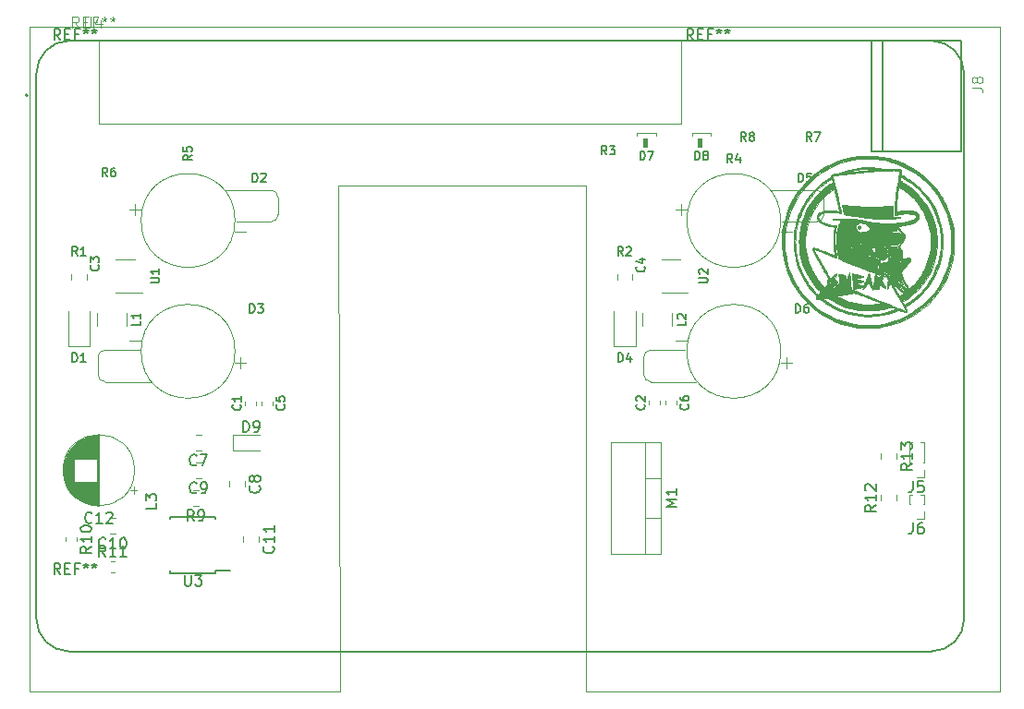
<source format=gbr>
%TF.GenerationSoftware,KiCad,Pcbnew,(5.1.8)-1*%
%TF.CreationDate,2020-12-02T22:37:37+03:00*%
%TF.ProjectId,ledboard,6c656462-6f61-4726-942e-6b696361645f,v0.4.0*%
%TF.SameCoordinates,Original*%
%TF.FileFunction,Legend,Top*%
%TF.FilePolarity,Positive*%
%FSLAX46Y46*%
G04 Gerber Fmt 4.6, Leading zero omitted, Abs format (unit mm)*
G04 Created by KiCad (PCBNEW (5.1.8)-1) date 2020-12-02 22:37:37*
%MOMM*%
%LPD*%
G01*
G04 APERTURE LIST*
%TA.AperFunction,Profile*%
%ADD10C,0.050000*%
%TD*%
%ADD11C,0.200000*%
%ADD12C,0.127000*%
%ADD13C,0.010000*%
%ADD14C,0.120000*%
%ADD15C,0.150000*%
%ADD16C,0.100000*%
%ADD17C,0.015000*%
G04 APERTURE END LIST*
D10*
X81430000Y-91630000D02*
X81900000Y-91630000D01*
X81440000Y-45190000D02*
X81430000Y-91630000D01*
X58780000Y-45190000D02*
X81440000Y-45190000D01*
X58900000Y-91620000D02*
X58780000Y-45190000D01*
X58500000Y-91630000D02*
X58900000Y-91620000D01*
X58400000Y-91630000D02*
X58500000Y-91630000D01*
X81895000Y-91630000D02*
X119360000Y-91630000D01*
X30460000Y-91630000D02*
X58400000Y-91630000D01*
X119360000Y-91630000D02*
X119360000Y-30670000D01*
X30460000Y-30670000D02*
X30460000Y-91630000D01*
X119360000Y-30670000D02*
X30460000Y-30670000D01*
D11*
%TO.C,U4*%
X30310000Y-36920000D02*
G75*
G03*
X30310000Y-36920000I-100000J0D01*
G01*
D12*
X113110000Y-31920000D02*
X34110000Y-31920000D01*
X116110000Y-84920000D02*
X116110000Y-34920000D01*
X34110000Y-87920000D02*
X113110000Y-87920000D01*
X31110000Y-34920000D02*
X31110000Y-84920000D01*
X31110000Y-84920000D02*
G75*
G03*
X34110000Y-87920000I3000000J0D01*
G01*
X113110000Y-87920000D02*
G75*
G03*
X116110000Y-84920000I0J3000000D01*
G01*
X116110000Y-34920000D02*
G75*
G03*
X113110000Y-31920000I-3000000J0D01*
G01*
X34110000Y-31920000D02*
G75*
G03*
X31110000Y-34920000I0J-3000000D01*
G01*
D13*
%TO.C,G\u002A\u002A\u002A*%
G36*
X106553203Y-48901403D02*
G01*
X106610397Y-48950301D01*
X106634562Y-49013626D01*
X106634600Y-49016160D01*
X106613960Y-49068237D01*
X106564686Y-49120552D01*
X106505746Y-49155604D01*
X106477410Y-49161200D01*
X106425993Y-49144121D01*
X106380600Y-49110400D01*
X106337612Y-49039869D01*
X106338614Y-48970247D01*
X106378144Y-48914078D01*
X106450742Y-48883912D01*
X106480077Y-48881800D01*
X106553203Y-48901403D01*
G37*
X106553203Y-48901403D02*
X106610397Y-48950301D01*
X106634562Y-49013626D01*
X106634600Y-49016160D01*
X106613960Y-49068237D01*
X106564686Y-49120552D01*
X106505746Y-49155604D01*
X106477410Y-49161200D01*
X106425993Y-49144121D01*
X106380600Y-49110400D01*
X106337612Y-49039869D01*
X106338614Y-48970247D01*
X106378144Y-48914078D01*
X106450742Y-48883912D01*
X106480077Y-48881800D01*
X106553203Y-48901403D01*
G36*
X105013736Y-46962928D02*
G01*
X105107857Y-46972026D01*
X105141398Y-46976053D01*
X105331119Y-46997829D01*
X105560513Y-47020725D01*
X105818496Y-47043800D01*
X106093982Y-47066114D01*
X106375889Y-47086727D01*
X106653130Y-47104699D01*
X106669280Y-47105667D01*
X106849726Y-47114001D01*
X107063188Y-47119828D01*
X107301837Y-47123260D01*
X107557846Y-47124408D01*
X107823387Y-47123384D01*
X108090635Y-47120299D01*
X108351760Y-47115264D01*
X108598937Y-47108391D01*
X108824337Y-47099792D01*
X109020134Y-47089577D01*
X109178500Y-47077858D01*
X109263500Y-47068742D01*
X109377461Y-47055557D01*
X109472339Y-47047599D01*
X109537176Y-47045594D01*
X109560457Y-47049087D01*
X109566312Y-47078541D01*
X109572172Y-47150669D01*
X109577627Y-47257349D01*
X109582266Y-47390455D01*
X109585680Y-47541864D01*
X109585857Y-47552594D01*
X109589005Y-47704747D01*
X109593109Y-47838955D01*
X109597814Y-47947147D01*
X109602763Y-48021254D01*
X109607601Y-48053205D01*
X109607929Y-48053657D01*
X109637476Y-48059737D01*
X109707312Y-48065759D01*
X109806933Y-48071021D01*
X109923341Y-48074763D01*
X110069988Y-48080322D01*
X110168789Y-48089331D01*
X110222603Y-48102136D01*
X110234766Y-48112513D01*
X110221894Y-48139465D01*
X110163640Y-48162916D01*
X110059197Y-48182942D01*
X109907760Y-48199619D01*
X109708520Y-48213023D01*
X109460672Y-48223230D01*
X109163409Y-48230317D01*
X108958700Y-48233128D01*
X108758572Y-48234901D01*
X108570520Y-48235929D01*
X108401746Y-48236224D01*
X108259452Y-48235793D01*
X108150840Y-48234648D01*
X108083114Y-48232798D01*
X108069700Y-48231922D01*
X108006723Y-48226448D01*
X107905930Y-48218164D01*
X107780158Y-48208107D01*
X107642246Y-48197312D01*
X107612500Y-48195015D01*
X107422614Y-48178434D01*
X107211213Y-48156585D01*
X106984046Y-48130346D01*
X106746862Y-48100594D01*
X106505410Y-48068208D01*
X106265441Y-48034066D01*
X106032704Y-47999045D01*
X105812947Y-47964023D01*
X105611921Y-47929879D01*
X105435374Y-47897489D01*
X105289056Y-47867733D01*
X105178717Y-47841488D01*
X105110106Y-47819632D01*
X105092794Y-47810265D01*
X105071205Y-47771675D01*
X105051883Y-47702804D01*
X105045642Y-47666873D01*
X105032702Y-47593092D01*
X105010663Y-47485846D01*
X104982881Y-47360917D01*
X104959446Y-47261608D01*
X104933778Y-47147936D01*
X104916008Y-47053311D01*
X104907808Y-46987943D01*
X104910398Y-46962247D01*
X104943518Y-46959405D01*
X105013736Y-46962928D01*
G37*
X105013736Y-46962928D02*
X105107857Y-46972026D01*
X105141398Y-46976053D01*
X105331119Y-46997829D01*
X105560513Y-47020725D01*
X105818496Y-47043800D01*
X106093982Y-47066114D01*
X106375889Y-47086727D01*
X106653130Y-47104699D01*
X106669280Y-47105667D01*
X106849726Y-47114001D01*
X107063188Y-47119828D01*
X107301837Y-47123260D01*
X107557846Y-47124408D01*
X107823387Y-47123384D01*
X108090635Y-47120299D01*
X108351760Y-47115264D01*
X108598937Y-47108391D01*
X108824337Y-47099792D01*
X109020134Y-47089577D01*
X109178500Y-47077858D01*
X109263500Y-47068742D01*
X109377461Y-47055557D01*
X109472339Y-47047599D01*
X109537176Y-47045594D01*
X109560457Y-47049087D01*
X109566312Y-47078541D01*
X109572172Y-47150669D01*
X109577627Y-47257349D01*
X109582266Y-47390455D01*
X109585680Y-47541864D01*
X109585857Y-47552594D01*
X109589005Y-47704747D01*
X109593109Y-47838955D01*
X109597814Y-47947147D01*
X109602763Y-48021254D01*
X109607601Y-48053205D01*
X109607929Y-48053657D01*
X109637476Y-48059737D01*
X109707312Y-48065759D01*
X109806933Y-48071021D01*
X109923341Y-48074763D01*
X110069988Y-48080322D01*
X110168789Y-48089331D01*
X110222603Y-48102136D01*
X110234766Y-48112513D01*
X110221894Y-48139465D01*
X110163640Y-48162916D01*
X110059197Y-48182942D01*
X109907760Y-48199619D01*
X109708520Y-48213023D01*
X109460672Y-48223230D01*
X109163409Y-48230317D01*
X108958700Y-48233128D01*
X108758572Y-48234901D01*
X108570520Y-48235929D01*
X108401746Y-48236224D01*
X108259452Y-48235793D01*
X108150840Y-48234648D01*
X108083114Y-48232798D01*
X108069700Y-48231922D01*
X108006723Y-48226448D01*
X107905930Y-48218164D01*
X107780158Y-48208107D01*
X107642246Y-48197312D01*
X107612500Y-48195015D01*
X107422614Y-48178434D01*
X107211213Y-48156585D01*
X106984046Y-48130346D01*
X106746862Y-48100594D01*
X106505410Y-48068208D01*
X106265441Y-48034066D01*
X106032704Y-47999045D01*
X105812947Y-47964023D01*
X105611921Y-47929879D01*
X105435374Y-47897489D01*
X105289056Y-47867733D01*
X105178717Y-47841488D01*
X105110106Y-47819632D01*
X105092794Y-47810265D01*
X105071205Y-47771675D01*
X105051883Y-47702804D01*
X105045642Y-47666873D01*
X105032702Y-47593092D01*
X105010663Y-47485846D01*
X104982881Y-47360917D01*
X104959446Y-47261608D01*
X104933778Y-47147936D01*
X104916008Y-47053311D01*
X104907808Y-46987943D01*
X104910398Y-46962247D01*
X104943518Y-46959405D01*
X105013736Y-46962928D01*
G36*
X109170634Y-51419825D02*
G01*
X109194779Y-51483286D01*
X109221843Y-51576560D01*
X109249586Y-51689424D01*
X109275769Y-51811656D01*
X109298151Y-51933033D01*
X109314492Y-52043333D01*
X109322554Y-52132332D01*
X109322214Y-52174869D01*
X109314300Y-52268595D01*
X108806300Y-52364782D01*
X108649911Y-52394072D01*
X108508885Y-52419879D01*
X108391448Y-52440747D01*
X108305831Y-52455217D01*
X108260260Y-52461833D01*
X108256732Y-52462084D01*
X108220662Y-52439477D01*
X108202796Y-52380650D01*
X108199592Y-52308388D01*
X108201077Y-52282435D01*
X108336236Y-52282435D01*
X108344374Y-52307496D01*
X108377753Y-52306440D01*
X108402324Y-52300861D01*
X108454617Y-52290038D01*
X108544985Y-52272827D01*
X108661438Y-52251459D01*
X108791989Y-52228163D01*
X108813435Y-52224396D01*
X108938690Y-52201495D01*
X109045409Y-52180178D01*
X109123849Y-52162525D01*
X109164261Y-52150618D01*
X109167219Y-52148846D01*
X109170521Y-52119007D01*
X109167395Y-52052758D01*
X109159450Y-51963851D01*
X109148293Y-51866037D01*
X109135533Y-51773066D01*
X109122776Y-51698691D01*
X109111632Y-51656662D01*
X109109214Y-51652747D01*
X109087784Y-51663428D01*
X109046209Y-51704078D01*
X109015147Y-51739855D01*
X108924798Y-51849007D01*
X108857694Y-51925126D01*
X108804316Y-51973998D01*
X108755142Y-52001411D01*
X108700653Y-52013152D01*
X108631330Y-52015008D01*
X108565120Y-52013427D01*
X108464216Y-52011626D01*
X108403739Y-52014404D01*
X108373355Y-52024338D01*
X108362731Y-52044007D01*
X108361520Y-52064227D01*
X108357183Y-52126601D01*
X108346898Y-52206723D01*
X108344894Y-52219261D01*
X108336236Y-52282435D01*
X108201077Y-52282435D01*
X108205087Y-52212376D01*
X108217150Y-52108336D01*
X108233652Y-52011987D01*
X108252463Y-51939051D01*
X108266636Y-51909375D01*
X108296739Y-51892350D01*
X108355604Y-51886209D01*
X108452520Y-51890269D01*
X108487709Y-51893139D01*
X108681317Y-51910027D01*
X108826105Y-51753639D01*
X108906490Y-51665141D01*
X108984820Y-51576120D01*
X109045683Y-51504128D01*
X109051597Y-51496825D01*
X109101284Y-51439357D01*
X109139443Y-51403015D01*
X109151648Y-51396400D01*
X109170634Y-51419825D01*
G37*
X109170634Y-51419825D02*
X109194779Y-51483286D01*
X109221843Y-51576560D01*
X109249586Y-51689424D01*
X109275769Y-51811656D01*
X109298151Y-51933033D01*
X109314492Y-52043333D01*
X109322554Y-52132332D01*
X109322214Y-52174869D01*
X109314300Y-52268595D01*
X108806300Y-52364782D01*
X108649911Y-52394072D01*
X108508885Y-52419879D01*
X108391448Y-52440747D01*
X108305831Y-52455217D01*
X108260260Y-52461833D01*
X108256732Y-52462084D01*
X108220662Y-52439477D01*
X108202796Y-52380650D01*
X108199592Y-52308388D01*
X108201077Y-52282435D01*
X108336236Y-52282435D01*
X108344374Y-52307496D01*
X108377753Y-52306440D01*
X108402324Y-52300861D01*
X108454617Y-52290038D01*
X108544985Y-52272827D01*
X108661438Y-52251459D01*
X108791989Y-52228163D01*
X108813435Y-52224396D01*
X108938690Y-52201495D01*
X109045409Y-52180178D01*
X109123849Y-52162525D01*
X109164261Y-52150618D01*
X109167219Y-52148846D01*
X109170521Y-52119007D01*
X109167395Y-52052758D01*
X109159450Y-51963851D01*
X109148293Y-51866037D01*
X109135533Y-51773066D01*
X109122776Y-51698691D01*
X109111632Y-51656662D01*
X109109214Y-51652747D01*
X109087784Y-51663428D01*
X109046209Y-51704078D01*
X109015147Y-51739855D01*
X108924798Y-51849007D01*
X108857694Y-51925126D01*
X108804316Y-51973998D01*
X108755142Y-52001411D01*
X108700653Y-52013152D01*
X108631330Y-52015008D01*
X108565120Y-52013427D01*
X108464216Y-52011626D01*
X108403739Y-52014404D01*
X108373355Y-52024338D01*
X108362731Y-52044007D01*
X108361520Y-52064227D01*
X108357183Y-52126601D01*
X108346898Y-52206723D01*
X108344894Y-52219261D01*
X108336236Y-52282435D01*
X108201077Y-52282435D01*
X108205087Y-52212376D01*
X108217150Y-52108336D01*
X108233652Y-52011987D01*
X108252463Y-51939051D01*
X108266636Y-51909375D01*
X108296739Y-51892350D01*
X108355604Y-51886209D01*
X108452520Y-51890269D01*
X108487709Y-51893139D01*
X108681317Y-51910027D01*
X108826105Y-51753639D01*
X108906490Y-51665141D01*
X108984820Y-51576120D01*
X109045683Y-51504128D01*
X109051597Y-51496825D01*
X109101284Y-51439357D01*
X109139443Y-51403015D01*
X109151648Y-51396400D01*
X109170634Y-51419825D01*
G36*
X110921537Y-52061970D02*
G01*
X110927200Y-52068289D01*
X110910913Y-52094376D01*
X110868046Y-52145962D01*
X110807592Y-52212277D01*
X110802467Y-52217684D01*
X110724896Y-52301863D01*
X110632886Y-52405475D01*
X110544095Y-52508577D01*
X110528848Y-52526700D01*
X110426493Y-52648637D01*
X110351616Y-52736404D01*
X110299180Y-52794863D01*
X110264151Y-52828878D01*
X110241493Y-52843310D01*
X110226170Y-52843023D01*
X110213148Y-52832879D01*
X110212479Y-52832212D01*
X110209922Y-52803342D01*
X110212797Y-52736069D01*
X110219878Y-52642352D01*
X110229938Y-52534149D01*
X110241749Y-52423418D01*
X110254085Y-52322120D01*
X110265718Y-52242211D01*
X110275422Y-52195651D01*
X110278466Y-52189066D01*
X110315367Y-52170044D01*
X110324685Y-52167702D01*
X110363269Y-52159713D01*
X110436779Y-52144252D01*
X110530456Y-52124426D01*
X110546200Y-52121084D01*
X110702938Y-52088923D01*
X110814830Y-52068754D01*
X110886240Y-52059971D01*
X110921537Y-52061970D01*
G37*
X110921537Y-52061970D02*
X110927200Y-52068289D01*
X110910913Y-52094376D01*
X110868046Y-52145962D01*
X110807592Y-52212277D01*
X110802467Y-52217684D01*
X110724896Y-52301863D01*
X110632886Y-52405475D01*
X110544095Y-52508577D01*
X110528848Y-52526700D01*
X110426493Y-52648637D01*
X110351616Y-52736404D01*
X110299180Y-52794863D01*
X110264151Y-52828878D01*
X110241493Y-52843310D01*
X110226170Y-52843023D01*
X110213148Y-52832879D01*
X110212479Y-52832212D01*
X110209922Y-52803342D01*
X110212797Y-52736069D01*
X110219878Y-52642352D01*
X110229938Y-52534149D01*
X110241749Y-52423418D01*
X110254085Y-52322120D01*
X110265718Y-52242211D01*
X110275422Y-52195651D01*
X110278466Y-52189066D01*
X110315367Y-52170044D01*
X110324685Y-52167702D01*
X110363269Y-52159713D01*
X110436779Y-52144252D01*
X110530456Y-52124426D01*
X110546200Y-52121084D01*
X110702938Y-52088923D01*
X110814830Y-52068754D01*
X110886240Y-52059971D01*
X110921537Y-52061970D01*
G36*
X109287652Y-52339185D02*
G01*
X109291455Y-52367094D01*
X109295077Y-52437948D01*
X109298289Y-52543894D01*
X109300863Y-52677078D01*
X109302569Y-52829646D01*
X109302763Y-52858031D01*
X109303227Y-53037199D01*
X109301872Y-53171313D01*
X109298354Y-53266099D01*
X109292332Y-53327280D01*
X109283461Y-53360582D01*
X109271999Y-53371627D01*
X109237508Y-53361252D01*
X109171878Y-53327891D01*
X109085839Y-53277325D01*
X109024519Y-53238277D01*
X108931657Y-53179150D01*
X108853238Y-53132506D01*
X108799703Y-53104376D01*
X108783219Y-53098876D01*
X108750630Y-53113621D01*
X108690427Y-53151874D01*
X108614928Y-53205740D01*
X108605717Y-53212657D01*
X108455935Y-53325761D01*
X108394556Y-53193280D01*
X108350039Y-53077557D01*
X108309856Y-52938503D01*
X108278870Y-52796502D01*
X108261945Y-52671937D01*
X108260200Y-52630177D01*
X108263322Y-52579407D01*
X108281583Y-52552662D01*
X108328322Y-52539113D01*
X108380928Y-52532177D01*
X108448324Y-52521010D01*
X108552797Y-52499872D01*
X108682206Y-52471385D01*
X108824414Y-52438167D01*
X108888666Y-52422544D01*
X109021560Y-52390709D01*
X109136317Y-52364930D01*
X109224280Y-52347015D01*
X109276795Y-52338773D01*
X109287652Y-52339185D01*
G37*
X109287652Y-52339185D02*
X109291455Y-52367094D01*
X109295077Y-52437948D01*
X109298289Y-52543894D01*
X109300863Y-52677078D01*
X109302569Y-52829646D01*
X109302763Y-52858031D01*
X109303227Y-53037199D01*
X109301872Y-53171313D01*
X109298354Y-53266099D01*
X109292332Y-53327280D01*
X109283461Y-53360582D01*
X109271999Y-53371627D01*
X109237508Y-53361252D01*
X109171878Y-53327891D01*
X109085839Y-53277325D01*
X109024519Y-53238277D01*
X108931657Y-53179150D01*
X108853238Y-53132506D01*
X108799703Y-53104376D01*
X108783219Y-53098876D01*
X108750630Y-53113621D01*
X108690427Y-53151874D01*
X108614928Y-53205740D01*
X108605717Y-53212657D01*
X108455935Y-53325761D01*
X108394556Y-53193280D01*
X108350039Y-53077557D01*
X108309856Y-52938503D01*
X108278870Y-52796502D01*
X108261945Y-52671937D01*
X108260200Y-52630177D01*
X108263322Y-52579407D01*
X108281583Y-52552662D01*
X108328322Y-52539113D01*
X108380928Y-52532177D01*
X108448324Y-52521010D01*
X108552797Y-52499872D01*
X108682206Y-52471385D01*
X108824414Y-52438167D01*
X108888666Y-52422544D01*
X109021560Y-52390709D01*
X109136317Y-52364930D01*
X109224280Y-52347015D01*
X109276795Y-52338773D01*
X109287652Y-52339185D01*
G36*
X108780353Y-53464548D02*
G01*
X108808890Y-53500590D01*
X108837973Y-53548988D01*
X108830576Y-53566640D01*
X108785384Y-53561203D01*
X108752095Y-53537024D01*
X108753634Y-53513000D01*
X108766672Y-53469983D01*
X108768200Y-53458770D01*
X108780353Y-53464548D01*
G37*
X108780353Y-53464548D02*
X108808890Y-53500590D01*
X108837973Y-53548988D01*
X108830576Y-53566640D01*
X108785384Y-53561203D01*
X108752095Y-53537024D01*
X108753634Y-53513000D01*
X108766672Y-53469983D01*
X108768200Y-53458770D01*
X108780353Y-53464548D01*
G36*
X109236241Y-50789320D02*
G01*
X109381562Y-50791746D01*
X109867924Y-50802897D01*
X109927783Y-50877398D01*
X109967343Y-50934639D01*
X110019948Y-51021400D01*
X110076042Y-51121705D01*
X110092562Y-51152892D01*
X110142691Y-51251636D01*
X110173496Y-51325692D01*
X110189521Y-51394131D01*
X110195309Y-51476020D01*
X110195454Y-51584692D01*
X110192981Y-51678012D01*
X110187182Y-51811111D01*
X110178648Y-51973121D01*
X110167968Y-52153170D01*
X110155734Y-52340392D01*
X110149806Y-52425100D01*
X110135546Y-52633818D01*
X110125966Y-52800248D01*
X110120922Y-52932672D01*
X110120275Y-53039373D01*
X110123883Y-53128632D01*
X110131606Y-53208733D01*
X110135908Y-53240713D01*
X110206486Y-53559308D01*
X110325597Y-53878596D01*
X110491313Y-54193419D01*
X110493334Y-54196750D01*
X110524401Y-54253737D01*
X110536072Y-54287768D01*
X110533403Y-54292000D01*
X110508001Y-54276637D01*
X110452230Y-54234860D01*
X110374443Y-54173135D01*
X110287272Y-54101500D01*
X110195861Y-54026683D01*
X110118002Y-53965677D01*
X110062206Y-53924966D01*
X110037377Y-53911000D01*
X110009414Y-53921811D01*
X110003376Y-53956664D01*
X110020617Y-54019189D01*
X110062492Y-54113015D01*
X110130355Y-54241770D01*
X110219134Y-54398031D01*
X110275762Y-54498881D01*
X110307373Y-54565142D01*
X110312239Y-54596510D01*
X110288634Y-54592681D01*
X110234829Y-54553353D01*
X110149098Y-54478221D01*
X110029713Y-54366982D01*
X110026799Y-54364226D01*
X109921804Y-54261658D01*
X109818742Y-54155411D01*
X109729610Y-54058180D01*
X109667492Y-53984070D01*
X109553930Y-53836489D01*
X109669338Y-53604598D01*
X109722278Y-53500346D01*
X109770880Y-53408393D01*
X109808279Y-53341551D01*
X109822572Y-53318702D01*
X109854505Y-53248152D01*
X109855252Y-53184778D01*
X109830214Y-53139719D01*
X109784794Y-53124117D01*
X109736385Y-53140959D01*
X109643877Y-53195670D01*
X109553660Y-53244934D01*
X109476087Y-53283588D01*
X109421509Y-53306474D01*
X109400289Y-53308513D01*
X109399414Y-53278963D01*
X109398368Y-53205157D01*
X109397210Y-53093637D01*
X109396000Y-52950947D01*
X109394797Y-52783630D01*
X109393661Y-52598229D01*
X109393407Y-52552100D01*
X109389435Y-51815500D01*
X109305920Y-51525803D01*
X109256675Y-51362186D01*
X109213005Y-51237578D01*
X109169579Y-51141373D01*
X109121067Y-51062963D01*
X109062135Y-50991744D01*
X109011596Y-50940261D01*
X108951293Y-50878214D01*
X108909229Y-50828473D01*
X108895200Y-50803809D01*
X108919561Y-50796559D01*
X108988584Y-50791626D01*
X109096175Y-50789163D01*
X109236241Y-50789320D01*
G37*
X109236241Y-50789320D02*
X109381562Y-50791746D01*
X109867924Y-50802897D01*
X109927783Y-50877398D01*
X109967343Y-50934639D01*
X110019948Y-51021400D01*
X110076042Y-51121705D01*
X110092562Y-51152892D01*
X110142691Y-51251636D01*
X110173496Y-51325692D01*
X110189521Y-51394131D01*
X110195309Y-51476020D01*
X110195454Y-51584692D01*
X110192981Y-51678012D01*
X110187182Y-51811111D01*
X110178648Y-51973121D01*
X110167968Y-52153170D01*
X110155734Y-52340392D01*
X110149806Y-52425100D01*
X110135546Y-52633818D01*
X110125966Y-52800248D01*
X110120922Y-52932672D01*
X110120275Y-53039373D01*
X110123883Y-53128632D01*
X110131606Y-53208733D01*
X110135908Y-53240713D01*
X110206486Y-53559308D01*
X110325597Y-53878596D01*
X110491313Y-54193419D01*
X110493334Y-54196750D01*
X110524401Y-54253737D01*
X110536072Y-54287768D01*
X110533403Y-54292000D01*
X110508001Y-54276637D01*
X110452230Y-54234860D01*
X110374443Y-54173135D01*
X110287272Y-54101500D01*
X110195861Y-54026683D01*
X110118002Y-53965677D01*
X110062206Y-53924966D01*
X110037377Y-53911000D01*
X110009414Y-53921811D01*
X110003376Y-53956664D01*
X110020617Y-54019189D01*
X110062492Y-54113015D01*
X110130355Y-54241770D01*
X110219134Y-54398031D01*
X110275762Y-54498881D01*
X110307373Y-54565142D01*
X110312239Y-54596510D01*
X110288634Y-54592681D01*
X110234829Y-54553353D01*
X110149098Y-54478221D01*
X110029713Y-54366982D01*
X110026799Y-54364226D01*
X109921804Y-54261658D01*
X109818742Y-54155411D01*
X109729610Y-54058180D01*
X109667492Y-53984070D01*
X109553930Y-53836489D01*
X109669338Y-53604598D01*
X109722278Y-53500346D01*
X109770880Y-53408393D01*
X109808279Y-53341551D01*
X109822572Y-53318702D01*
X109854505Y-53248152D01*
X109855252Y-53184778D01*
X109830214Y-53139719D01*
X109784794Y-53124117D01*
X109736385Y-53140959D01*
X109643877Y-53195670D01*
X109553660Y-53244934D01*
X109476087Y-53283588D01*
X109421509Y-53306474D01*
X109400289Y-53308513D01*
X109399414Y-53278963D01*
X109398368Y-53205157D01*
X109397210Y-53093637D01*
X109396000Y-52950947D01*
X109394797Y-52783630D01*
X109393661Y-52598229D01*
X109393407Y-52552100D01*
X109389435Y-51815500D01*
X109305920Y-51525803D01*
X109256675Y-51362186D01*
X109213005Y-51237578D01*
X109169579Y-51141373D01*
X109121067Y-51062963D01*
X109062135Y-50991744D01*
X109011596Y-50940261D01*
X108951293Y-50878214D01*
X108909229Y-50828473D01*
X108895200Y-50803809D01*
X108919561Y-50796559D01*
X108988584Y-50791626D01*
X109096175Y-50789163D01*
X109236241Y-50789320D01*
G36*
X108809280Y-53207932D02*
G01*
X108868456Y-53237825D01*
X108960345Y-53293674D01*
X109033842Y-53340980D01*
X109250433Y-53482161D01*
X109517316Y-53339007D01*
X109631308Y-53278900D01*
X109708119Y-53241631D01*
X109754620Y-53224743D01*
X109777685Y-53225776D01*
X109784186Y-53242274D01*
X109784200Y-53243546D01*
X109772325Y-53296496D01*
X109760104Y-53315370D01*
X109743036Y-53343530D01*
X109706563Y-53411348D01*
X109653726Y-53512908D01*
X109587566Y-53642295D01*
X109511124Y-53793596D01*
X109427440Y-53960894D01*
X109404888Y-54006250D01*
X109320509Y-54175293D01*
X109243178Y-54328569D01*
X109175805Y-54460435D01*
X109121304Y-54565251D01*
X109082585Y-54637377D01*
X109062561Y-54671173D01*
X109060684Y-54673000D01*
X109047903Y-54653440D01*
X109047600Y-54648118D01*
X109049366Y-54615170D01*
X109054230Y-54541122D01*
X109061536Y-54435539D01*
X109070629Y-54307982D01*
X109075199Y-54245008D01*
X109102799Y-53866778D01*
X108935499Y-53549697D01*
X108875347Y-53434588D01*
X108824791Y-53335741D01*
X108788115Y-53261693D01*
X108769598Y-53220977D01*
X108768200Y-53216208D01*
X108777600Y-53201543D01*
X108809280Y-53207932D01*
G37*
X108809280Y-53207932D02*
X108868456Y-53237825D01*
X108960345Y-53293674D01*
X109033842Y-53340980D01*
X109250433Y-53482161D01*
X109517316Y-53339007D01*
X109631308Y-53278900D01*
X109708119Y-53241631D01*
X109754620Y-53224743D01*
X109777685Y-53225776D01*
X109784186Y-53242274D01*
X109784200Y-53243546D01*
X109772325Y-53296496D01*
X109760104Y-53315370D01*
X109743036Y-53343530D01*
X109706563Y-53411348D01*
X109653726Y-53512908D01*
X109587566Y-53642295D01*
X109511124Y-53793596D01*
X109427440Y-53960894D01*
X109404888Y-54006250D01*
X109320509Y-54175293D01*
X109243178Y-54328569D01*
X109175805Y-54460435D01*
X109121304Y-54565251D01*
X109082585Y-54637377D01*
X109062561Y-54671173D01*
X109060684Y-54673000D01*
X109047903Y-54653440D01*
X109047600Y-54648118D01*
X109049366Y-54615170D01*
X109054230Y-54541122D01*
X109061536Y-54435539D01*
X109070629Y-54307982D01*
X109075199Y-54245008D01*
X109102799Y-53866778D01*
X108935499Y-53549697D01*
X108875347Y-53434588D01*
X108824791Y-53335741D01*
X108788115Y-53261693D01*
X108769598Y-53220977D01*
X108768200Y-53216208D01*
X108777600Y-53201543D01*
X108809280Y-53207932D01*
G36*
X108015247Y-53225421D02*
G01*
X108019396Y-53242445D01*
X108049880Y-53380248D01*
X108081450Y-53511007D01*
X108109197Y-53614498D01*
X108112055Y-53624186D01*
X108136437Y-53705673D01*
X108433268Y-53461523D01*
X108563890Y-53356831D01*
X108658146Y-53287544D01*
X108716023Y-53253670D01*
X108737468Y-53255005D01*
X108731817Y-53291917D01*
X108711118Y-53366086D01*
X108678501Y-53467332D01*
X108637095Y-53585477D01*
X108629403Y-53606521D01*
X108513970Y-53920405D01*
X108647037Y-54125252D01*
X108714583Y-54228254D01*
X108780761Y-54327513D01*
X108834694Y-54406771D01*
X108850352Y-54429160D01*
X108892096Y-54494659D01*
X108917260Y-54546940D01*
X108920600Y-54561882D01*
X108918106Y-54576656D01*
X108906341Y-54582526D01*
X108878873Y-54577155D01*
X108829275Y-54558206D01*
X108751115Y-54523340D01*
X108637966Y-54470222D01*
X108539673Y-54423397D01*
X108434762Y-54373899D01*
X108348383Y-54334274D01*
X108289729Y-54308662D01*
X108268037Y-54301096D01*
X108271157Y-54326233D01*
X108284212Y-54387038D01*
X108303062Y-54465037D01*
X108321356Y-54549112D01*
X108329788Y-54612493D01*
X108327036Y-54640030D01*
X108304739Y-54652144D01*
X108260870Y-54660633D01*
X108187482Y-54666197D01*
X108076630Y-54669534D01*
X107976312Y-54670883D01*
X107866753Y-54673528D01*
X107798500Y-54680085D01*
X107762107Y-54692334D01*
X107748125Y-54712053D01*
X107747712Y-54713904D01*
X107737331Y-54739282D01*
X107715387Y-54726033D01*
X107698787Y-54707554D01*
X107670366Y-54667946D01*
X107622900Y-54594821D01*
X107562955Y-54498537D01*
X107497094Y-54389449D01*
X107495786Y-54387250D01*
X107433030Y-54283572D01*
X107379062Y-54197984D01*
X107339295Y-54138818D01*
X107319142Y-54114408D01*
X107318427Y-54114200D01*
X107297473Y-54132767D01*
X107251676Y-54183283D01*
X107187854Y-54257967D01*
X107115028Y-54346322D01*
X107010842Y-54474601D01*
X106934053Y-54568400D01*
X106880073Y-54632708D01*
X106844315Y-54672510D01*
X106822190Y-54692795D01*
X106809113Y-54698549D01*
X106800494Y-54694760D01*
X106797308Y-54691731D01*
X106794935Y-54658777D01*
X106812849Y-54600416D01*
X106821636Y-54580636D01*
X106847027Y-54520822D01*
X106856921Y-54483688D01*
X106855912Y-54479445D01*
X106829671Y-54483032D01*
X106762546Y-54498769D01*
X106662432Y-54524621D01*
X106537222Y-54558555D01*
X106404871Y-54595671D01*
X106263241Y-54635219D01*
X106139188Y-54668405D01*
X106040646Y-54693223D01*
X105975548Y-54707672D01*
X105951976Y-54710043D01*
X105946664Y-54682193D01*
X105938870Y-54611654D01*
X105929154Y-54506283D01*
X105918076Y-54373939D01*
X105906197Y-54222479D01*
X105894076Y-54059763D01*
X105882274Y-53893648D01*
X105871349Y-53731994D01*
X105861863Y-53582657D01*
X105854375Y-53453497D01*
X105849446Y-53352372D01*
X105847634Y-53287141D01*
X105849048Y-53265684D01*
X105877254Y-53266819D01*
X105944354Y-53280156D01*
X106041446Y-53303214D01*
X106159633Y-53333512D01*
X106290015Y-53368568D01*
X106423692Y-53405902D01*
X106551766Y-53443033D01*
X106665336Y-53477478D01*
X106755504Y-53506757D01*
X106813370Y-53528389D01*
X106830462Y-53539312D01*
X106804444Y-53554522D01*
X106738719Y-53579690D01*
X106642634Y-53611567D01*
X106525534Y-53646902D01*
X106500047Y-53654202D01*
X106380733Y-53689184D01*
X106281349Y-53720439D01*
X106210934Y-53744966D01*
X106178530Y-53759761D01*
X106177400Y-53761389D01*
X106199946Y-53774899D01*
X106257951Y-53793062D01*
X106310750Y-53805720D01*
X106450887Y-53837976D01*
X106583320Y-53872178D01*
X106699588Y-53905735D01*
X106791229Y-53936054D01*
X106849782Y-53960546D01*
X106867037Y-53976096D01*
X106840625Y-53991420D01*
X106774431Y-54016792D01*
X106677714Y-54048995D01*
X106559729Y-54084813D01*
X106527230Y-54094173D01*
X106405327Y-54129388D01*
X106302165Y-54160118D01*
X106227000Y-54183536D01*
X106189090Y-54196813D01*
X106186478Y-54198254D01*
X106203978Y-54208875D01*
X106259244Y-54227649D01*
X106340694Y-54250684D01*
X106348485Y-54252722D01*
X106470150Y-54285112D01*
X106605520Y-54322279D01*
X106694835Y-54347485D01*
X106783324Y-54369391D01*
X106852554Y-54380061D01*
X106888547Y-54377410D01*
X106889588Y-54376544D01*
X106904277Y-54347847D01*
X106934582Y-54278673D01*
X106977657Y-54175875D01*
X107030656Y-54046301D01*
X107090734Y-53896804D01*
X107130452Y-53796700D01*
X107193505Y-53638221D01*
X107251251Y-53495364D01*
X107300843Y-53374988D01*
X107339433Y-53283952D01*
X107364176Y-53229116D01*
X107371326Y-53216293D01*
X107381675Y-53208288D01*
X107391300Y-53213801D01*
X107402684Y-53240147D01*
X107418310Y-53294637D01*
X107440662Y-53384587D01*
X107469218Y-53504600D01*
X107539388Y-53800031D01*
X107598753Y-54046917D01*
X107647574Y-54246291D01*
X107686111Y-54399188D01*
X107714626Y-54506640D01*
X107733379Y-54569684D01*
X107742632Y-54589351D01*
X107742877Y-54589189D01*
X107750516Y-54561071D01*
X107762802Y-54493292D01*
X107777927Y-54396577D01*
X107791373Y-54301773D01*
X107811862Y-54151524D01*
X107835598Y-53978378D01*
X107858818Y-53809753D01*
X107869405Y-53733200D01*
X107887471Y-53602254D01*
X107904712Y-53476277D01*
X107918892Y-53371662D01*
X107926292Y-53316178D01*
X107944140Y-53233611D01*
X107968172Y-53188383D01*
X107993502Y-53184364D01*
X108015247Y-53225421D01*
G37*
X108015247Y-53225421D02*
X108019396Y-53242445D01*
X108049880Y-53380248D01*
X108081450Y-53511007D01*
X108109197Y-53614498D01*
X108112055Y-53624186D01*
X108136437Y-53705673D01*
X108433268Y-53461523D01*
X108563890Y-53356831D01*
X108658146Y-53287544D01*
X108716023Y-53253670D01*
X108737468Y-53255005D01*
X108731817Y-53291917D01*
X108711118Y-53366086D01*
X108678501Y-53467332D01*
X108637095Y-53585477D01*
X108629403Y-53606521D01*
X108513970Y-53920405D01*
X108647037Y-54125252D01*
X108714583Y-54228254D01*
X108780761Y-54327513D01*
X108834694Y-54406771D01*
X108850352Y-54429160D01*
X108892096Y-54494659D01*
X108917260Y-54546940D01*
X108920600Y-54561882D01*
X108918106Y-54576656D01*
X108906341Y-54582526D01*
X108878873Y-54577155D01*
X108829275Y-54558206D01*
X108751115Y-54523340D01*
X108637966Y-54470222D01*
X108539673Y-54423397D01*
X108434762Y-54373899D01*
X108348383Y-54334274D01*
X108289729Y-54308662D01*
X108268037Y-54301096D01*
X108271157Y-54326233D01*
X108284212Y-54387038D01*
X108303062Y-54465037D01*
X108321356Y-54549112D01*
X108329788Y-54612493D01*
X108327036Y-54640030D01*
X108304739Y-54652144D01*
X108260870Y-54660633D01*
X108187482Y-54666197D01*
X108076630Y-54669534D01*
X107976312Y-54670883D01*
X107866753Y-54673528D01*
X107798500Y-54680085D01*
X107762107Y-54692334D01*
X107748125Y-54712053D01*
X107747712Y-54713904D01*
X107737331Y-54739282D01*
X107715387Y-54726033D01*
X107698787Y-54707554D01*
X107670366Y-54667946D01*
X107622900Y-54594821D01*
X107562955Y-54498537D01*
X107497094Y-54389449D01*
X107495786Y-54387250D01*
X107433030Y-54283572D01*
X107379062Y-54197984D01*
X107339295Y-54138818D01*
X107319142Y-54114408D01*
X107318427Y-54114200D01*
X107297473Y-54132767D01*
X107251676Y-54183283D01*
X107187854Y-54257967D01*
X107115028Y-54346322D01*
X107010842Y-54474601D01*
X106934053Y-54568400D01*
X106880073Y-54632708D01*
X106844315Y-54672510D01*
X106822190Y-54692795D01*
X106809113Y-54698549D01*
X106800494Y-54694760D01*
X106797308Y-54691731D01*
X106794935Y-54658777D01*
X106812849Y-54600416D01*
X106821636Y-54580636D01*
X106847027Y-54520822D01*
X106856921Y-54483688D01*
X106855912Y-54479445D01*
X106829671Y-54483032D01*
X106762546Y-54498769D01*
X106662432Y-54524621D01*
X106537222Y-54558555D01*
X106404871Y-54595671D01*
X106263241Y-54635219D01*
X106139188Y-54668405D01*
X106040646Y-54693223D01*
X105975548Y-54707672D01*
X105951976Y-54710043D01*
X105946664Y-54682193D01*
X105938870Y-54611654D01*
X105929154Y-54506283D01*
X105918076Y-54373939D01*
X105906197Y-54222479D01*
X105894076Y-54059763D01*
X105882274Y-53893648D01*
X105871349Y-53731994D01*
X105861863Y-53582657D01*
X105854375Y-53453497D01*
X105849446Y-53352372D01*
X105847634Y-53287141D01*
X105849048Y-53265684D01*
X105877254Y-53266819D01*
X105944354Y-53280156D01*
X106041446Y-53303214D01*
X106159633Y-53333512D01*
X106290015Y-53368568D01*
X106423692Y-53405902D01*
X106551766Y-53443033D01*
X106665336Y-53477478D01*
X106755504Y-53506757D01*
X106813370Y-53528389D01*
X106830462Y-53539312D01*
X106804444Y-53554522D01*
X106738719Y-53579690D01*
X106642634Y-53611567D01*
X106525534Y-53646902D01*
X106500047Y-53654202D01*
X106380733Y-53689184D01*
X106281349Y-53720439D01*
X106210934Y-53744966D01*
X106178530Y-53759761D01*
X106177400Y-53761389D01*
X106199946Y-53774899D01*
X106257951Y-53793062D01*
X106310750Y-53805720D01*
X106450887Y-53837976D01*
X106583320Y-53872178D01*
X106699588Y-53905735D01*
X106791229Y-53936054D01*
X106849782Y-53960546D01*
X106867037Y-53976096D01*
X106840625Y-53991420D01*
X106774431Y-54016792D01*
X106677714Y-54048995D01*
X106559729Y-54084813D01*
X106527230Y-54094173D01*
X106405327Y-54129388D01*
X106302165Y-54160118D01*
X106227000Y-54183536D01*
X106189090Y-54196813D01*
X106186478Y-54198254D01*
X106203978Y-54208875D01*
X106259244Y-54227649D01*
X106340694Y-54250684D01*
X106348485Y-54252722D01*
X106470150Y-54285112D01*
X106605520Y-54322279D01*
X106694835Y-54347485D01*
X106783324Y-54369391D01*
X106852554Y-54380061D01*
X106888547Y-54377410D01*
X106889588Y-54376544D01*
X106904277Y-54347847D01*
X106934582Y-54278673D01*
X106977657Y-54175875D01*
X107030656Y-54046301D01*
X107090734Y-53896804D01*
X107130452Y-53796700D01*
X107193505Y-53638221D01*
X107251251Y-53495364D01*
X107300843Y-53374988D01*
X107339433Y-53283952D01*
X107364176Y-53229116D01*
X107371326Y-53216293D01*
X107381675Y-53208288D01*
X107391300Y-53213801D01*
X107402684Y-53240147D01*
X107418310Y-53294637D01*
X107440662Y-53384587D01*
X107469218Y-53504600D01*
X107539388Y-53800031D01*
X107598753Y-54046917D01*
X107647574Y-54246291D01*
X107686111Y-54399188D01*
X107714626Y-54506640D01*
X107733379Y-54569684D01*
X107742632Y-54589351D01*
X107742877Y-54589189D01*
X107750516Y-54561071D01*
X107762802Y-54493292D01*
X107777927Y-54396577D01*
X107791373Y-54301773D01*
X107811862Y-54151524D01*
X107835598Y-53978378D01*
X107858818Y-53809753D01*
X107869405Y-53733200D01*
X107887471Y-53602254D01*
X107904712Y-53476277D01*
X107918892Y-53371662D01*
X107926292Y-53316178D01*
X107944140Y-53233611D01*
X107968172Y-53188383D01*
X107993502Y-53184364D01*
X108015247Y-53225421D01*
G36*
X104374349Y-53266189D02*
G01*
X104380321Y-53301571D01*
X104364898Y-53376504D01*
X104327488Y-53493584D01*
X104313884Y-53531814D01*
X104227278Y-53771300D01*
X104327448Y-53885600D01*
X104391938Y-53961096D01*
X104450174Y-54032450D01*
X104477187Y-54067570D01*
X104526755Y-54135241D01*
X104170559Y-54448570D01*
X104055952Y-54548099D01*
X103952548Y-54635484D01*
X103867037Y-54705263D01*
X103806110Y-54751974D01*
X103776681Y-54770112D01*
X103745111Y-54757537D01*
X103739461Y-54732012D01*
X103751618Y-54691222D01*
X103784019Y-54618328D01*
X103831184Y-54525029D01*
X103868160Y-54457210D01*
X103996397Y-54228721D01*
X103924332Y-54165110D01*
X103859214Y-54109312D01*
X103780523Y-54044079D01*
X103751183Y-54020308D01*
X103650100Y-53939117D01*
X103999154Y-53589583D01*
X104136712Y-53454140D01*
X104241982Y-53355754D01*
X104316227Y-53293339D01*
X104360708Y-53265805D01*
X104374349Y-53266189D01*
G37*
X104374349Y-53266189D02*
X104380321Y-53301571D01*
X104364898Y-53376504D01*
X104327488Y-53493584D01*
X104313884Y-53531814D01*
X104227278Y-53771300D01*
X104327448Y-53885600D01*
X104391938Y-53961096D01*
X104450174Y-54032450D01*
X104477187Y-54067570D01*
X104526755Y-54135241D01*
X104170559Y-54448570D01*
X104055952Y-54548099D01*
X103952548Y-54635484D01*
X103867037Y-54705263D01*
X103806110Y-54751974D01*
X103776681Y-54770112D01*
X103745111Y-54757537D01*
X103739461Y-54732012D01*
X103751618Y-54691222D01*
X103784019Y-54618328D01*
X103831184Y-54525029D01*
X103868160Y-54457210D01*
X103996397Y-54228721D01*
X103924332Y-54165110D01*
X103859214Y-54109312D01*
X103780523Y-54044079D01*
X103751183Y-54020308D01*
X103650100Y-53939117D01*
X103999154Y-53589583D01*
X104136712Y-53454140D01*
X104241982Y-53355754D01*
X104316227Y-53293339D01*
X104360708Y-53265805D01*
X104374349Y-53266189D01*
G36*
X105581393Y-53212941D02*
G01*
X105591990Y-53255839D01*
X105603320Y-53333707D01*
X105616138Y-53451758D01*
X105631200Y-53615205D01*
X105631523Y-53618900D01*
X105638701Y-53696662D01*
X105649204Y-53803085D01*
X105663480Y-53942491D01*
X105681978Y-54119207D01*
X105705146Y-54337555D01*
X105733434Y-54601863D01*
X105734935Y-54615850D01*
X105740708Y-54695822D01*
X105734664Y-54736678D01*
X105714969Y-54749108D01*
X105712072Y-54749200D01*
X105676516Y-54744683D01*
X105606163Y-54732732D01*
X105513370Y-54715739D01*
X105410495Y-54696101D01*
X105309896Y-54676211D01*
X105223930Y-54658466D01*
X105164955Y-54645259D01*
X105145241Y-54639351D01*
X105139068Y-54614228D01*
X105125278Y-54549437D01*
X105105993Y-54455168D01*
X105086162Y-54355904D01*
X105063465Y-54243716D01*
X105043887Y-54151672D01*
X105029692Y-54090117D01*
X105023468Y-54069401D01*
X105014212Y-54089787D01*
X104993533Y-54150957D01*
X104963990Y-54244857D01*
X104928144Y-54363434D01*
X104904530Y-54443577D01*
X104864716Y-54574051D01*
X104827471Y-54685344D01*
X104795838Y-54769148D01*
X104772862Y-54817157D01*
X104764629Y-54825330D01*
X104747981Y-54801206D01*
X104732386Y-54733683D01*
X104719484Y-54630162D01*
X104718210Y-54615850D01*
X104708378Y-54504769D01*
X104698722Y-54401859D01*
X104691080Y-54326582D01*
X104690052Y-54317400D01*
X104683857Y-54260678D01*
X104673753Y-54165056D01*
X104660957Y-54042173D01*
X104646684Y-53903668D01*
X104640936Y-53847500D01*
X104626384Y-53706577D01*
X104612729Y-53577229D01*
X104601205Y-53470917D01*
X104593042Y-53399106D01*
X104590996Y-53382622D01*
X104592609Y-53312214D01*
X104614386Y-53285535D01*
X104652077Y-53285295D01*
X104727548Y-53294851D01*
X104829106Y-53312460D01*
X104922606Y-53331461D01*
X105196403Y-53390597D01*
X105226696Y-53517448D01*
X105248828Y-53614177D01*
X105274089Y-53730394D01*
X105290547Y-53809400D01*
X105324107Y-53974500D01*
X105359056Y-53847500D01*
X105403064Y-53691944D01*
X105446736Y-53545381D01*
X105487583Y-53415426D01*
X105523116Y-53309693D01*
X105550846Y-53235798D01*
X105568284Y-53201354D01*
X105570773Y-53199800D01*
X105581393Y-53212941D01*
G37*
X105581393Y-53212941D02*
X105591990Y-53255839D01*
X105603320Y-53333707D01*
X105616138Y-53451758D01*
X105631200Y-53615205D01*
X105631523Y-53618900D01*
X105638701Y-53696662D01*
X105649204Y-53803085D01*
X105663480Y-53942491D01*
X105681978Y-54119207D01*
X105705146Y-54337555D01*
X105733434Y-54601863D01*
X105734935Y-54615850D01*
X105740708Y-54695822D01*
X105734664Y-54736678D01*
X105714969Y-54749108D01*
X105712072Y-54749200D01*
X105676516Y-54744683D01*
X105606163Y-54732732D01*
X105513370Y-54715739D01*
X105410495Y-54696101D01*
X105309896Y-54676211D01*
X105223930Y-54658466D01*
X105164955Y-54645259D01*
X105145241Y-54639351D01*
X105139068Y-54614228D01*
X105125278Y-54549437D01*
X105105993Y-54455168D01*
X105086162Y-54355904D01*
X105063465Y-54243716D01*
X105043887Y-54151672D01*
X105029692Y-54090117D01*
X105023468Y-54069401D01*
X105014212Y-54089787D01*
X104993533Y-54150957D01*
X104963990Y-54244857D01*
X104928144Y-54363434D01*
X104904530Y-54443577D01*
X104864716Y-54574051D01*
X104827471Y-54685344D01*
X104795838Y-54769148D01*
X104772862Y-54817157D01*
X104764629Y-54825330D01*
X104747981Y-54801206D01*
X104732386Y-54733683D01*
X104719484Y-54630162D01*
X104718210Y-54615850D01*
X104708378Y-54504769D01*
X104698722Y-54401859D01*
X104691080Y-54326582D01*
X104690052Y-54317400D01*
X104683857Y-54260678D01*
X104673753Y-54165056D01*
X104660957Y-54042173D01*
X104646684Y-53903668D01*
X104640936Y-53847500D01*
X104626384Y-53706577D01*
X104612729Y-53577229D01*
X104601205Y-53470917D01*
X104593042Y-53399106D01*
X104590996Y-53382622D01*
X104592609Y-53312214D01*
X104614386Y-53285535D01*
X104652077Y-53285295D01*
X104727548Y-53294851D01*
X104829106Y-53312460D01*
X104922606Y-53331461D01*
X105196403Y-53390597D01*
X105226696Y-53517448D01*
X105248828Y-53614177D01*
X105274089Y-53730394D01*
X105290547Y-53809400D01*
X105324107Y-53974500D01*
X105359056Y-53847500D01*
X105403064Y-53691944D01*
X105446736Y-53545381D01*
X105487583Y-53415426D01*
X105523116Y-53309693D01*
X105550846Y-53235798D01*
X105568284Y-53201354D01*
X105570773Y-53199800D01*
X105581393Y-53212941D01*
G36*
X107440175Y-43526218D02*
G01*
X107588405Y-43534211D01*
X107752944Y-43546224D01*
X107925302Y-43561350D01*
X108096992Y-43578680D01*
X108259525Y-43597309D01*
X108404414Y-43616328D01*
X108523168Y-43634832D01*
X108607302Y-43651912D01*
X108646284Y-43665242D01*
X108676975Y-43668917D01*
X108752032Y-43672017D01*
X108865028Y-43674451D01*
X109009530Y-43676127D01*
X109179110Y-43676955D01*
X109367337Y-43676844D01*
X109443509Y-43676530D01*
X110216109Y-43672599D01*
X110281909Y-43738400D01*
X110317742Y-43778444D01*
X110335119Y-43817430D01*
X110337591Y-43872368D01*
X110328710Y-43960271D01*
X110328530Y-43961750D01*
X110317952Y-44052965D01*
X110310098Y-44128683D01*
X110307125Y-44165390D01*
X110325418Y-44202605D01*
X110385618Y-44250745D01*
X110482700Y-44307981D01*
X110637296Y-44392309D01*
X110758860Y-44460021D01*
X110859260Y-44518258D01*
X110950366Y-44574162D01*
X111044045Y-44634876D01*
X111152168Y-44707541D01*
X111193900Y-44735947D01*
X111372645Y-44861264D01*
X111533716Y-44982547D01*
X111687043Y-45108319D01*
X111842553Y-45247106D01*
X112010175Y-45407431D01*
X112199838Y-45597818D01*
X112210788Y-45609006D01*
X112600508Y-46041349D01*
X112945432Y-46496034D01*
X113246158Y-46974270D01*
X113503283Y-47477265D01*
X113717407Y-48006226D01*
X113889125Y-48562362D01*
X114019035Y-49146880D01*
X114049682Y-49326300D01*
X114108363Y-49813281D01*
X114129263Y-50307254D01*
X114112302Y-50816149D01*
X114057406Y-51347894D01*
X114027970Y-51548800D01*
X114009097Y-51648461D01*
X113978961Y-51784327D01*
X113940749Y-51943899D01*
X113897647Y-52114681D01*
X113852844Y-52284175D01*
X113809524Y-52439883D01*
X113770876Y-52569308D01*
X113756148Y-52614780D01*
X113701716Y-52764697D01*
X113633308Y-52933955D01*
X113554476Y-53115420D01*
X113468774Y-53301958D01*
X113379753Y-53486435D01*
X113290966Y-53661719D01*
X113205966Y-53820674D01*
X113128304Y-53956169D01*
X113061534Y-54061068D01*
X113009207Y-54128238D01*
X112996476Y-54140283D01*
X112964765Y-54181381D01*
X112959200Y-54202273D01*
X112941894Y-54241232D01*
X112908399Y-54279300D01*
X112870517Y-54321393D01*
X112857600Y-54348550D01*
X112841903Y-54385149D01*
X112825850Y-54405277D01*
X112794559Y-54442273D01*
X112744419Y-54505605D01*
X112692500Y-54573381D01*
X112605425Y-54684134D01*
X112507394Y-54799086D01*
X112392054Y-54925119D01*
X112253052Y-55069120D01*
X112084035Y-55237973D01*
X112032100Y-55289041D01*
X111915486Y-55402006D01*
X111811712Y-55498675D01*
X111710673Y-55587565D01*
X111602263Y-55677193D01*
X111476376Y-55776074D01*
X111322907Y-55892724D01*
X111257400Y-55941876D01*
X111145143Y-56021539D01*
X111021553Y-56102290D01*
X110902967Y-56173910D01*
X110805721Y-56226183D01*
X110793850Y-56231786D01*
X110734715Y-56261203D01*
X110701342Y-56282122D01*
X110698600Y-56285819D01*
X110710722Y-56311068D01*
X110742512Y-56367465D01*
X110787108Y-56442837D01*
X110787434Y-56443377D01*
X110852154Y-56574210D01*
X110874234Y-56680734D01*
X110853537Y-56761820D01*
X110829949Y-56789963D01*
X110758414Y-56824837D01*
X110670746Y-56828716D01*
X110603005Y-56806503D01*
X110560881Y-56786855D01*
X110483959Y-56755018D01*
X110385149Y-56716245D01*
X110324637Y-56693297D01*
X110090374Y-56605587D01*
X109956337Y-56664763D01*
X109801541Y-56726844D01*
X109609596Y-56794123D01*
X109393367Y-56862891D01*
X109165718Y-56929441D01*
X108939513Y-56990063D01*
X108727617Y-57041051D01*
X108542895Y-57078697D01*
X108488800Y-57087761D01*
X108136602Y-57134207D01*
X107776090Y-57166135D01*
X107418985Y-57183185D01*
X107077009Y-57184994D01*
X106761883Y-57171200D01*
X106533000Y-57148160D01*
X106053986Y-57072408D01*
X105600448Y-56976329D01*
X105182180Y-56862096D01*
X105047100Y-56818620D01*
X104781734Y-56719701D01*
X104492906Y-56594653D01*
X104195609Y-56450540D01*
X103904835Y-56294425D01*
X103777100Y-56220348D01*
X103697796Y-56174644D01*
X103629085Y-56137594D01*
X103598256Y-56122726D01*
X103539194Y-56085521D01*
X103512596Y-56059946D01*
X103475509Y-56026589D01*
X103456780Y-56019200D01*
X103421525Y-56004589D01*
X103390040Y-55982356D01*
X103351890Y-55952431D01*
X103283512Y-55900156D01*
X103195413Y-55833526D01*
X103119803Y-55776759D01*
X103020130Y-55703060D01*
X102950134Y-55655440D01*
X102899177Y-55629064D01*
X102856622Y-55619101D01*
X102811831Y-55620716D01*
X102784608Y-55624455D01*
X102669173Y-55626405D01*
X102582963Y-55595994D01*
X102564645Y-55574700D01*
X103169525Y-55574700D01*
X103191238Y-55604031D01*
X103249638Y-55654580D01*
X103337746Y-55721612D01*
X103448581Y-55800391D01*
X103575160Y-55886182D01*
X103710503Y-55974248D01*
X103847629Y-56059854D01*
X103979557Y-56138265D01*
X104094850Y-56202381D01*
X104585669Y-56441519D01*
X105082527Y-56641091D01*
X105579044Y-56799009D01*
X106068839Y-56913187D01*
X106444100Y-56970771D01*
X106580016Y-56986390D01*
X106708539Y-57000759D01*
X106815503Y-57012317D01*
X106886739Y-57019507D01*
X106888600Y-57019678D01*
X106978378Y-57024080D01*
X107107081Y-57025421D01*
X107262946Y-57024047D01*
X107434213Y-57020304D01*
X107609119Y-57014539D01*
X107775904Y-57007098D01*
X107922806Y-56998329D01*
X108038064Y-56988577D01*
X108069700Y-56984873D01*
X108262678Y-56958245D01*
X108428000Y-56932623D01*
X108558761Y-56909179D01*
X108648055Y-56889085D01*
X108666600Y-56883601D01*
X108726106Y-56867045D01*
X108813338Y-56846012D01*
X108882500Y-56830796D01*
X108969692Y-56809394D01*
X109081608Y-56777426D01*
X109209586Y-56737879D01*
X109344964Y-56693738D01*
X109479079Y-56647990D01*
X109603270Y-56603619D01*
X109708873Y-56563611D01*
X109787227Y-56530953D01*
X109829670Y-56508629D01*
X109834750Y-56502581D01*
X109812878Y-56487199D01*
X109757249Y-56462691D01*
X109714100Y-56446548D01*
X109618089Y-56412235D01*
X109522295Y-56377425D01*
X109495022Y-56367364D01*
X109434930Y-56348540D01*
X109381910Y-56344719D01*
X109316464Y-56356775D01*
X109241022Y-56378760D01*
X109004155Y-56446511D01*
X108744154Y-56511567D01*
X108482914Y-56568859D01*
X108242332Y-56613319D01*
X108196700Y-56620517D01*
X107998787Y-56643508D01*
X107764087Y-56659186D01*
X107505294Y-56667635D01*
X107235104Y-56668936D01*
X106966209Y-56663173D01*
X106711304Y-56650427D01*
X106483084Y-56630782D01*
X106317100Y-56608307D01*
X105763951Y-56493750D01*
X105239652Y-56340097D01*
X104737631Y-56144668D01*
X104251319Y-55904782D01*
X103774145Y-55617762D01*
X103599972Y-55500041D01*
X103561099Y-55492852D01*
X103491391Y-55495801D01*
X103404853Y-55506459D01*
X103315495Y-55522397D01*
X103237323Y-55541184D01*
X103184346Y-55560391D01*
X103169525Y-55574700D01*
X102564645Y-55574700D01*
X102531758Y-55536471D01*
X102519800Y-55475557D01*
X102530732Y-55407321D01*
X102557172Y-55359452D01*
X102558489Y-55358311D01*
X102569114Y-55341661D01*
X102563731Y-55316542D01*
X102538109Y-55277329D01*
X102488016Y-55218398D01*
X102409220Y-55134124D01*
X102322062Y-55044051D01*
X102051104Y-54748335D01*
X101806040Y-54441575D01*
X101579968Y-54113781D01*
X101365986Y-53754962D01*
X101162007Y-53364900D01*
X100956313Y-52904744D01*
X100787839Y-52431315D01*
X100654472Y-51937077D01*
X100554098Y-51414491D01*
X100499557Y-51002700D01*
X100467330Y-50495566D01*
X100470419Y-50355000D01*
X100629787Y-50355000D01*
X100635396Y-50712163D01*
X100651591Y-51027067D01*
X100679101Y-51307287D01*
X100718655Y-51560396D01*
X100766711Y-51777400D01*
X100786827Y-51857332D01*
X100810974Y-51954714D01*
X100820446Y-51993300D01*
X100855129Y-52121221D01*
X100902810Y-52278532D01*
X100957645Y-52447449D01*
X101013791Y-52610184D01*
X101065403Y-52748952D01*
X101083318Y-52793400D01*
X101154031Y-52960462D01*
X101220270Y-53109527D01*
X101286774Y-53249671D01*
X101358279Y-53389973D01*
X101439525Y-53539509D01*
X101535249Y-53707355D01*
X101650191Y-53902590D01*
X101745100Y-54061208D01*
X101794500Y-54135829D01*
X101866354Y-54234276D01*
X101955497Y-54350376D01*
X102056762Y-54477955D01*
X102164984Y-54610841D01*
X102274999Y-54742861D01*
X102381639Y-54867843D01*
X102479740Y-54979612D01*
X102564135Y-55071996D01*
X102629661Y-55138823D01*
X102671150Y-55173919D01*
X102679326Y-55177619D01*
X102706287Y-55162198D01*
X102752648Y-55119166D01*
X102780926Y-55088725D01*
X102841402Y-55018819D01*
X102873954Y-54967803D01*
X102877096Y-54923407D01*
X102849344Y-54873364D01*
X102789212Y-54805407D01*
X102740472Y-54754570D01*
X102361682Y-54324883D01*
X102025905Y-53868902D01*
X101734057Y-53388536D01*
X101487058Y-52885697D01*
X101285825Y-52362294D01*
X101131276Y-51820239D01*
X101024330Y-51261442D01*
X101009179Y-51151305D01*
X100992538Y-50984262D01*
X100980251Y-50783105D01*
X100972436Y-50560916D01*
X100969288Y-50335985D01*
X101529200Y-50335985D01*
X101541450Y-50746766D01*
X101579891Y-51134195D01*
X101647053Y-51510857D01*
X101745469Y-51889334D01*
X101877670Y-52282210D01*
X101967202Y-52512701D01*
X102024513Y-52651410D01*
X102078521Y-52774669D01*
X102134700Y-52893466D01*
X102198526Y-53018792D01*
X102275477Y-53161637D01*
X102371026Y-53332991D01*
X102412327Y-53406061D01*
X102513679Y-53568575D01*
X102643918Y-53752383D01*
X102793642Y-53945395D01*
X102953446Y-54135525D01*
X103113927Y-54310683D01*
X103124843Y-54321968D01*
X103289601Y-54491636D01*
X103462286Y-54309268D01*
X103540583Y-54225733D01*
X103588250Y-54170507D01*
X103609841Y-54135259D01*
X103609913Y-54111658D01*
X103593022Y-54091373D01*
X103585171Y-54084555D01*
X103543079Y-54028034D01*
X103520444Y-53967570D01*
X103518589Y-53909453D01*
X103544212Y-53853465D01*
X103584158Y-53803361D01*
X103630937Y-53745227D01*
X103659098Y-53700862D01*
X103662800Y-53689207D01*
X103649041Y-53655511D01*
X103614136Y-53597983D01*
X103591796Y-53565560D01*
X103529452Y-53471714D01*
X103444646Y-53332843D01*
X103337627Y-53149361D01*
X103236445Y-52971200D01*
X103184896Y-52881816D01*
X103131710Y-52792890D01*
X103114712Y-52765400D01*
X103072756Y-52695525D01*
X103012495Y-52591168D01*
X102939692Y-52462584D01*
X102860109Y-52320029D01*
X102779509Y-52173758D01*
X102703655Y-52034025D01*
X102702243Y-52031400D01*
X102651114Y-51939000D01*
X102602397Y-51855465D01*
X102566640Y-51798880D01*
X102566639Y-51798878D01*
X102534296Y-51748746D01*
X102519851Y-51719281D01*
X102519800Y-51718603D01*
X102507790Y-51689890D01*
X102475999Y-51628844D01*
X102430785Y-51546690D01*
X102378506Y-51454654D01*
X102325519Y-51363962D01*
X102278183Y-51285840D01*
X102248927Y-51240337D01*
X102204077Y-51152825D01*
X102194251Y-51069516D01*
X102316600Y-51069516D01*
X102323289Y-51090282D01*
X102339271Y-51124710D01*
X102366838Y-51177171D01*
X102408285Y-51252034D01*
X102465903Y-51353673D01*
X102541987Y-51486456D01*
X102638830Y-51654756D01*
X102753346Y-51853600D01*
X102863158Y-52044475D01*
X102981805Y-52250972D01*
X103101705Y-52459879D01*
X103215277Y-52657980D01*
X103314938Y-52832062D01*
X103358172Y-52907700D01*
X103441670Y-53052883D01*
X103521374Y-53189636D01*
X103592173Y-53309329D01*
X103648958Y-53403334D01*
X103686617Y-53463023D01*
X103690267Y-53468435D01*
X103751562Y-53567203D01*
X103778222Y-53642217D01*
X103770741Y-53706420D01*
X103729611Y-53772758D01*
X103703040Y-53803686D01*
X103639933Y-53882644D01*
X103617005Y-53941827D01*
X103633606Y-53991685D01*
X103688200Y-54042016D01*
X103738273Y-54088999D01*
X103763292Y-54132021D01*
X103763958Y-54138026D01*
X103747863Y-54173711D01*
X103705113Y-54236102D01*
X103643383Y-54314464D01*
X103608479Y-54355500D01*
X103546276Y-54426798D01*
X103457810Y-54528147D01*
X103350246Y-54651344D01*
X103230744Y-54788184D01*
X103106470Y-54930466D01*
X103047270Y-54998233D01*
X102935334Y-55127687D01*
X102836485Y-55244553D01*
X102755092Y-55343456D01*
X102695519Y-55419024D01*
X102662132Y-55465882D01*
X102656790Y-55478856D01*
X102691169Y-55483225D01*
X102772719Y-55476526D01*
X102899107Y-55459110D01*
X103068003Y-55431326D01*
X103277076Y-55393521D01*
X103458514Y-55358867D01*
X103592868Y-55333015D01*
X103649054Y-55322354D01*
X104386700Y-55322354D01*
X104678800Y-55465690D01*
X105158180Y-55681352D01*
X105625055Y-55850975D01*
X106084797Y-55976070D01*
X106542780Y-56058147D01*
X106914000Y-56094003D01*
X107035274Y-56100896D01*
X107137983Y-56105147D01*
X107233837Y-56106594D01*
X107334544Y-56105073D01*
X107451812Y-56100425D01*
X107597351Y-56092485D01*
X107764900Y-56082221D01*
X107885995Y-56072172D01*
X108016156Y-56057321D01*
X108145668Y-56039285D01*
X108264816Y-56019681D01*
X108363887Y-56000126D01*
X108433165Y-55982236D01*
X108462937Y-55967627D01*
X108463400Y-55965984D01*
X108442248Y-55944514D01*
X108406250Y-55929385D01*
X108351570Y-55910326D01*
X108270970Y-55879194D01*
X108209400Y-55854115D01*
X108100201Y-55809260D01*
X107981581Y-55761494D01*
X107930000Y-55741081D01*
X107844553Y-55707307D01*
X107772004Y-55678194D01*
X107739500Y-55664828D01*
X107681660Y-55640389D01*
X107607984Y-55609237D01*
X107599800Y-55605775D01*
X107530678Y-55577333D01*
X107434895Y-55538904D01*
X107333178Y-55498802D01*
X107333100Y-55498772D01*
X107228647Y-55457363D01*
X107127560Y-55416235D01*
X107053700Y-55385136D01*
X106972489Y-55352400D01*
X106853416Y-55307856D01*
X106706985Y-55255232D01*
X106543700Y-55198252D01*
X106374066Y-55140643D01*
X106233629Y-55094256D01*
X106133173Y-55064634D01*
X106047477Y-55044930D01*
X105990527Y-55038160D01*
X105979629Y-55039510D01*
X105938755Y-55048654D01*
X105858939Y-55063593D01*
X105751432Y-55082310D01*
X105627488Y-55102787D01*
X105618600Y-55104216D01*
X105483433Y-55126391D01*
X105353679Y-55148526D01*
X105244546Y-55167975D01*
X105174100Y-55181499D01*
X105076838Y-55200343D01*
X104960083Y-55221149D01*
X104882000Y-55234109D01*
X104788172Y-55249293D01*
X104708787Y-55262571D01*
X104666100Y-55270137D01*
X104610000Y-55280748D01*
X104530338Y-55295656D01*
X104501000Y-55301117D01*
X104386700Y-55322354D01*
X103649054Y-55322354D01*
X103764280Y-55300491D01*
X103959831Y-55263717D01*
X104166600Y-55225121D01*
X104371668Y-55187126D01*
X104462900Y-55170330D01*
X104797986Y-55108592D01*
X105087972Y-55054751D01*
X105337782Y-55007879D01*
X105552342Y-54967051D01*
X105736581Y-54931342D01*
X105782123Y-54922387D01*
X105862581Y-54905188D01*
X105899373Y-54892238D01*
X105898987Y-54879685D01*
X105875451Y-54866977D01*
X105824091Y-54854691D01*
X105797649Y-54874178D01*
X105758522Y-54894916D01*
X105726188Y-54890800D01*
X105688705Y-54887773D01*
X105618919Y-54893081D01*
X105514210Y-54907169D01*
X105371964Y-54930481D01*
X105189561Y-54963462D01*
X104964386Y-55006554D01*
X104693821Y-55060204D01*
X104513700Y-55096610D01*
X104375850Y-55123822D01*
X104237703Y-55149714D01*
X104117016Y-55171030D01*
X104043800Y-55182772D01*
X103953535Y-55197065D01*
X103881318Y-55210415D01*
X103845567Y-55219122D01*
X103804736Y-55229259D01*
X103730192Y-55243952D01*
X103642367Y-55259293D01*
X103511975Y-55280857D01*
X103414419Y-55297324D01*
X103332401Y-55311783D01*
X103248621Y-55327326D01*
X103145781Y-55347042D01*
X103081536Y-55359484D01*
X102975309Y-55377676D01*
X102887815Y-55388169D01*
X102830899Y-55389785D01*
X102816259Y-55385910D01*
X102821995Y-55357690D01*
X102859366Y-55300654D01*
X102923279Y-55221078D01*
X103008640Y-55125240D01*
X103110355Y-55019418D01*
X103127709Y-55002077D01*
X103190756Y-54935911D01*
X103268841Y-54849106D01*
X103344785Y-54760777D01*
X103505720Y-54570983D01*
X103637012Y-54422105D01*
X103738913Y-54313984D01*
X103811673Y-54246461D01*
X103855544Y-54219378D01*
X103870776Y-54232577D01*
X103857620Y-54285899D01*
X103816327Y-54379186D01*
X103751699Y-54503879D01*
X103691359Y-54619209D01*
X103655422Y-54700440D01*
X103641787Y-54756811D01*
X103648354Y-54797563D01*
X103673024Y-54831935D01*
X103676359Y-54835330D01*
X103720459Y-54860598D01*
X103779572Y-54849853D01*
X103781615Y-54849083D01*
X103869450Y-54801877D01*
X103985989Y-54716931D01*
X104128557Y-54596452D01*
X104294479Y-54442651D01*
X104405264Y-54334164D01*
X104494917Y-54250769D01*
X104558034Y-54208249D01*
X104598273Y-54206628D01*
X104619291Y-54245925D01*
X104624744Y-54326165D01*
X104624594Y-54335485D01*
X104626065Y-54460998D01*
X104634454Y-54589394D01*
X104648225Y-54708785D01*
X104665836Y-54807283D01*
X104685750Y-54873002D01*
X104696419Y-54890190D01*
X104754618Y-54924921D01*
X104809224Y-54909077D01*
X104860276Y-54842627D01*
X104907807Y-54725537D01*
X104919908Y-54685700D01*
X104944440Y-54592098D01*
X104962425Y-54508091D01*
X104968727Y-54464160D01*
X104981087Y-54399596D01*
X105003011Y-54368505D01*
X105023184Y-54373917D01*
X105033227Y-54405261D01*
X105043803Y-54470542D01*
X105049654Y-54524200D01*
X105056233Y-54591768D01*
X105066540Y-54642832D01*
X105087304Y-54681224D01*
X105125257Y-54710772D01*
X105187127Y-54735308D01*
X105279647Y-54758661D01*
X105409545Y-54784662D01*
X105555100Y-54811839D01*
X105656885Y-54829760D01*
X105720623Y-54837011D01*
X105757967Y-54833427D01*
X105780572Y-54818842D01*
X105789133Y-54808521D01*
X105818571Y-54763337D01*
X105827722Y-54744132D01*
X105852260Y-54744626D01*
X105912835Y-54762323D01*
X105999351Y-54793157D01*
X106101712Y-54833062D01*
X106209821Y-54877972D01*
X106313582Y-54923821D01*
X106402898Y-54966544D01*
X106466660Y-55001445D01*
X106509179Y-55022512D01*
X106592885Y-55059449D01*
X106711623Y-55109704D01*
X106859237Y-55170725D01*
X107029571Y-55239960D01*
X107216470Y-55314860D01*
X107359500Y-55371517D01*
X107749269Y-55525159D01*
X108095311Y-55661585D01*
X108401166Y-55782194D01*
X108670372Y-55888386D01*
X108906468Y-55981563D01*
X109112993Y-56063123D01*
X109293486Y-56134468D01*
X109451486Y-56196997D01*
X109590533Y-56252111D01*
X109714164Y-56301210D01*
X109825919Y-56345695D01*
X109929338Y-56386964D01*
X110027958Y-56426420D01*
X110125319Y-56465461D01*
X110190229Y-56491530D01*
X110342360Y-56551800D01*
X110478707Y-56604181D01*
X110592247Y-56646110D01*
X110675957Y-56675021D01*
X110722816Y-56688352D01*
X110729979Y-56688604D01*
X110749344Y-56656413D01*
X110749400Y-56654716D01*
X110737031Y-56629197D01*
X110701477Y-56563852D01*
X110645067Y-56462781D01*
X110570132Y-56330087D01*
X110479000Y-56169871D01*
X110374001Y-55986234D01*
X110257464Y-55783278D01*
X110131719Y-55565103D01*
X110063600Y-55447231D01*
X109933743Y-55221829D01*
X109811921Y-55008617D01*
X109700480Y-54811818D01*
X109601760Y-54635655D01*
X109518107Y-54484351D01*
X109451864Y-54362127D01*
X109405373Y-54273207D01*
X109380978Y-54221813D01*
X109377800Y-54211488D01*
X109389077Y-54166434D01*
X109394112Y-54154786D01*
X109479400Y-54154786D01*
X109491876Y-54181368D01*
X109525602Y-54241422D01*
X109575017Y-54325270D01*
X109619100Y-54398059D01*
X109676571Y-54492944D01*
X109722568Y-54570775D01*
X109751553Y-54622068D01*
X109758800Y-54637447D01*
X109771043Y-54663819D01*
X109801880Y-54717134D01*
X109817999Y-54743354D01*
X109861101Y-54815221D01*
X109915950Y-54910544D01*
X109967641Y-55003200D01*
X110037268Y-55130076D01*
X110087102Y-55218602D01*
X110121939Y-55274876D01*
X110146577Y-55304999D01*
X110165812Y-55315072D01*
X110184443Y-55311194D01*
X110202555Y-55301925D01*
X110249288Y-55275085D01*
X110323250Y-55230391D01*
X110408824Y-55177285D01*
X110412850Y-55174754D01*
X110489620Y-55124331D01*
X110545972Y-55083301D01*
X110571149Y-55059572D01*
X110571574Y-55058073D01*
X110551506Y-55037018D01*
X110499821Y-55000462D01*
X110450924Y-54970190D01*
X110277239Y-54860983D01*
X110117545Y-54744513D01*
X109958288Y-54609972D01*
X109785913Y-54446552D01*
X109752450Y-54413237D01*
X109658327Y-54319887D01*
X109578234Y-54242219D01*
X109518275Y-54186011D01*
X109484553Y-54157040D01*
X109479400Y-54154786D01*
X109394112Y-54154786D01*
X109417318Y-54101114D01*
X109454140Y-54031060D01*
X109491158Y-53971806D01*
X109519988Y-53938883D01*
X109526263Y-53936445D01*
X109548080Y-53956115D01*
X109585905Y-54006458D01*
X109613256Y-54047858D01*
X109684985Y-54142493D01*
X109790464Y-54256902D01*
X109920798Y-54383255D01*
X110067094Y-54513720D01*
X110220457Y-54640466D01*
X110371992Y-54755661D01*
X110512806Y-54851473D01*
X110555707Y-54877681D01*
X110624306Y-54908022D01*
X110659498Y-54903063D01*
X110658394Y-54868118D01*
X110618102Y-54808500D01*
X110602608Y-54791455D01*
X110552870Y-54731892D01*
X110486136Y-54642539D01*
X110411806Y-54537007D01*
X110339281Y-54428910D01*
X110277963Y-54331858D01*
X110243009Y-54270774D01*
X110224274Y-54217071D01*
X110234598Y-54192991D01*
X110270162Y-54206595D01*
X110272536Y-54208409D01*
X110305714Y-54234664D01*
X110367938Y-54284201D01*
X110448590Y-54348562D01*
X110495400Y-54385969D01*
X110584695Y-54455822D01*
X110664824Y-54515754D01*
X110723717Y-54556858D01*
X110741380Y-54567540D01*
X110811110Y-54595447D01*
X110845789Y-54588725D01*
X110845248Y-54549678D01*
X110809320Y-54480606D01*
X110753404Y-54403267D01*
X110548468Y-54104914D01*
X110386239Y-53786619D01*
X110269491Y-53454745D01*
X110205189Y-53146809D01*
X110199921Y-53112468D01*
X110197149Y-53083383D01*
X110200105Y-53054951D01*
X110212019Y-53022567D01*
X110236123Y-52981626D01*
X110275648Y-52927524D01*
X110333825Y-52855657D01*
X110413884Y-52761421D01*
X110519059Y-52640211D01*
X110652578Y-52487422D01*
X110730350Y-52398466D01*
X110834656Y-52278101D01*
X110926538Y-52170163D01*
X111001049Y-52080621D01*
X111053243Y-52015443D01*
X111078175Y-51980597D01*
X111079600Y-51976997D01*
X111076526Y-51965219D01*
X111062660Y-51958810D01*
X111031029Y-51958460D01*
X110974664Y-51964859D01*
X110886594Y-51978696D01*
X110759849Y-52000661D01*
X110659189Y-52018592D01*
X110530645Y-52041375D01*
X110420205Y-52060541D01*
X110337387Y-52074470D01*
X110291715Y-52081538D01*
X110286275Y-52082092D01*
X110280122Y-52058215D01*
X110275633Y-51992403D01*
X110273107Y-51893501D01*
X110272846Y-51770357D01*
X110273575Y-51707550D01*
X110275427Y-51560419D01*
X110274734Y-51453269D01*
X110270223Y-51375295D01*
X110260621Y-51315693D01*
X110244654Y-51263658D01*
X110221050Y-51208388D01*
X110212606Y-51190237D01*
X110158546Y-51085435D01*
X110092826Y-50972140D01*
X110054147Y-50911609D01*
X109962583Y-50775644D01*
X110047654Y-50685972D01*
X110214343Y-50492777D01*
X110347967Y-50301083D01*
X110445022Y-50117023D01*
X110502005Y-49946730D01*
X110514341Y-49869037D01*
X110527570Y-49723141D01*
X110263020Y-49461220D01*
X110104897Y-49295897D01*
X109982000Y-49148444D01*
X109900687Y-49027850D01*
X109839376Y-48929377D01*
X109791302Y-48873828D01*
X109752342Y-48856400D01*
X109717908Y-48861505D01*
X109725956Y-48885344D01*
X109736639Y-48898904D01*
X109756500Y-48927936D01*
X109739529Y-48930789D01*
X109708000Y-48921930D01*
X109633264Y-48903613D01*
X109568300Y-48892272D01*
X109539397Y-48892239D01*
X109551488Y-48906441D01*
X109607028Y-48936862D01*
X109648845Y-48957328D01*
X109747555Y-49008551D01*
X109808459Y-49048595D01*
X109828507Y-49074916D01*
X109804647Y-49084969D01*
X109801915Y-49084999D01*
X109764169Y-49074706D01*
X109692994Y-49047105D01*
X109600639Y-49007119D01*
X109549023Y-48983399D01*
X109447172Y-48938668D01*
X109356543Y-48904223D01*
X109290942Y-48885086D01*
X109272457Y-48882812D01*
X109240022Y-48886155D01*
X109246434Y-48898235D01*
X109295351Y-48924698D01*
X109301600Y-48927798D01*
X109371952Y-48961113D01*
X109467123Y-49004319D01*
X109555600Y-49043302D01*
X109684633Y-49099486D01*
X109775043Y-49139904D01*
X109834944Y-49168690D01*
X109872453Y-49189979D01*
X109895687Y-49207905D01*
X109910810Y-49224231D01*
X109926649Y-49247383D01*
X109923115Y-49257870D01*
X109895757Y-49254144D01*
X109840127Y-49234659D01*
X109751776Y-49197868D01*
X109626255Y-49142225D01*
X109468321Y-49070397D01*
X109331253Y-49009190D01*
X109207877Y-48956983D01*
X109106428Y-48917033D01*
X109035142Y-48892595D01*
X109003388Y-48886589D01*
X109011435Y-48898812D01*
X109059972Y-48927871D01*
X109142796Y-48970588D01*
X109253703Y-49023789D01*
X109386491Y-49084298D01*
X109409581Y-49094546D01*
X109548946Y-49157747D01*
X109670806Y-49216012D01*
X109768041Y-49265686D01*
X109833529Y-49303118D01*
X109860149Y-49324653D01*
X109860400Y-49325831D01*
X109851971Y-49343488D01*
X109823349Y-49358057D01*
X109769535Y-49370121D01*
X109685526Y-49380265D01*
X109566320Y-49389074D01*
X109406918Y-49397132D01*
X109202317Y-49405024D01*
X109174600Y-49405984D01*
X109015441Y-49412709D01*
X108868801Y-49421260D01*
X108744159Y-49430901D01*
X108650995Y-49440893D01*
X108598790Y-49450501D01*
X108597775Y-49450837D01*
X108583921Y-49459276D01*
X108599603Y-49465959D01*
X108648434Y-49471047D01*
X108734025Y-49474704D01*
X108859988Y-49477089D01*
X109029934Y-49478365D01*
X109220075Y-49478700D01*
X109437514Y-49479137D01*
X109611114Y-49480693D01*
X109747826Y-49483727D01*
X109854606Y-49488603D01*
X109938407Y-49495683D01*
X110006183Y-49505329D01*
X110064888Y-49517904D01*
X110087563Y-49523883D01*
X110231864Y-49576048D01*
X110343180Y-49641876D01*
X110414673Y-49716648D01*
X110435673Y-49764092D01*
X110437920Y-49857364D01*
X110409199Y-49976987D01*
X110354147Y-50113077D01*
X110277401Y-50255749D01*
X110183595Y-50395118D01*
X110083597Y-50514719D01*
X109974700Y-50630645D01*
X109377800Y-50659569D01*
X109201477Y-50668817D01*
X109035692Y-50678823D01*
X108889357Y-50688947D01*
X108771380Y-50698549D01*
X108690671Y-50706989D01*
X108666600Y-50710665D01*
X108591687Y-50724284D01*
X108483882Y-50742742D01*
X108360495Y-50763110D01*
X108288747Y-50774622D01*
X108151728Y-50799664D01*
X108008437Y-50831257D01*
X107882031Y-50864110D01*
X107837112Y-50877803D01*
X107739718Y-50907424D01*
X107655423Y-50929203D01*
X107600450Y-50939015D01*
X107595750Y-50939200D01*
X107537844Y-50927244D01*
X107441296Y-50893168D01*
X107311795Y-50839657D01*
X107155030Y-50769396D01*
X106976692Y-50685070D01*
X106782470Y-50589366D01*
X106578053Y-50484968D01*
X106369130Y-50374562D01*
X106177400Y-50269749D01*
X106102711Y-50230901D01*
X106068761Y-50220293D01*
X106074319Y-50237541D01*
X106074465Y-50237722D01*
X106144953Y-50305085D01*
X106257876Y-50387114D01*
X106408026Y-50480850D01*
X106590192Y-50583336D01*
X106799164Y-50691615D01*
X107029734Y-50802729D01*
X107226662Y-50891860D01*
X107375306Y-50965378D01*
X107512667Y-51052828D01*
X107658187Y-51166792D01*
X107679715Y-51185063D01*
X107768532Y-51259714D01*
X107842256Y-51319203D01*
X107893093Y-51357411D01*
X107913187Y-51368325D01*
X107919913Y-51340186D01*
X107931091Y-51274465D01*
X107944590Y-51183952D01*
X107948125Y-51158612D01*
X107965329Y-51059571D01*
X107986018Y-50978123D01*
X108006242Y-50929215D01*
X108009944Y-50924592D01*
X108051348Y-50904645D01*
X108131061Y-50882442D01*
X108236934Y-50859880D01*
X108356817Y-50838860D01*
X108478561Y-50821278D01*
X108590015Y-50809035D01*
X108679030Y-50804027D01*
X108733456Y-50808155D01*
X108739724Y-50810554D01*
X108784544Y-50844332D01*
X108847621Y-50903969D01*
X108920003Y-50979431D01*
X108992742Y-51060683D01*
X109056886Y-51137693D01*
X109103485Y-51200426D01*
X109123590Y-51238850D01*
X109123800Y-51241120D01*
X109108174Y-51271758D01*
X109066204Y-51331426D01*
X109005250Y-51411143D01*
X108932670Y-51501930D01*
X108855826Y-51594806D01*
X108782077Y-51680792D01*
X108718782Y-51750909D01*
X108673302Y-51796176D01*
X108660969Y-51805820D01*
X108626054Y-51811491D01*
X108553302Y-51813470D01*
X108455555Y-51811585D01*
X108403787Y-51809271D01*
X108348491Y-51805898D01*
X108294443Y-51801151D01*
X108237223Y-51794002D01*
X108172407Y-51783425D01*
X108095573Y-51768393D01*
X108002300Y-51747878D01*
X107888165Y-51720853D01*
X107748746Y-51686291D01*
X107579621Y-51643164D01*
X107376366Y-51590446D01*
X107134561Y-51527109D01*
X106849783Y-51452126D01*
X106728282Y-51420076D01*
X106123465Y-51260484D01*
X105893576Y-51004983D01*
X105804314Y-50907307D01*
X105723016Y-50821141D01*
X105657727Y-50754820D01*
X105616493Y-50716680D01*
X105612073Y-50713329D01*
X105594394Y-50708600D01*
X105604070Y-50736019D01*
X105636080Y-50788587D01*
X105685405Y-50859305D01*
X105747022Y-50941175D01*
X105815910Y-51027198D01*
X105887050Y-51110376D01*
X105932577Y-51160083D01*
X106088583Y-51324749D01*
X107015641Y-51573495D01*
X107228807Y-51630702D01*
X107430334Y-51684804D01*
X107614035Y-51734140D01*
X107773728Y-51777048D01*
X107903227Y-51811867D01*
X107996349Y-51836934D01*
X108046907Y-51850588D01*
X108048244Y-51850952D01*
X108153789Y-51879662D01*
X108140146Y-52228581D01*
X108138159Y-52471570D01*
X108154859Y-52686744D01*
X108193441Y-52891064D01*
X108257101Y-53101486D01*
X108348256Y-53333150D01*
X108350121Y-53368733D01*
X108312523Y-53376195D01*
X108234275Y-53355568D01*
X108186580Y-53337568D01*
X108117029Y-53301480D01*
X108080158Y-53253842D01*
X108064602Y-53204218D01*
X108042081Y-53139305D01*
X108006591Y-53109855D01*
X107973635Y-53102862D01*
X107919568Y-53106573D01*
X107904600Y-53133113D01*
X107891641Y-53175512D01*
X107848934Y-53188471D01*
X107770727Y-53173022D01*
X107739089Y-53162869D01*
X107677748Y-53140540D01*
X107577806Y-53102310D01*
X107444048Y-53050113D01*
X107281259Y-52985889D01*
X107094227Y-52911572D01*
X106887735Y-52829101D01*
X106666570Y-52740412D01*
X106435517Y-52647443D01*
X106199362Y-52552130D01*
X105962891Y-52456409D01*
X105730889Y-52362219D01*
X105508141Y-52271496D01*
X105299434Y-52186177D01*
X105109553Y-52108198D01*
X104943284Y-52039498D01*
X104805412Y-51982012D01*
X104700723Y-51937678D01*
X104634002Y-51908432D01*
X104610239Y-51896490D01*
X104589140Y-51853190D01*
X104565143Y-51766293D01*
X104539229Y-51642852D01*
X104512382Y-51489924D01*
X104485585Y-51314562D01*
X104459821Y-51123820D01*
X104436072Y-50924753D01*
X104415321Y-50724416D01*
X104398552Y-50529863D01*
X104386746Y-50348147D01*
X104383078Y-50266100D01*
X104381421Y-49895945D01*
X104406376Y-49560769D01*
X104459731Y-49251226D01*
X104540002Y-48969454D01*
X106159514Y-48969454D01*
X106171543Y-49113343D01*
X106175044Y-49127051D01*
X106235742Y-49265917D01*
X106331305Y-49371328D01*
X106457286Y-49441999D01*
X106609236Y-49476646D01*
X106782704Y-49473984D01*
X106973243Y-49432730D01*
X107089080Y-49390921D01*
X107193519Y-49349675D01*
X107293731Y-49313150D01*
X107369432Y-49288707D01*
X107374425Y-49287331D01*
X107436849Y-49266306D01*
X107465341Y-49238735D01*
X107462635Y-49193006D01*
X107431462Y-49117507D01*
X107420005Y-49093580D01*
X107353128Y-48992110D01*
X107252594Y-48884216D01*
X107131899Y-48782378D01*
X107004536Y-48699080D01*
X106978645Y-48685333D01*
X106828662Y-48629486D01*
X106670081Y-48605139D01*
X106518709Y-48613262D01*
X106400194Y-48649862D01*
X106275730Y-48733709D01*
X106194873Y-48841574D01*
X106159514Y-48969454D01*
X104540002Y-48969454D01*
X104543273Y-48957973D01*
X104658791Y-48671666D01*
X104707469Y-48570650D01*
X104831663Y-48323000D01*
X104469481Y-48318471D01*
X104335875Y-48316841D01*
X104218134Y-48315481D01*
X104126751Y-48314505D01*
X104072219Y-48314030D01*
X104064112Y-48314002D01*
X104026083Y-48309313D01*
X104031762Y-48296818D01*
X104075141Y-48279129D01*
X104150209Y-48258861D01*
X104228040Y-48242729D01*
X104322814Y-48230186D01*
X104455981Y-48220808D01*
X104630641Y-48214484D01*
X104849894Y-48211100D01*
X105110600Y-48210525D01*
X105418479Y-48213861D01*
X105689247Y-48223087D01*
X105936395Y-48239623D01*
X106173416Y-48264890D01*
X106413802Y-48300309D01*
X106671043Y-48347301D01*
X106939400Y-48403105D01*
X107366040Y-48488791D01*
X107766241Y-48553877D01*
X108158885Y-48600707D01*
X108562853Y-48631629D01*
X108895200Y-48646128D01*
X109153829Y-48649752D01*
X109428822Y-48645584D01*
X109710876Y-48634340D01*
X109990691Y-48616739D01*
X110258964Y-48593495D01*
X110506395Y-48565327D01*
X110723683Y-48532951D01*
X110901525Y-48497084D01*
X110933495Y-48489042D01*
X111128415Y-48430446D01*
X111301352Y-48364005D01*
X111446814Y-48292838D01*
X111559306Y-48220067D01*
X111633334Y-48148811D01*
X111663405Y-48082190D01*
X111663800Y-48074299D01*
X111640719Y-48000258D01*
X111578675Y-47926243D01*
X111488465Y-47862506D01*
X111401543Y-47825260D01*
X111287043Y-47799945D01*
X111134946Y-47781763D01*
X110957988Y-47770990D01*
X110768908Y-47767908D01*
X110580444Y-47772795D01*
X110405334Y-47785931D01*
X110292768Y-47800969D01*
X110166753Y-47823260D01*
X110043609Y-47847121D01*
X109942221Y-47868810D01*
X109905217Y-47877766D01*
X109825780Y-47897157D01*
X109770545Y-47902747D01*
X109735510Y-47887933D01*
X109716670Y-47846114D01*
X109710024Y-47770688D01*
X109711567Y-47655055D01*
X109714229Y-47578773D01*
X109857129Y-47578773D01*
X110131814Y-47527987D01*
X110308565Y-47502548D01*
X110510052Y-47485444D01*
X110722859Y-47476796D01*
X110933568Y-47476726D01*
X111128764Y-47485356D01*
X111295029Y-47502807D01*
X111371700Y-47516745D01*
X111569983Y-47577372D01*
X111730312Y-47660768D01*
X111850288Y-47764192D01*
X111927512Y-47884900D01*
X111959584Y-48020152D01*
X111944105Y-48167206D01*
X111943350Y-48170041D01*
X111892313Y-48288874D01*
X111804048Y-48397371D01*
X111674797Y-48498719D01*
X111500801Y-48596104D01*
X111371700Y-48654664D01*
X111240126Y-48701019D01*
X111066762Y-48747515D01*
X110860577Y-48792290D01*
X110630541Y-48833479D01*
X110385622Y-48869219D01*
X110271601Y-48883183D01*
X110151978Y-48898234D01*
X110075558Y-48911703D01*
X110034875Y-48925636D01*
X110022462Y-48942077D01*
X110024151Y-48950943D01*
X110067999Y-49032256D01*
X110141499Y-49134057D01*
X110234935Y-49244728D01*
X110338591Y-49352649D01*
X110428054Y-49434025D01*
X110526363Y-49520867D01*
X110590287Y-49592145D01*
X110627031Y-49661467D01*
X110643800Y-49742438D01*
X110647799Y-49848666D01*
X110647800Y-49849019D01*
X110629506Y-49978418D01*
X110578059Y-50131018D01*
X110498610Y-50296650D01*
X110396308Y-50465149D01*
X110276304Y-50626344D01*
X110222413Y-50688813D01*
X110134448Y-50786180D01*
X110224077Y-50921210D01*
X110315857Y-51080366D01*
X110375731Y-51239253D01*
X110407559Y-51412730D01*
X110415196Y-51615657D01*
X110414367Y-51654153D01*
X110411794Y-51765600D01*
X110410876Y-51855446D01*
X110411641Y-51913383D01*
X110413575Y-51929851D01*
X110439684Y-51925084D01*
X110505967Y-51912093D01*
X110602822Y-51892783D01*
X110720641Y-51869056D01*
X110738429Y-51865457D01*
X110869996Y-51839252D01*
X110961888Y-51822965D01*
X111024148Y-51816086D01*
X111066819Y-51818108D01*
X111099944Y-51828520D01*
X111131404Y-51845533D01*
X111188197Y-51889513D01*
X111210967Y-51943974D01*
X111210401Y-52015298D01*
X111204936Y-52037854D01*
X111189921Y-52067772D01*
X111161981Y-52109188D01*
X111117741Y-52166237D01*
X111053829Y-52243055D01*
X110966868Y-52343778D01*
X110853484Y-52472542D01*
X110710303Y-52633482D01*
X110660450Y-52689310D01*
X110547924Y-52815935D01*
X110465299Y-52912086D01*
X110408343Y-52984911D01*
X110372823Y-53041559D01*
X110354508Y-53089179D01*
X110349166Y-53134921D01*
X110352563Y-53185935D01*
X110354919Y-53205443D01*
X110401693Y-53445574D01*
X110482809Y-53684194D01*
X110601277Y-53927749D01*
X110760104Y-54182682D01*
X110902229Y-54378326D01*
X110956129Y-54474466D01*
X110975380Y-54568065D01*
X110962828Y-54649869D01*
X110921323Y-54710624D01*
X110853710Y-54741074D01*
X110791204Y-54739181D01*
X110745798Y-54733903D01*
X110737883Y-54740796D01*
X110741036Y-54743139D01*
X110768768Y-54780378D01*
X110788411Y-54832687D01*
X110794793Y-54860983D01*
X110801698Y-54879294D01*
X110814978Y-54884236D01*
X110840486Y-54872426D01*
X110884075Y-54840483D01*
X110951598Y-54785023D01*
X111048908Y-54702664D01*
X111124794Y-54638280D01*
X111404698Y-54376130D01*
X111677436Y-54072077D01*
X111936230Y-53735018D01*
X112174302Y-53373849D01*
X112384874Y-52997465D01*
X112404575Y-52958500D01*
X112633604Y-52449828D01*
X112811971Y-51940164D01*
X112939634Y-51429649D01*
X113016557Y-50918424D01*
X113034053Y-50697900D01*
X113039978Y-50161070D01*
X112995498Y-49628943D01*
X112900883Y-49102605D01*
X112756398Y-48583143D01*
X112562311Y-48071646D01*
X112318890Y-47569202D01*
X112222210Y-47395900D01*
X112006855Y-47057534D01*
X111756220Y-46723641D01*
X111479799Y-46404942D01*
X111187086Y-46112157D01*
X110887573Y-45856010D01*
X110799796Y-45789373D01*
X110658180Y-45685350D01*
X110549301Y-45606317D01*
X110465192Y-45546866D01*
X110397887Y-45501592D01*
X110339421Y-45465087D01*
X110281826Y-45431944D01*
X110237444Y-45407677D01*
X110159769Y-45366552D01*
X110115502Y-45348034D01*
X110093386Y-45350527D01*
X110082168Y-45372433D01*
X110078530Y-45385122D01*
X110063393Y-45457041D01*
X110045216Y-45571454D01*
X110024917Y-45720209D01*
X110003418Y-45895155D01*
X109981640Y-46088140D01*
X109960502Y-46291012D01*
X109940925Y-46495620D01*
X109923829Y-46693812D01*
X109910285Y-46875200D01*
X109899905Y-47026162D01*
X109889484Y-47172877D01*
X109880022Y-47301583D01*
X109872519Y-47398516D01*
X109870417Y-47423836D01*
X109857129Y-47578773D01*
X109714229Y-47578773D01*
X109714756Y-47563689D01*
X109732765Y-47219782D01*
X109762437Y-46837832D01*
X109802362Y-46428884D01*
X109851128Y-46003984D01*
X109907322Y-45574177D01*
X109969532Y-45150509D01*
X110036348Y-44744024D01*
X110050776Y-44666069D01*
X110196664Y-44666069D01*
X110203931Y-44695665D01*
X110231137Y-44725486D01*
X110285876Y-44763306D01*
X110375737Y-44816899D01*
X110397919Y-44829803D01*
X110869467Y-45127361D01*
X111299264Y-45449090D01*
X111692605Y-45799998D01*
X112054787Y-46185093D01*
X112391104Y-46609384D01*
X112602000Y-46914114D01*
X112877357Y-47373030D01*
X113107777Y-47844742D01*
X113295032Y-48334178D01*
X113440893Y-48846265D01*
X113547131Y-49385932D01*
X113583060Y-49643800D01*
X113601437Y-49849570D01*
X113611808Y-50090264D01*
X113614404Y-50351192D01*
X113609460Y-50617666D01*
X113597207Y-50874997D01*
X113577879Y-51108497D01*
X113557302Y-51269400D01*
X113443588Y-51839134D01*
X113284137Y-52387384D01*
X113079891Y-52912705D01*
X112831793Y-53413654D01*
X112540786Y-53888785D01*
X112207813Y-54336655D01*
X111833817Y-54755818D01*
X111419740Y-55144831D01*
X110966525Y-55502249D01*
X110656250Y-55713822D01*
X110448801Y-55847334D01*
X110493352Y-55926917D01*
X110533343Y-55999151D01*
X110567827Y-56062678D01*
X110568345Y-56063650D01*
X110596869Y-56106760D01*
X110614889Y-56120800D01*
X110643808Y-56109283D01*
X110703331Y-56079239D01*
X110772746Y-56041500D01*
X110897994Y-55964255D01*
X111050684Y-55858696D01*
X111221841Y-55731929D01*
X111402494Y-55591062D01*
X111583670Y-55443202D01*
X111756395Y-55295457D01*
X111911699Y-55154934D01*
X112002537Y-55067367D01*
X112242746Y-54816798D01*
X112456766Y-54567705D01*
X112657983Y-54303512D01*
X112859783Y-54007643D01*
X112865718Y-53998517D01*
X112948973Y-53870334D01*
X113010982Y-53774033D01*
X113057995Y-53698779D01*
X113096261Y-53633739D01*
X113132029Y-53568078D01*
X113171548Y-53490961D01*
X113221068Y-53391555D01*
X113253172Y-53326800D01*
X113371399Y-53075700D01*
X113483291Y-52813747D01*
X113584533Y-52552485D01*
X113670812Y-52303456D01*
X113737813Y-52078203D01*
X113770585Y-51942500D01*
X113791498Y-51849002D01*
X113811776Y-51766921D01*
X113823184Y-51726600D01*
X113866606Y-51554998D01*
X113901921Y-51342050D01*
X113928964Y-51096585D01*
X113947569Y-50827434D01*
X113957569Y-50543426D01*
X113958800Y-50253390D01*
X113951094Y-49966155D01*
X113934286Y-49690552D01*
X113908210Y-49435410D01*
X113872700Y-49209559D01*
X113870694Y-49199300D01*
X113776891Y-48781591D01*
X113665290Y-48384375D01*
X113539243Y-48018806D01*
X113451646Y-47804562D01*
X113391930Y-47668396D01*
X113349246Y-47570962D01*
X113320208Y-47504475D01*
X113301427Y-47461151D01*
X113289518Y-47433207D01*
X113281093Y-47412857D01*
X113279360Y-47408600D01*
X113259272Y-47368135D01*
X113221635Y-47299020D01*
X113175679Y-47218100D01*
X113127101Y-47132463D01*
X113086378Y-47057647D01*
X113063449Y-47012188D01*
X113010728Y-46912762D01*
X112929888Y-46783253D01*
X112826724Y-46631398D01*
X112707033Y-46464932D01*
X112576612Y-46291594D01*
X112441256Y-46119120D01*
X112306763Y-45955246D01*
X112178928Y-45807710D01*
X112085245Y-45706533D01*
X111866037Y-45493955D01*
X111613036Y-45274134D01*
X111339095Y-45056852D01*
X111057069Y-44851897D01*
X110779811Y-44669052D01*
X110533500Y-44525260D01*
X110441290Y-44474734D01*
X110360637Y-44429219D01*
X110306957Y-44397440D01*
X110301911Y-44394218D01*
X110266466Y-44375379D01*
X110247850Y-44386613D01*
X110235702Y-44437040D01*
X110232736Y-44455131D01*
X110217749Y-44543171D01*
X110202464Y-44625318D01*
X110201745Y-44628925D01*
X110196664Y-44666069D01*
X110050776Y-44666069D01*
X110106358Y-44365769D01*
X110151461Y-44146964D01*
X110174483Y-44032200D01*
X110190930Y-43934078D01*
X110199061Y-43864179D01*
X110198217Y-43835814D01*
X110168497Y-43823248D01*
X110094167Y-43813574D01*
X109981333Y-43806779D01*
X109836101Y-43802849D01*
X109664577Y-43801769D01*
X109472867Y-43803527D01*
X109267079Y-43808109D01*
X109053317Y-43815500D01*
X108837689Y-43825687D01*
X108626300Y-43838656D01*
X108615800Y-43839387D01*
X108273994Y-43863431D01*
X107977256Y-43884503D01*
X107719971Y-43903063D01*
X107496522Y-43919569D01*
X107301293Y-43934479D01*
X107128668Y-43948253D01*
X106973033Y-43961348D01*
X106828769Y-43974225D01*
X106690263Y-43987341D01*
X106551897Y-44001155D01*
X106408056Y-44016127D01*
X106266300Y-44031290D01*
X105881933Y-44073282D01*
X105527943Y-44112969D01*
X105206636Y-44150057D01*
X104920319Y-44184255D01*
X104671300Y-44215269D01*
X104461885Y-44242807D01*
X104294381Y-44266576D01*
X104171095Y-44286284D01*
X104094335Y-44301636D01*
X104068661Y-44310132D01*
X104058674Y-44334787D01*
X104062118Y-44392069D01*
X104079705Y-44487483D01*
X104106807Y-44604734D01*
X104134757Y-44719456D01*
X104171438Y-44869882D01*
X104213520Y-45042371D01*
X104257676Y-45223278D01*
X104298218Y-45389300D01*
X104385397Y-45747212D01*
X104463347Y-46069290D01*
X104531516Y-46353209D01*
X104589349Y-46596640D01*
X104636293Y-46797260D01*
X104671795Y-46952740D01*
X104691000Y-47040300D01*
X104719547Y-47171802D01*
X104752629Y-47320322D01*
X104782720Y-47452130D01*
X104812032Y-47584254D01*
X104827584Y-47674179D01*
X104829181Y-47728661D01*
X104816632Y-47754458D01*
X104789742Y-47758324D01*
X104774050Y-47755014D01*
X104521517Y-47694539D01*
X104288980Y-47653789D01*
X104051411Y-47628959D01*
X103883284Y-47619589D01*
X103618564Y-47615646D01*
X103397217Y-47628058D01*
X103214115Y-47658069D01*
X103064130Y-47706923D01*
X102942134Y-47775864D01*
X102843000Y-47866135D01*
X102836605Y-47873495D01*
X102765864Y-47986141D01*
X102745398Y-48100576D01*
X102775308Y-48217461D01*
X102855697Y-48337459D01*
X102917756Y-48401565D01*
X103024458Y-48494375D01*
X103125688Y-48563081D01*
X103241537Y-48619752D01*
X103351582Y-48662148D01*
X103488639Y-48708562D01*
X103622414Y-48747072D01*
X103765156Y-48780417D01*
X103929114Y-48811335D01*
X104126537Y-48842564D01*
X104217950Y-48855803D01*
X104302565Y-48869013D01*
X104364486Y-48880918D01*
X104389042Y-48888375D01*
X104387324Y-48915373D01*
X104375474Y-48981650D01*
X104355469Y-49077148D01*
X104330101Y-49188359D01*
X104308686Y-49281585D01*
X104292253Y-49362904D01*
X104280147Y-49441180D01*
X104271709Y-49525275D01*
X104266283Y-49624054D01*
X104263212Y-49746378D01*
X104261838Y-49901112D01*
X104261505Y-50097118D01*
X104261504Y-50113700D01*
X104265185Y-50433721D01*
X104277167Y-50717907D01*
X104298837Y-50980752D01*
X104331582Y-51236748D01*
X104376789Y-51500387D01*
X104410098Y-51666484D01*
X104427169Y-51753652D01*
X104431906Y-51802307D01*
X104423807Y-51823338D01*
X104402648Y-51827639D01*
X104370915Y-51818317D01*
X104297190Y-51791907D01*
X104186569Y-51750374D01*
X104044152Y-51695686D01*
X103875035Y-51629809D01*
X103684317Y-51554709D01*
X103477096Y-51472352D01*
X103358000Y-51424701D01*
X103103655Y-51323470D01*
X102880790Y-51236361D01*
X102691986Y-51164324D01*
X102539824Y-51108311D01*
X102426886Y-51069273D01*
X102355753Y-51048163D01*
X102329354Y-51045477D01*
X102321925Y-51051484D01*
X102316910Y-51058040D01*
X102316600Y-51069516D01*
X102194251Y-51069516D01*
X102193159Y-51060265D01*
X102194358Y-51037137D01*
X102202867Y-50966936D01*
X102223394Y-50930520D01*
X102268412Y-50910877D01*
X102291200Y-50905073D01*
X102338538Y-50898257D01*
X102391760Y-50902733D01*
X102461866Y-50921135D01*
X102559858Y-50956094D01*
X102646800Y-50990174D01*
X102767978Y-51038490D01*
X102884329Y-51084733D01*
X102980271Y-51122717D01*
X103027800Y-51141414D01*
X103154870Y-51191441D01*
X103300409Y-51249262D01*
X103456921Y-51311842D01*
X103616909Y-51376149D01*
X103772876Y-51439149D01*
X103917326Y-51497806D01*
X104042762Y-51549088D01*
X104141688Y-51589961D01*
X104206607Y-51617391D01*
X104228587Y-51627379D01*
X104260807Y-51638180D01*
X104265159Y-51612294D01*
X104261829Y-51593863D01*
X104250727Y-51533173D01*
X104234001Y-51431538D01*
X104211224Y-51286255D01*
X104181967Y-51094621D01*
X104166191Y-50990000D01*
X104154738Y-50882166D01*
X104145633Y-50729846D01*
X104139104Y-50539311D01*
X104135376Y-50316828D01*
X104134570Y-50113700D01*
X104135288Y-49903759D01*
X104137174Y-49736518D01*
X104140714Y-49603879D01*
X104146392Y-49497745D01*
X104154692Y-49410020D01*
X104166100Y-49332608D01*
X104181100Y-49257412D01*
X104187542Y-49229029D01*
X104239679Y-49004759D01*
X104186189Y-48985059D01*
X104131194Y-48971144D01*
X104047965Y-48956749D01*
X103990168Y-48949171D01*
X103872721Y-48930487D01*
X103728640Y-48899705D01*
X103574281Y-48861103D01*
X103426001Y-48818961D01*
X103300155Y-48777559D01*
X103234528Y-48751468D01*
X103116260Y-48697895D01*
X103033134Y-48658198D01*
X102973680Y-48626051D01*
X102926426Y-48595128D01*
X102879905Y-48559106D01*
X102867944Y-48549303D01*
X102796159Y-48480206D01*
X102722369Y-48394240D01*
X102693246Y-48354772D01*
X102627028Y-48217963D01*
X102608590Y-48075454D01*
X102636497Y-47934135D01*
X102709312Y-47800893D01*
X102825601Y-47682619D01*
X102834799Y-47675485D01*
X102918724Y-47617428D01*
X103004297Y-47573226D01*
X103100528Y-47540811D01*
X103216427Y-47518111D01*
X103361003Y-47503056D01*
X103543265Y-47493578D01*
X103639572Y-47490591D01*
X103808131Y-47486940D01*
X103946713Y-47486662D01*
X104069780Y-47490714D01*
X104191793Y-47500057D01*
X104327214Y-47515650D01*
X104490504Y-47538451D01*
X104594118Y-47553912D01*
X104674537Y-47566060D01*
X104648719Y-47455580D01*
X104630281Y-47376000D01*
X104605593Y-47268561D01*
X104579636Y-47154947D01*
X104576666Y-47141900D01*
X104537035Y-46968668D01*
X104498798Y-46803787D01*
X104458294Y-46631670D01*
X104411863Y-46436728D01*
X104373864Y-46278300D01*
X104338571Y-46130636D01*
X104302246Y-45977276D01*
X104269319Y-45837000D01*
X104245585Y-45734548D01*
X104222235Y-45636817D01*
X104202003Y-45559691D01*
X104188148Y-45515317D01*
X104185185Y-45509519D01*
X104161245Y-45518680D01*
X104105245Y-45552345D01*
X104026047Y-45604913D01*
X103950003Y-45658199D01*
X103527324Y-45988430D01*
X103148104Y-46343356D01*
X102810133Y-46725419D01*
X102511205Y-47137061D01*
X102305973Y-47476207D01*
X102051706Y-47979000D01*
X101847955Y-48485043D01*
X101694493Y-48995171D01*
X101591091Y-49510222D01*
X101537524Y-50031031D01*
X101529200Y-50335985D01*
X100969288Y-50335985D01*
X100969215Y-50330772D01*
X100970708Y-50105754D01*
X100977035Y-49898940D01*
X100988317Y-49723411D01*
X100995402Y-49655138D01*
X101072292Y-49152411D01*
X101178112Y-48682339D01*
X101316603Y-48233459D01*
X101491507Y-47794312D01*
X101706563Y-47353436D01*
X101806007Y-47171652D01*
X101880609Y-47048092D01*
X101979255Y-46897706D01*
X102093447Y-46732673D01*
X102214684Y-46565173D01*
X102334467Y-46407385D01*
X102376240Y-46354500D01*
X102701767Y-45982828D01*
X103066609Y-45630206D01*
X103460175Y-45306192D01*
X103811401Y-45059100D01*
X103915910Y-44991063D01*
X103984207Y-44940930D01*
X104021504Y-44897194D01*
X104033010Y-44848348D01*
X104023937Y-44782889D01*
X103999493Y-44689308D01*
X103991763Y-44660809D01*
X103965844Y-44564552D01*
X103757172Y-44694955D01*
X103658678Y-44757495D01*
X103569895Y-44815626D01*
X103504344Y-44860420D01*
X103485000Y-44874643D01*
X103431498Y-44915469D01*
X103354657Y-44973285D01*
X103279126Y-45029614D01*
X102989633Y-45254808D01*
X102730578Y-45479955D01*
X102490355Y-45716585D01*
X102257361Y-45976230D01*
X102019992Y-46270421D01*
X101986351Y-46314234D01*
X101859206Y-46486484D01*
X101735548Y-46664595D01*
X101623792Y-46835877D01*
X101532351Y-46987642D01*
X101496480Y-47053000D01*
X101448550Y-47142602D01*
X101402395Y-47226009D01*
X101377623Y-47268900D01*
X101329014Y-47359185D01*
X101270924Y-47481456D01*
X101206531Y-47627489D01*
X101139012Y-47789062D01*
X101071545Y-47957952D01*
X101007308Y-48125937D01*
X100949478Y-48284793D01*
X100901233Y-48426299D01*
X100865750Y-48542232D01*
X100846208Y-48624370D01*
X100843400Y-48651265D01*
X100833173Y-48699154D01*
X100820806Y-48714965D01*
X100801947Y-48747585D01*
X100787029Y-48807637D01*
X100786424Y-48811714D01*
X100775328Y-48877850D01*
X100757282Y-48973594D01*
X100736072Y-49078898D01*
X100734799Y-49085000D01*
X100692096Y-49320877D01*
X100661196Y-49567925D01*
X100641219Y-49836815D01*
X100631283Y-50138217D01*
X100629787Y-50355000D01*
X100470419Y-50355000D01*
X100478870Y-49970559D01*
X100533663Y-49434698D01*
X100631193Y-48895004D01*
X100664807Y-48749452D01*
X100751262Y-48416221D01*
X100842193Y-48118184D01*
X100943192Y-47839746D01*
X101059849Y-47565313D01*
X101177418Y-47319700D01*
X101394674Y-46911539D01*
X101620084Y-46542872D01*
X101861858Y-46202393D01*
X102128206Y-45878796D01*
X102427339Y-45560774D01*
X102523942Y-45465500D01*
X102860329Y-45154938D01*
X103183382Y-44889235D01*
X103491767Y-44669427D01*
X103743022Y-44518546D01*
X103830431Y-44469546D01*
X103882134Y-44433790D01*
X103907491Y-44401079D01*
X103915864Y-44361218D01*
X103916630Y-44329435D01*
X103923048Y-44269912D01*
X103946744Y-44224937D01*
X103994749Y-44190819D01*
X104074092Y-44163870D01*
X104191804Y-44140400D01*
X104310500Y-44122723D01*
X104461561Y-44097292D01*
X104599875Y-44065487D01*
X104708602Y-44031328D01*
X104729600Y-44022710D01*
X104801446Y-43994289D01*
X105313379Y-43994289D01*
X105316891Y-44003691D01*
X105359077Y-44003779D01*
X105443913Y-43993096D01*
X105519113Y-43980522D01*
X105590771Y-43969993D01*
X105701264Y-43956474D01*
X105838810Y-43941285D01*
X105991626Y-43925744D01*
X106101200Y-43915378D01*
X106250552Y-43901488D01*
X106386065Y-43888464D01*
X106498045Y-43877270D01*
X106576799Y-43868870D01*
X106609200Y-43864837D01*
X106657208Y-43859376D01*
X106744548Y-43851289D01*
X106859883Y-43841560D01*
X106991872Y-43831174D01*
X107028300Y-43828429D01*
X107196053Y-43815814D01*
X107382320Y-43801649D01*
X107563225Y-43787759D01*
X107701400Y-43777024D01*
X107832187Y-43767049D01*
X107952604Y-43758351D01*
X108049159Y-43751876D01*
X108107800Y-43748588D01*
X108154384Y-43745664D01*
X108159779Y-43740565D01*
X108120638Y-43730862D01*
X108069700Y-43720929D01*
X108008104Y-43713916D01*
X107904713Y-43707407D01*
X107768535Y-43701738D01*
X107608573Y-43697247D01*
X107433833Y-43694269D01*
X107333100Y-43693389D01*
X107042952Y-43694241D01*
X106793044Y-43700855D01*
X106573060Y-43714003D01*
X106372686Y-43734455D01*
X106181607Y-43762984D01*
X106037700Y-43790245D01*
X105881816Y-43823993D01*
X105736775Y-43858640D01*
X105606554Y-43892726D01*
X105495128Y-43924793D01*
X105406473Y-43953381D01*
X105344565Y-43977033D01*
X105313379Y-43994289D01*
X104801446Y-43994289D01*
X104870979Y-43966783D01*
X105050419Y-43905560D01*
X105255934Y-43842462D01*
X105475537Y-43780911D01*
X105697243Y-43724327D01*
X105909066Y-43676132D01*
X106025000Y-43652933D01*
X106440189Y-43586071D01*
X106844732Y-43542539D01*
X107224188Y-43523789D01*
X107316741Y-43523151D01*
X107440175Y-43526218D01*
G37*
X107440175Y-43526218D02*
X107588405Y-43534211D01*
X107752944Y-43546224D01*
X107925302Y-43561350D01*
X108096992Y-43578680D01*
X108259525Y-43597309D01*
X108404414Y-43616328D01*
X108523168Y-43634832D01*
X108607302Y-43651912D01*
X108646284Y-43665242D01*
X108676975Y-43668917D01*
X108752032Y-43672017D01*
X108865028Y-43674451D01*
X109009530Y-43676127D01*
X109179110Y-43676955D01*
X109367337Y-43676844D01*
X109443509Y-43676530D01*
X110216109Y-43672599D01*
X110281909Y-43738400D01*
X110317742Y-43778444D01*
X110335119Y-43817430D01*
X110337591Y-43872368D01*
X110328710Y-43960271D01*
X110328530Y-43961750D01*
X110317952Y-44052965D01*
X110310098Y-44128683D01*
X110307125Y-44165390D01*
X110325418Y-44202605D01*
X110385618Y-44250745D01*
X110482700Y-44307981D01*
X110637296Y-44392309D01*
X110758860Y-44460021D01*
X110859260Y-44518258D01*
X110950366Y-44574162D01*
X111044045Y-44634876D01*
X111152168Y-44707541D01*
X111193900Y-44735947D01*
X111372645Y-44861264D01*
X111533716Y-44982547D01*
X111687043Y-45108319D01*
X111842553Y-45247106D01*
X112010175Y-45407431D01*
X112199838Y-45597818D01*
X112210788Y-45609006D01*
X112600508Y-46041349D01*
X112945432Y-46496034D01*
X113246158Y-46974270D01*
X113503283Y-47477265D01*
X113717407Y-48006226D01*
X113889125Y-48562362D01*
X114019035Y-49146880D01*
X114049682Y-49326300D01*
X114108363Y-49813281D01*
X114129263Y-50307254D01*
X114112302Y-50816149D01*
X114057406Y-51347894D01*
X114027970Y-51548800D01*
X114009097Y-51648461D01*
X113978961Y-51784327D01*
X113940749Y-51943899D01*
X113897647Y-52114681D01*
X113852844Y-52284175D01*
X113809524Y-52439883D01*
X113770876Y-52569308D01*
X113756148Y-52614780D01*
X113701716Y-52764697D01*
X113633308Y-52933955D01*
X113554476Y-53115420D01*
X113468774Y-53301958D01*
X113379753Y-53486435D01*
X113290966Y-53661719D01*
X113205966Y-53820674D01*
X113128304Y-53956169D01*
X113061534Y-54061068D01*
X113009207Y-54128238D01*
X112996476Y-54140283D01*
X112964765Y-54181381D01*
X112959200Y-54202273D01*
X112941894Y-54241232D01*
X112908399Y-54279300D01*
X112870517Y-54321393D01*
X112857600Y-54348550D01*
X112841903Y-54385149D01*
X112825850Y-54405277D01*
X112794559Y-54442273D01*
X112744419Y-54505605D01*
X112692500Y-54573381D01*
X112605425Y-54684134D01*
X112507394Y-54799086D01*
X112392054Y-54925119D01*
X112253052Y-55069120D01*
X112084035Y-55237973D01*
X112032100Y-55289041D01*
X111915486Y-55402006D01*
X111811712Y-55498675D01*
X111710673Y-55587565D01*
X111602263Y-55677193D01*
X111476376Y-55776074D01*
X111322907Y-55892724D01*
X111257400Y-55941876D01*
X111145143Y-56021539D01*
X111021553Y-56102290D01*
X110902967Y-56173910D01*
X110805721Y-56226183D01*
X110793850Y-56231786D01*
X110734715Y-56261203D01*
X110701342Y-56282122D01*
X110698600Y-56285819D01*
X110710722Y-56311068D01*
X110742512Y-56367465D01*
X110787108Y-56442837D01*
X110787434Y-56443377D01*
X110852154Y-56574210D01*
X110874234Y-56680734D01*
X110853537Y-56761820D01*
X110829949Y-56789963D01*
X110758414Y-56824837D01*
X110670746Y-56828716D01*
X110603005Y-56806503D01*
X110560881Y-56786855D01*
X110483959Y-56755018D01*
X110385149Y-56716245D01*
X110324637Y-56693297D01*
X110090374Y-56605587D01*
X109956337Y-56664763D01*
X109801541Y-56726844D01*
X109609596Y-56794123D01*
X109393367Y-56862891D01*
X109165718Y-56929441D01*
X108939513Y-56990063D01*
X108727617Y-57041051D01*
X108542895Y-57078697D01*
X108488800Y-57087761D01*
X108136602Y-57134207D01*
X107776090Y-57166135D01*
X107418985Y-57183185D01*
X107077009Y-57184994D01*
X106761883Y-57171200D01*
X106533000Y-57148160D01*
X106053986Y-57072408D01*
X105600448Y-56976329D01*
X105182180Y-56862096D01*
X105047100Y-56818620D01*
X104781734Y-56719701D01*
X104492906Y-56594653D01*
X104195609Y-56450540D01*
X103904835Y-56294425D01*
X103777100Y-56220348D01*
X103697796Y-56174644D01*
X103629085Y-56137594D01*
X103598256Y-56122726D01*
X103539194Y-56085521D01*
X103512596Y-56059946D01*
X103475509Y-56026589D01*
X103456780Y-56019200D01*
X103421525Y-56004589D01*
X103390040Y-55982356D01*
X103351890Y-55952431D01*
X103283512Y-55900156D01*
X103195413Y-55833526D01*
X103119803Y-55776759D01*
X103020130Y-55703060D01*
X102950134Y-55655440D01*
X102899177Y-55629064D01*
X102856622Y-55619101D01*
X102811831Y-55620716D01*
X102784608Y-55624455D01*
X102669173Y-55626405D01*
X102582963Y-55595994D01*
X102564645Y-55574700D01*
X103169525Y-55574700D01*
X103191238Y-55604031D01*
X103249638Y-55654580D01*
X103337746Y-55721612D01*
X103448581Y-55800391D01*
X103575160Y-55886182D01*
X103710503Y-55974248D01*
X103847629Y-56059854D01*
X103979557Y-56138265D01*
X104094850Y-56202381D01*
X104585669Y-56441519D01*
X105082527Y-56641091D01*
X105579044Y-56799009D01*
X106068839Y-56913187D01*
X106444100Y-56970771D01*
X106580016Y-56986390D01*
X106708539Y-57000759D01*
X106815503Y-57012317D01*
X106886739Y-57019507D01*
X106888600Y-57019678D01*
X106978378Y-57024080D01*
X107107081Y-57025421D01*
X107262946Y-57024047D01*
X107434213Y-57020304D01*
X107609119Y-57014539D01*
X107775904Y-57007098D01*
X107922806Y-56998329D01*
X108038064Y-56988577D01*
X108069700Y-56984873D01*
X108262678Y-56958245D01*
X108428000Y-56932623D01*
X108558761Y-56909179D01*
X108648055Y-56889085D01*
X108666600Y-56883601D01*
X108726106Y-56867045D01*
X108813338Y-56846012D01*
X108882500Y-56830796D01*
X108969692Y-56809394D01*
X109081608Y-56777426D01*
X109209586Y-56737879D01*
X109344964Y-56693738D01*
X109479079Y-56647990D01*
X109603270Y-56603619D01*
X109708873Y-56563611D01*
X109787227Y-56530953D01*
X109829670Y-56508629D01*
X109834750Y-56502581D01*
X109812878Y-56487199D01*
X109757249Y-56462691D01*
X109714100Y-56446548D01*
X109618089Y-56412235D01*
X109522295Y-56377425D01*
X109495022Y-56367364D01*
X109434930Y-56348540D01*
X109381910Y-56344719D01*
X109316464Y-56356775D01*
X109241022Y-56378760D01*
X109004155Y-56446511D01*
X108744154Y-56511567D01*
X108482914Y-56568859D01*
X108242332Y-56613319D01*
X108196700Y-56620517D01*
X107998787Y-56643508D01*
X107764087Y-56659186D01*
X107505294Y-56667635D01*
X107235104Y-56668936D01*
X106966209Y-56663173D01*
X106711304Y-56650427D01*
X106483084Y-56630782D01*
X106317100Y-56608307D01*
X105763951Y-56493750D01*
X105239652Y-56340097D01*
X104737631Y-56144668D01*
X104251319Y-55904782D01*
X103774145Y-55617762D01*
X103599972Y-55500041D01*
X103561099Y-55492852D01*
X103491391Y-55495801D01*
X103404853Y-55506459D01*
X103315495Y-55522397D01*
X103237323Y-55541184D01*
X103184346Y-55560391D01*
X103169525Y-55574700D01*
X102564645Y-55574700D01*
X102531758Y-55536471D01*
X102519800Y-55475557D01*
X102530732Y-55407321D01*
X102557172Y-55359452D01*
X102558489Y-55358311D01*
X102569114Y-55341661D01*
X102563731Y-55316542D01*
X102538109Y-55277329D01*
X102488016Y-55218398D01*
X102409220Y-55134124D01*
X102322062Y-55044051D01*
X102051104Y-54748335D01*
X101806040Y-54441575D01*
X101579968Y-54113781D01*
X101365986Y-53754962D01*
X101162007Y-53364900D01*
X100956313Y-52904744D01*
X100787839Y-52431315D01*
X100654472Y-51937077D01*
X100554098Y-51414491D01*
X100499557Y-51002700D01*
X100467330Y-50495566D01*
X100470419Y-50355000D01*
X100629787Y-50355000D01*
X100635396Y-50712163D01*
X100651591Y-51027067D01*
X100679101Y-51307287D01*
X100718655Y-51560396D01*
X100766711Y-51777400D01*
X100786827Y-51857332D01*
X100810974Y-51954714D01*
X100820446Y-51993300D01*
X100855129Y-52121221D01*
X100902810Y-52278532D01*
X100957645Y-52447449D01*
X101013791Y-52610184D01*
X101065403Y-52748952D01*
X101083318Y-52793400D01*
X101154031Y-52960462D01*
X101220270Y-53109527D01*
X101286774Y-53249671D01*
X101358279Y-53389973D01*
X101439525Y-53539509D01*
X101535249Y-53707355D01*
X101650191Y-53902590D01*
X101745100Y-54061208D01*
X101794500Y-54135829D01*
X101866354Y-54234276D01*
X101955497Y-54350376D01*
X102056762Y-54477955D01*
X102164984Y-54610841D01*
X102274999Y-54742861D01*
X102381639Y-54867843D01*
X102479740Y-54979612D01*
X102564135Y-55071996D01*
X102629661Y-55138823D01*
X102671150Y-55173919D01*
X102679326Y-55177619D01*
X102706287Y-55162198D01*
X102752648Y-55119166D01*
X102780926Y-55088725D01*
X102841402Y-55018819D01*
X102873954Y-54967803D01*
X102877096Y-54923407D01*
X102849344Y-54873364D01*
X102789212Y-54805407D01*
X102740472Y-54754570D01*
X102361682Y-54324883D01*
X102025905Y-53868902D01*
X101734057Y-53388536D01*
X101487058Y-52885697D01*
X101285825Y-52362294D01*
X101131276Y-51820239D01*
X101024330Y-51261442D01*
X101009179Y-51151305D01*
X100992538Y-50984262D01*
X100980251Y-50783105D01*
X100972436Y-50560916D01*
X100969288Y-50335985D01*
X101529200Y-50335985D01*
X101541450Y-50746766D01*
X101579891Y-51134195D01*
X101647053Y-51510857D01*
X101745469Y-51889334D01*
X101877670Y-52282210D01*
X101967202Y-52512701D01*
X102024513Y-52651410D01*
X102078521Y-52774669D01*
X102134700Y-52893466D01*
X102198526Y-53018792D01*
X102275477Y-53161637D01*
X102371026Y-53332991D01*
X102412327Y-53406061D01*
X102513679Y-53568575D01*
X102643918Y-53752383D01*
X102793642Y-53945395D01*
X102953446Y-54135525D01*
X103113927Y-54310683D01*
X103124843Y-54321968D01*
X103289601Y-54491636D01*
X103462286Y-54309268D01*
X103540583Y-54225733D01*
X103588250Y-54170507D01*
X103609841Y-54135259D01*
X103609913Y-54111658D01*
X103593022Y-54091373D01*
X103585171Y-54084555D01*
X103543079Y-54028034D01*
X103520444Y-53967570D01*
X103518589Y-53909453D01*
X103544212Y-53853465D01*
X103584158Y-53803361D01*
X103630937Y-53745227D01*
X103659098Y-53700862D01*
X103662800Y-53689207D01*
X103649041Y-53655511D01*
X103614136Y-53597983D01*
X103591796Y-53565560D01*
X103529452Y-53471714D01*
X103444646Y-53332843D01*
X103337627Y-53149361D01*
X103236445Y-52971200D01*
X103184896Y-52881816D01*
X103131710Y-52792890D01*
X103114712Y-52765400D01*
X103072756Y-52695525D01*
X103012495Y-52591168D01*
X102939692Y-52462584D01*
X102860109Y-52320029D01*
X102779509Y-52173758D01*
X102703655Y-52034025D01*
X102702243Y-52031400D01*
X102651114Y-51939000D01*
X102602397Y-51855465D01*
X102566640Y-51798880D01*
X102566639Y-51798878D01*
X102534296Y-51748746D01*
X102519851Y-51719281D01*
X102519800Y-51718603D01*
X102507790Y-51689890D01*
X102475999Y-51628844D01*
X102430785Y-51546690D01*
X102378506Y-51454654D01*
X102325519Y-51363962D01*
X102278183Y-51285840D01*
X102248927Y-51240337D01*
X102204077Y-51152825D01*
X102194251Y-51069516D01*
X102316600Y-51069516D01*
X102323289Y-51090282D01*
X102339271Y-51124710D01*
X102366838Y-51177171D01*
X102408285Y-51252034D01*
X102465903Y-51353673D01*
X102541987Y-51486456D01*
X102638830Y-51654756D01*
X102753346Y-51853600D01*
X102863158Y-52044475D01*
X102981805Y-52250972D01*
X103101705Y-52459879D01*
X103215277Y-52657980D01*
X103314938Y-52832062D01*
X103358172Y-52907700D01*
X103441670Y-53052883D01*
X103521374Y-53189636D01*
X103592173Y-53309329D01*
X103648958Y-53403334D01*
X103686617Y-53463023D01*
X103690267Y-53468435D01*
X103751562Y-53567203D01*
X103778222Y-53642217D01*
X103770741Y-53706420D01*
X103729611Y-53772758D01*
X103703040Y-53803686D01*
X103639933Y-53882644D01*
X103617005Y-53941827D01*
X103633606Y-53991685D01*
X103688200Y-54042016D01*
X103738273Y-54088999D01*
X103763292Y-54132021D01*
X103763958Y-54138026D01*
X103747863Y-54173711D01*
X103705113Y-54236102D01*
X103643383Y-54314464D01*
X103608479Y-54355500D01*
X103546276Y-54426798D01*
X103457810Y-54528147D01*
X103350246Y-54651344D01*
X103230744Y-54788184D01*
X103106470Y-54930466D01*
X103047270Y-54998233D01*
X102935334Y-55127687D01*
X102836485Y-55244553D01*
X102755092Y-55343456D01*
X102695519Y-55419024D01*
X102662132Y-55465882D01*
X102656790Y-55478856D01*
X102691169Y-55483225D01*
X102772719Y-55476526D01*
X102899107Y-55459110D01*
X103068003Y-55431326D01*
X103277076Y-55393521D01*
X103458514Y-55358867D01*
X103592868Y-55333015D01*
X103649054Y-55322354D01*
X104386700Y-55322354D01*
X104678800Y-55465690D01*
X105158180Y-55681352D01*
X105625055Y-55850975D01*
X106084797Y-55976070D01*
X106542780Y-56058147D01*
X106914000Y-56094003D01*
X107035274Y-56100896D01*
X107137983Y-56105147D01*
X107233837Y-56106594D01*
X107334544Y-56105073D01*
X107451812Y-56100425D01*
X107597351Y-56092485D01*
X107764900Y-56082221D01*
X107885995Y-56072172D01*
X108016156Y-56057321D01*
X108145668Y-56039285D01*
X108264816Y-56019681D01*
X108363887Y-56000126D01*
X108433165Y-55982236D01*
X108462937Y-55967627D01*
X108463400Y-55965984D01*
X108442248Y-55944514D01*
X108406250Y-55929385D01*
X108351570Y-55910326D01*
X108270970Y-55879194D01*
X108209400Y-55854115D01*
X108100201Y-55809260D01*
X107981581Y-55761494D01*
X107930000Y-55741081D01*
X107844553Y-55707307D01*
X107772004Y-55678194D01*
X107739500Y-55664828D01*
X107681660Y-55640389D01*
X107607984Y-55609237D01*
X107599800Y-55605775D01*
X107530678Y-55577333D01*
X107434895Y-55538904D01*
X107333178Y-55498802D01*
X107333100Y-55498772D01*
X107228647Y-55457363D01*
X107127560Y-55416235D01*
X107053700Y-55385136D01*
X106972489Y-55352400D01*
X106853416Y-55307856D01*
X106706985Y-55255232D01*
X106543700Y-55198252D01*
X106374066Y-55140643D01*
X106233629Y-55094256D01*
X106133173Y-55064634D01*
X106047477Y-55044930D01*
X105990527Y-55038160D01*
X105979629Y-55039510D01*
X105938755Y-55048654D01*
X105858939Y-55063593D01*
X105751432Y-55082310D01*
X105627488Y-55102787D01*
X105618600Y-55104216D01*
X105483433Y-55126391D01*
X105353679Y-55148526D01*
X105244546Y-55167975D01*
X105174100Y-55181499D01*
X105076838Y-55200343D01*
X104960083Y-55221149D01*
X104882000Y-55234109D01*
X104788172Y-55249293D01*
X104708787Y-55262571D01*
X104666100Y-55270137D01*
X104610000Y-55280748D01*
X104530338Y-55295656D01*
X104501000Y-55301117D01*
X104386700Y-55322354D01*
X103649054Y-55322354D01*
X103764280Y-55300491D01*
X103959831Y-55263717D01*
X104166600Y-55225121D01*
X104371668Y-55187126D01*
X104462900Y-55170330D01*
X104797986Y-55108592D01*
X105087972Y-55054751D01*
X105337782Y-55007879D01*
X105552342Y-54967051D01*
X105736581Y-54931342D01*
X105782123Y-54922387D01*
X105862581Y-54905188D01*
X105899373Y-54892238D01*
X105898987Y-54879685D01*
X105875451Y-54866977D01*
X105824091Y-54854691D01*
X105797649Y-54874178D01*
X105758522Y-54894916D01*
X105726188Y-54890800D01*
X105688705Y-54887773D01*
X105618919Y-54893081D01*
X105514210Y-54907169D01*
X105371964Y-54930481D01*
X105189561Y-54963462D01*
X104964386Y-55006554D01*
X104693821Y-55060204D01*
X104513700Y-55096610D01*
X104375850Y-55123822D01*
X104237703Y-55149714D01*
X104117016Y-55171030D01*
X104043800Y-55182772D01*
X103953535Y-55197065D01*
X103881318Y-55210415D01*
X103845567Y-55219122D01*
X103804736Y-55229259D01*
X103730192Y-55243952D01*
X103642367Y-55259293D01*
X103511975Y-55280857D01*
X103414419Y-55297324D01*
X103332401Y-55311783D01*
X103248621Y-55327326D01*
X103145781Y-55347042D01*
X103081536Y-55359484D01*
X102975309Y-55377676D01*
X102887815Y-55388169D01*
X102830899Y-55389785D01*
X102816259Y-55385910D01*
X102821995Y-55357690D01*
X102859366Y-55300654D01*
X102923279Y-55221078D01*
X103008640Y-55125240D01*
X103110355Y-55019418D01*
X103127709Y-55002077D01*
X103190756Y-54935911D01*
X103268841Y-54849106D01*
X103344785Y-54760777D01*
X103505720Y-54570983D01*
X103637012Y-54422105D01*
X103738913Y-54313984D01*
X103811673Y-54246461D01*
X103855544Y-54219378D01*
X103870776Y-54232577D01*
X103857620Y-54285899D01*
X103816327Y-54379186D01*
X103751699Y-54503879D01*
X103691359Y-54619209D01*
X103655422Y-54700440D01*
X103641787Y-54756811D01*
X103648354Y-54797563D01*
X103673024Y-54831935D01*
X103676359Y-54835330D01*
X103720459Y-54860598D01*
X103779572Y-54849853D01*
X103781615Y-54849083D01*
X103869450Y-54801877D01*
X103985989Y-54716931D01*
X104128557Y-54596452D01*
X104294479Y-54442651D01*
X104405264Y-54334164D01*
X104494917Y-54250769D01*
X104558034Y-54208249D01*
X104598273Y-54206628D01*
X104619291Y-54245925D01*
X104624744Y-54326165D01*
X104624594Y-54335485D01*
X104626065Y-54460998D01*
X104634454Y-54589394D01*
X104648225Y-54708785D01*
X104665836Y-54807283D01*
X104685750Y-54873002D01*
X104696419Y-54890190D01*
X104754618Y-54924921D01*
X104809224Y-54909077D01*
X104860276Y-54842627D01*
X104907807Y-54725537D01*
X104919908Y-54685700D01*
X104944440Y-54592098D01*
X104962425Y-54508091D01*
X104968727Y-54464160D01*
X104981087Y-54399596D01*
X105003011Y-54368505D01*
X105023184Y-54373917D01*
X105033227Y-54405261D01*
X105043803Y-54470542D01*
X105049654Y-54524200D01*
X105056233Y-54591768D01*
X105066540Y-54642832D01*
X105087304Y-54681224D01*
X105125257Y-54710772D01*
X105187127Y-54735308D01*
X105279647Y-54758661D01*
X105409545Y-54784662D01*
X105555100Y-54811839D01*
X105656885Y-54829760D01*
X105720623Y-54837011D01*
X105757967Y-54833427D01*
X105780572Y-54818842D01*
X105789133Y-54808521D01*
X105818571Y-54763337D01*
X105827722Y-54744132D01*
X105852260Y-54744626D01*
X105912835Y-54762323D01*
X105999351Y-54793157D01*
X106101712Y-54833062D01*
X106209821Y-54877972D01*
X106313582Y-54923821D01*
X106402898Y-54966544D01*
X106466660Y-55001445D01*
X106509179Y-55022512D01*
X106592885Y-55059449D01*
X106711623Y-55109704D01*
X106859237Y-55170725D01*
X107029571Y-55239960D01*
X107216470Y-55314860D01*
X107359500Y-55371517D01*
X107749269Y-55525159D01*
X108095311Y-55661585D01*
X108401166Y-55782194D01*
X108670372Y-55888386D01*
X108906468Y-55981563D01*
X109112993Y-56063123D01*
X109293486Y-56134468D01*
X109451486Y-56196997D01*
X109590533Y-56252111D01*
X109714164Y-56301210D01*
X109825919Y-56345695D01*
X109929338Y-56386964D01*
X110027958Y-56426420D01*
X110125319Y-56465461D01*
X110190229Y-56491530D01*
X110342360Y-56551800D01*
X110478707Y-56604181D01*
X110592247Y-56646110D01*
X110675957Y-56675021D01*
X110722816Y-56688352D01*
X110729979Y-56688604D01*
X110749344Y-56656413D01*
X110749400Y-56654716D01*
X110737031Y-56629197D01*
X110701477Y-56563852D01*
X110645067Y-56462781D01*
X110570132Y-56330087D01*
X110479000Y-56169871D01*
X110374001Y-55986234D01*
X110257464Y-55783278D01*
X110131719Y-55565103D01*
X110063600Y-55447231D01*
X109933743Y-55221829D01*
X109811921Y-55008617D01*
X109700480Y-54811818D01*
X109601760Y-54635655D01*
X109518107Y-54484351D01*
X109451864Y-54362127D01*
X109405373Y-54273207D01*
X109380978Y-54221813D01*
X109377800Y-54211488D01*
X109389077Y-54166434D01*
X109394112Y-54154786D01*
X109479400Y-54154786D01*
X109491876Y-54181368D01*
X109525602Y-54241422D01*
X109575017Y-54325270D01*
X109619100Y-54398059D01*
X109676571Y-54492944D01*
X109722568Y-54570775D01*
X109751553Y-54622068D01*
X109758800Y-54637447D01*
X109771043Y-54663819D01*
X109801880Y-54717134D01*
X109817999Y-54743354D01*
X109861101Y-54815221D01*
X109915950Y-54910544D01*
X109967641Y-55003200D01*
X110037268Y-55130076D01*
X110087102Y-55218602D01*
X110121939Y-55274876D01*
X110146577Y-55304999D01*
X110165812Y-55315072D01*
X110184443Y-55311194D01*
X110202555Y-55301925D01*
X110249288Y-55275085D01*
X110323250Y-55230391D01*
X110408824Y-55177285D01*
X110412850Y-55174754D01*
X110489620Y-55124331D01*
X110545972Y-55083301D01*
X110571149Y-55059572D01*
X110571574Y-55058073D01*
X110551506Y-55037018D01*
X110499821Y-55000462D01*
X110450924Y-54970190D01*
X110277239Y-54860983D01*
X110117545Y-54744513D01*
X109958288Y-54609972D01*
X109785913Y-54446552D01*
X109752450Y-54413237D01*
X109658327Y-54319887D01*
X109578234Y-54242219D01*
X109518275Y-54186011D01*
X109484553Y-54157040D01*
X109479400Y-54154786D01*
X109394112Y-54154786D01*
X109417318Y-54101114D01*
X109454140Y-54031060D01*
X109491158Y-53971806D01*
X109519988Y-53938883D01*
X109526263Y-53936445D01*
X109548080Y-53956115D01*
X109585905Y-54006458D01*
X109613256Y-54047858D01*
X109684985Y-54142493D01*
X109790464Y-54256902D01*
X109920798Y-54383255D01*
X110067094Y-54513720D01*
X110220457Y-54640466D01*
X110371992Y-54755661D01*
X110512806Y-54851473D01*
X110555707Y-54877681D01*
X110624306Y-54908022D01*
X110659498Y-54903063D01*
X110658394Y-54868118D01*
X110618102Y-54808500D01*
X110602608Y-54791455D01*
X110552870Y-54731892D01*
X110486136Y-54642539D01*
X110411806Y-54537007D01*
X110339281Y-54428910D01*
X110277963Y-54331858D01*
X110243009Y-54270774D01*
X110224274Y-54217071D01*
X110234598Y-54192991D01*
X110270162Y-54206595D01*
X110272536Y-54208409D01*
X110305714Y-54234664D01*
X110367938Y-54284201D01*
X110448590Y-54348562D01*
X110495400Y-54385969D01*
X110584695Y-54455822D01*
X110664824Y-54515754D01*
X110723717Y-54556858D01*
X110741380Y-54567540D01*
X110811110Y-54595447D01*
X110845789Y-54588725D01*
X110845248Y-54549678D01*
X110809320Y-54480606D01*
X110753404Y-54403267D01*
X110548468Y-54104914D01*
X110386239Y-53786619D01*
X110269491Y-53454745D01*
X110205189Y-53146809D01*
X110199921Y-53112468D01*
X110197149Y-53083383D01*
X110200105Y-53054951D01*
X110212019Y-53022567D01*
X110236123Y-52981626D01*
X110275648Y-52927524D01*
X110333825Y-52855657D01*
X110413884Y-52761421D01*
X110519059Y-52640211D01*
X110652578Y-52487422D01*
X110730350Y-52398466D01*
X110834656Y-52278101D01*
X110926538Y-52170163D01*
X111001049Y-52080621D01*
X111053243Y-52015443D01*
X111078175Y-51980597D01*
X111079600Y-51976997D01*
X111076526Y-51965219D01*
X111062660Y-51958810D01*
X111031029Y-51958460D01*
X110974664Y-51964859D01*
X110886594Y-51978696D01*
X110759849Y-52000661D01*
X110659189Y-52018592D01*
X110530645Y-52041375D01*
X110420205Y-52060541D01*
X110337387Y-52074470D01*
X110291715Y-52081538D01*
X110286275Y-52082092D01*
X110280122Y-52058215D01*
X110275633Y-51992403D01*
X110273107Y-51893501D01*
X110272846Y-51770357D01*
X110273575Y-51707550D01*
X110275427Y-51560419D01*
X110274734Y-51453269D01*
X110270223Y-51375295D01*
X110260621Y-51315693D01*
X110244654Y-51263658D01*
X110221050Y-51208388D01*
X110212606Y-51190237D01*
X110158546Y-51085435D01*
X110092826Y-50972140D01*
X110054147Y-50911609D01*
X109962583Y-50775644D01*
X110047654Y-50685972D01*
X110214343Y-50492777D01*
X110347967Y-50301083D01*
X110445022Y-50117023D01*
X110502005Y-49946730D01*
X110514341Y-49869037D01*
X110527570Y-49723141D01*
X110263020Y-49461220D01*
X110104897Y-49295897D01*
X109982000Y-49148444D01*
X109900687Y-49027850D01*
X109839376Y-48929377D01*
X109791302Y-48873828D01*
X109752342Y-48856400D01*
X109717908Y-48861505D01*
X109725956Y-48885344D01*
X109736639Y-48898904D01*
X109756500Y-48927936D01*
X109739529Y-48930789D01*
X109708000Y-48921930D01*
X109633264Y-48903613D01*
X109568300Y-48892272D01*
X109539397Y-48892239D01*
X109551488Y-48906441D01*
X109607028Y-48936862D01*
X109648845Y-48957328D01*
X109747555Y-49008551D01*
X109808459Y-49048595D01*
X109828507Y-49074916D01*
X109804647Y-49084969D01*
X109801915Y-49084999D01*
X109764169Y-49074706D01*
X109692994Y-49047105D01*
X109600639Y-49007119D01*
X109549023Y-48983399D01*
X109447172Y-48938668D01*
X109356543Y-48904223D01*
X109290942Y-48885086D01*
X109272457Y-48882812D01*
X109240022Y-48886155D01*
X109246434Y-48898235D01*
X109295351Y-48924698D01*
X109301600Y-48927798D01*
X109371952Y-48961113D01*
X109467123Y-49004319D01*
X109555600Y-49043302D01*
X109684633Y-49099486D01*
X109775043Y-49139904D01*
X109834944Y-49168690D01*
X109872453Y-49189979D01*
X109895687Y-49207905D01*
X109910810Y-49224231D01*
X109926649Y-49247383D01*
X109923115Y-49257870D01*
X109895757Y-49254144D01*
X109840127Y-49234659D01*
X109751776Y-49197868D01*
X109626255Y-49142225D01*
X109468321Y-49070397D01*
X109331253Y-49009190D01*
X109207877Y-48956983D01*
X109106428Y-48917033D01*
X109035142Y-48892595D01*
X109003388Y-48886589D01*
X109011435Y-48898812D01*
X109059972Y-48927871D01*
X109142796Y-48970588D01*
X109253703Y-49023789D01*
X109386491Y-49084298D01*
X109409581Y-49094546D01*
X109548946Y-49157747D01*
X109670806Y-49216012D01*
X109768041Y-49265686D01*
X109833529Y-49303118D01*
X109860149Y-49324653D01*
X109860400Y-49325831D01*
X109851971Y-49343488D01*
X109823349Y-49358057D01*
X109769535Y-49370121D01*
X109685526Y-49380265D01*
X109566320Y-49389074D01*
X109406918Y-49397132D01*
X109202317Y-49405024D01*
X109174600Y-49405984D01*
X109015441Y-49412709D01*
X108868801Y-49421260D01*
X108744159Y-49430901D01*
X108650995Y-49440893D01*
X108598790Y-49450501D01*
X108597775Y-49450837D01*
X108583921Y-49459276D01*
X108599603Y-49465959D01*
X108648434Y-49471047D01*
X108734025Y-49474704D01*
X108859988Y-49477089D01*
X109029934Y-49478365D01*
X109220075Y-49478700D01*
X109437514Y-49479137D01*
X109611114Y-49480693D01*
X109747826Y-49483727D01*
X109854606Y-49488603D01*
X109938407Y-49495683D01*
X110006183Y-49505329D01*
X110064888Y-49517904D01*
X110087563Y-49523883D01*
X110231864Y-49576048D01*
X110343180Y-49641876D01*
X110414673Y-49716648D01*
X110435673Y-49764092D01*
X110437920Y-49857364D01*
X110409199Y-49976987D01*
X110354147Y-50113077D01*
X110277401Y-50255749D01*
X110183595Y-50395118D01*
X110083597Y-50514719D01*
X109974700Y-50630645D01*
X109377800Y-50659569D01*
X109201477Y-50668817D01*
X109035692Y-50678823D01*
X108889357Y-50688947D01*
X108771380Y-50698549D01*
X108690671Y-50706989D01*
X108666600Y-50710665D01*
X108591687Y-50724284D01*
X108483882Y-50742742D01*
X108360495Y-50763110D01*
X108288747Y-50774622D01*
X108151728Y-50799664D01*
X108008437Y-50831257D01*
X107882031Y-50864110D01*
X107837112Y-50877803D01*
X107739718Y-50907424D01*
X107655423Y-50929203D01*
X107600450Y-50939015D01*
X107595750Y-50939200D01*
X107537844Y-50927244D01*
X107441296Y-50893168D01*
X107311795Y-50839657D01*
X107155030Y-50769396D01*
X106976692Y-50685070D01*
X106782470Y-50589366D01*
X106578053Y-50484968D01*
X106369130Y-50374562D01*
X106177400Y-50269749D01*
X106102711Y-50230901D01*
X106068761Y-50220293D01*
X106074319Y-50237541D01*
X106074465Y-50237722D01*
X106144953Y-50305085D01*
X106257876Y-50387114D01*
X106408026Y-50480850D01*
X106590192Y-50583336D01*
X106799164Y-50691615D01*
X107029734Y-50802729D01*
X107226662Y-50891860D01*
X107375306Y-50965378D01*
X107512667Y-51052828D01*
X107658187Y-51166792D01*
X107679715Y-51185063D01*
X107768532Y-51259714D01*
X107842256Y-51319203D01*
X107893093Y-51357411D01*
X107913187Y-51368325D01*
X107919913Y-51340186D01*
X107931091Y-51274465D01*
X107944590Y-51183952D01*
X107948125Y-51158612D01*
X107965329Y-51059571D01*
X107986018Y-50978123D01*
X108006242Y-50929215D01*
X108009944Y-50924592D01*
X108051348Y-50904645D01*
X108131061Y-50882442D01*
X108236934Y-50859880D01*
X108356817Y-50838860D01*
X108478561Y-50821278D01*
X108590015Y-50809035D01*
X108679030Y-50804027D01*
X108733456Y-50808155D01*
X108739724Y-50810554D01*
X108784544Y-50844332D01*
X108847621Y-50903969D01*
X108920003Y-50979431D01*
X108992742Y-51060683D01*
X109056886Y-51137693D01*
X109103485Y-51200426D01*
X109123590Y-51238850D01*
X109123800Y-51241120D01*
X109108174Y-51271758D01*
X109066204Y-51331426D01*
X109005250Y-51411143D01*
X108932670Y-51501930D01*
X108855826Y-51594806D01*
X108782077Y-51680792D01*
X108718782Y-51750909D01*
X108673302Y-51796176D01*
X108660969Y-51805820D01*
X108626054Y-51811491D01*
X108553302Y-51813470D01*
X108455555Y-51811585D01*
X108403787Y-51809271D01*
X108348491Y-51805898D01*
X108294443Y-51801151D01*
X108237223Y-51794002D01*
X108172407Y-51783425D01*
X108095573Y-51768393D01*
X108002300Y-51747878D01*
X107888165Y-51720853D01*
X107748746Y-51686291D01*
X107579621Y-51643164D01*
X107376366Y-51590446D01*
X107134561Y-51527109D01*
X106849783Y-51452126D01*
X106728282Y-51420076D01*
X106123465Y-51260484D01*
X105893576Y-51004983D01*
X105804314Y-50907307D01*
X105723016Y-50821141D01*
X105657727Y-50754820D01*
X105616493Y-50716680D01*
X105612073Y-50713329D01*
X105594394Y-50708600D01*
X105604070Y-50736019D01*
X105636080Y-50788587D01*
X105685405Y-50859305D01*
X105747022Y-50941175D01*
X105815910Y-51027198D01*
X105887050Y-51110376D01*
X105932577Y-51160083D01*
X106088583Y-51324749D01*
X107015641Y-51573495D01*
X107228807Y-51630702D01*
X107430334Y-51684804D01*
X107614035Y-51734140D01*
X107773728Y-51777048D01*
X107903227Y-51811867D01*
X107996349Y-51836934D01*
X108046907Y-51850588D01*
X108048244Y-51850952D01*
X108153789Y-51879662D01*
X108140146Y-52228581D01*
X108138159Y-52471570D01*
X108154859Y-52686744D01*
X108193441Y-52891064D01*
X108257101Y-53101486D01*
X108348256Y-53333150D01*
X108350121Y-53368733D01*
X108312523Y-53376195D01*
X108234275Y-53355568D01*
X108186580Y-53337568D01*
X108117029Y-53301480D01*
X108080158Y-53253842D01*
X108064602Y-53204218D01*
X108042081Y-53139305D01*
X108006591Y-53109855D01*
X107973635Y-53102862D01*
X107919568Y-53106573D01*
X107904600Y-53133113D01*
X107891641Y-53175512D01*
X107848934Y-53188471D01*
X107770727Y-53173022D01*
X107739089Y-53162869D01*
X107677748Y-53140540D01*
X107577806Y-53102310D01*
X107444048Y-53050113D01*
X107281259Y-52985889D01*
X107094227Y-52911572D01*
X106887735Y-52829101D01*
X106666570Y-52740412D01*
X106435517Y-52647443D01*
X106199362Y-52552130D01*
X105962891Y-52456409D01*
X105730889Y-52362219D01*
X105508141Y-52271496D01*
X105299434Y-52186177D01*
X105109553Y-52108198D01*
X104943284Y-52039498D01*
X104805412Y-51982012D01*
X104700723Y-51937678D01*
X104634002Y-51908432D01*
X104610239Y-51896490D01*
X104589140Y-51853190D01*
X104565143Y-51766293D01*
X104539229Y-51642852D01*
X104512382Y-51489924D01*
X104485585Y-51314562D01*
X104459821Y-51123820D01*
X104436072Y-50924753D01*
X104415321Y-50724416D01*
X104398552Y-50529863D01*
X104386746Y-50348147D01*
X104383078Y-50266100D01*
X104381421Y-49895945D01*
X104406376Y-49560769D01*
X104459731Y-49251226D01*
X104540002Y-48969454D01*
X106159514Y-48969454D01*
X106171543Y-49113343D01*
X106175044Y-49127051D01*
X106235742Y-49265917D01*
X106331305Y-49371328D01*
X106457286Y-49441999D01*
X106609236Y-49476646D01*
X106782704Y-49473984D01*
X106973243Y-49432730D01*
X107089080Y-49390921D01*
X107193519Y-49349675D01*
X107293731Y-49313150D01*
X107369432Y-49288707D01*
X107374425Y-49287331D01*
X107436849Y-49266306D01*
X107465341Y-49238735D01*
X107462635Y-49193006D01*
X107431462Y-49117507D01*
X107420005Y-49093580D01*
X107353128Y-48992110D01*
X107252594Y-48884216D01*
X107131899Y-48782378D01*
X107004536Y-48699080D01*
X106978645Y-48685333D01*
X106828662Y-48629486D01*
X106670081Y-48605139D01*
X106518709Y-48613262D01*
X106400194Y-48649862D01*
X106275730Y-48733709D01*
X106194873Y-48841574D01*
X106159514Y-48969454D01*
X104540002Y-48969454D01*
X104543273Y-48957973D01*
X104658791Y-48671666D01*
X104707469Y-48570650D01*
X104831663Y-48323000D01*
X104469481Y-48318471D01*
X104335875Y-48316841D01*
X104218134Y-48315481D01*
X104126751Y-48314505D01*
X104072219Y-48314030D01*
X104064112Y-48314002D01*
X104026083Y-48309313D01*
X104031762Y-48296818D01*
X104075141Y-48279129D01*
X104150209Y-48258861D01*
X104228040Y-48242729D01*
X104322814Y-48230186D01*
X104455981Y-48220808D01*
X104630641Y-48214484D01*
X104849894Y-48211100D01*
X105110600Y-48210525D01*
X105418479Y-48213861D01*
X105689247Y-48223087D01*
X105936395Y-48239623D01*
X106173416Y-48264890D01*
X106413802Y-48300309D01*
X106671043Y-48347301D01*
X106939400Y-48403105D01*
X107366040Y-48488791D01*
X107766241Y-48553877D01*
X108158885Y-48600707D01*
X108562853Y-48631629D01*
X108895200Y-48646128D01*
X109153829Y-48649752D01*
X109428822Y-48645584D01*
X109710876Y-48634340D01*
X109990691Y-48616739D01*
X110258964Y-48593495D01*
X110506395Y-48565327D01*
X110723683Y-48532951D01*
X110901525Y-48497084D01*
X110933495Y-48489042D01*
X111128415Y-48430446D01*
X111301352Y-48364005D01*
X111446814Y-48292838D01*
X111559306Y-48220067D01*
X111633334Y-48148811D01*
X111663405Y-48082190D01*
X111663800Y-48074299D01*
X111640719Y-48000258D01*
X111578675Y-47926243D01*
X111488465Y-47862506D01*
X111401543Y-47825260D01*
X111287043Y-47799945D01*
X111134946Y-47781763D01*
X110957988Y-47770990D01*
X110768908Y-47767908D01*
X110580444Y-47772795D01*
X110405334Y-47785931D01*
X110292768Y-47800969D01*
X110166753Y-47823260D01*
X110043609Y-47847121D01*
X109942221Y-47868810D01*
X109905217Y-47877766D01*
X109825780Y-47897157D01*
X109770545Y-47902747D01*
X109735510Y-47887933D01*
X109716670Y-47846114D01*
X109710024Y-47770688D01*
X109711567Y-47655055D01*
X109714229Y-47578773D01*
X109857129Y-47578773D01*
X110131814Y-47527987D01*
X110308565Y-47502548D01*
X110510052Y-47485444D01*
X110722859Y-47476796D01*
X110933568Y-47476726D01*
X111128764Y-47485356D01*
X111295029Y-47502807D01*
X111371700Y-47516745D01*
X111569983Y-47577372D01*
X111730312Y-47660768D01*
X111850288Y-47764192D01*
X111927512Y-47884900D01*
X111959584Y-48020152D01*
X111944105Y-48167206D01*
X111943350Y-48170041D01*
X111892313Y-48288874D01*
X111804048Y-48397371D01*
X111674797Y-48498719D01*
X111500801Y-48596104D01*
X111371700Y-48654664D01*
X111240126Y-48701019D01*
X111066762Y-48747515D01*
X110860577Y-48792290D01*
X110630541Y-48833479D01*
X110385622Y-48869219D01*
X110271601Y-48883183D01*
X110151978Y-48898234D01*
X110075558Y-48911703D01*
X110034875Y-48925636D01*
X110022462Y-48942077D01*
X110024151Y-48950943D01*
X110067999Y-49032256D01*
X110141499Y-49134057D01*
X110234935Y-49244728D01*
X110338591Y-49352649D01*
X110428054Y-49434025D01*
X110526363Y-49520867D01*
X110590287Y-49592145D01*
X110627031Y-49661467D01*
X110643800Y-49742438D01*
X110647799Y-49848666D01*
X110647800Y-49849019D01*
X110629506Y-49978418D01*
X110578059Y-50131018D01*
X110498610Y-50296650D01*
X110396308Y-50465149D01*
X110276304Y-50626344D01*
X110222413Y-50688813D01*
X110134448Y-50786180D01*
X110224077Y-50921210D01*
X110315857Y-51080366D01*
X110375731Y-51239253D01*
X110407559Y-51412730D01*
X110415196Y-51615657D01*
X110414367Y-51654153D01*
X110411794Y-51765600D01*
X110410876Y-51855446D01*
X110411641Y-51913383D01*
X110413575Y-51929851D01*
X110439684Y-51925084D01*
X110505967Y-51912093D01*
X110602822Y-51892783D01*
X110720641Y-51869056D01*
X110738429Y-51865457D01*
X110869996Y-51839252D01*
X110961888Y-51822965D01*
X111024148Y-51816086D01*
X111066819Y-51818108D01*
X111099944Y-51828520D01*
X111131404Y-51845533D01*
X111188197Y-51889513D01*
X111210967Y-51943974D01*
X111210401Y-52015298D01*
X111204936Y-52037854D01*
X111189921Y-52067772D01*
X111161981Y-52109188D01*
X111117741Y-52166237D01*
X111053829Y-52243055D01*
X110966868Y-52343778D01*
X110853484Y-52472542D01*
X110710303Y-52633482D01*
X110660450Y-52689310D01*
X110547924Y-52815935D01*
X110465299Y-52912086D01*
X110408343Y-52984911D01*
X110372823Y-53041559D01*
X110354508Y-53089179D01*
X110349166Y-53134921D01*
X110352563Y-53185935D01*
X110354919Y-53205443D01*
X110401693Y-53445574D01*
X110482809Y-53684194D01*
X110601277Y-53927749D01*
X110760104Y-54182682D01*
X110902229Y-54378326D01*
X110956129Y-54474466D01*
X110975380Y-54568065D01*
X110962828Y-54649869D01*
X110921323Y-54710624D01*
X110853710Y-54741074D01*
X110791204Y-54739181D01*
X110745798Y-54733903D01*
X110737883Y-54740796D01*
X110741036Y-54743139D01*
X110768768Y-54780378D01*
X110788411Y-54832687D01*
X110794793Y-54860983D01*
X110801698Y-54879294D01*
X110814978Y-54884236D01*
X110840486Y-54872426D01*
X110884075Y-54840483D01*
X110951598Y-54785023D01*
X111048908Y-54702664D01*
X111124794Y-54638280D01*
X111404698Y-54376130D01*
X111677436Y-54072077D01*
X111936230Y-53735018D01*
X112174302Y-53373849D01*
X112384874Y-52997465D01*
X112404575Y-52958500D01*
X112633604Y-52449828D01*
X112811971Y-51940164D01*
X112939634Y-51429649D01*
X113016557Y-50918424D01*
X113034053Y-50697900D01*
X113039978Y-50161070D01*
X112995498Y-49628943D01*
X112900883Y-49102605D01*
X112756398Y-48583143D01*
X112562311Y-48071646D01*
X112318890Y-47569202D01*
X112222210Y-47395900D01*
X112006855Y-47057534D01*
X111756220Y-46723641D01*
X111479799Y-46404942D01*
X111187086Y-46112157D01*
X110887573Y-45856010D01*
X110799796Y-45789373D01*
X110658180Y-45685350D01*
X110549301Y-45606317D01*
X110465192Y-45546866D01*
X110397887Y-45501592D01*
X110339421Y-45465087D01*
X110281826Y-45431944D01*
X110237444Y-45407677D01*
X110159769Y-45366552D01*
X110115502Y-45348034D01*
X110093386Y-45350527D01*
X110082168Y-45372433D01*
X110078530Y-45385122D01*
X110063393Y-45457041D01*
X110045216Y-45571454D01*
X110024917Y-45720209D01*
X110003418Y-45895155D01*
X109981640Y-46088140D01*
X109960502Y-46291012D01*
X109940925Y-46495620D01*
X109923829Y-46693812D01*
X109910285Y-46875200D01*
X109899905Y-47026162D01*
X109889484Y-47172877D01*
X109880022Y-47301583D01*
X109872519Y-47398516D01*
X109870417Y-47423836D01*
X109857129Y-47578773D01*
X109714229Y-47578773D01*
X109714756Y-47563689D01*
X109732765Y-47219782D01*
X109762437Y-46837832D01*
X109802362Y-46428884D01*
X109851128Y-46003984D01*
X109907322Y-45574177D01*
X109969532Y-45150509D01*
X110036348Y-44744024D01*
X110050776Y-44666069D01*
X110196664Y-44666069D01*
X110203931Y-44695665D01*
X110231137Y-44725486D01*
X110285876Y-44763306D01*
X110375737Y-44816899D01*
X110397919Y-44829803D01*
X110869467Y-45127361D01*
X111299264Y-45449090D01*
X111692605Y-45799998D01*
X112054787Y-46185093D01*
X112391104Y-46609384D01*
X112602000Y-46914114D01*
X112877357Y-47373030D01*
X113107777Y-47844742D01*
X113295032Y-48334178D01*
X113440893Y-48846265D01*
X113547131Y-49385932D01*
X113583060Y-49643800D01*
X113601437Y-49849570D01*
X113611808Y-50090264D01*
X113614404Y-50351192D01*
X113609460Y-50617666D01*
X113597207Y-50874997D01*
X113577879Y-51108497D01*
X113557302Y-51269400D01*
X113443588Y-51839134D01*
X113284137Y-52387384D01*
X113079891Y-52912705D01*
X112831793Y-53413654D01*
X112540786Y-53888785D01*
X112207813Y-54336655D01*
X111833817Y-54755818D01*
X111419740Y-55144831D01*
X110966525Y-55502249D01*
X110656250Y-55713822D01*
X110448801Y-55847334D01*
X110493352Y-55926917D01*
X110533343Y-55999151D01*
X110567827Y-56062678D01*
X110568345Y-56063650D01*
X110596869Y-56106760D01*
X110614889Y-56120800D01*
X110643808Y-56109283D01*
X110703331Y-56079239D01*
X110772746Y-56041500D01*
X110897994Y-55964255D01*
X111050684Y-55858696D01*
X111221841Y-55731929D01*
X111402494Y-55591062D01*
X111583670Y-55443202D01*
X111756395Y-55295457D01*
X111911699Y-55154934D01*
X112002537Y-55067367D01*
X112242746Y-54816798D01*
X112456766Y-54567705D01*
X112657983Y-54303512D01*
X112859783Y-54007643D01*
X112865718Y-53998517D01*
X112948973Y-53870334D01*
X113010982Y-53774033D01*
X113057995Y-53698779D01*
X113096261Y-53633739D01*
X113132029Y-53568078D01*
X113171548Y-53490961D01*
X113221068Y-53391555D01*
X113253172Y-53326800D01*
X113371399Y-53075700D01*
X113483291Y-52813747D01*
X113584533Y-52552485D01*
X113670812Y-52303456D01*
X113737813Y-52078203D01*
X113770585Y-51942500D01*
X113791498Y-51849002D01*
X113811776Y-51766921D01*
X113823184Y-51726600D01*
X113866606Y-51554998D01*
X113901921Y-51342050D01*
X113928964Y-51096585D01*
X113947569Y-50827434D01*
X113957569Y-50543426D01*
X113958800Y-50253390D01*
X113951094Y-49966155D01*
X113934286Y-49690552D01*
X113908210Y-49435410D01*
X113872700Y-49209559D01*
X113870694Y-49199300D01*
X113776891Y-48781591D01*
X113665290Y-48384375D01*
X113539243Y-48018806D01*
X113451646Y-47804562D01*
X113391930Y-47668396D01*
X113349246Y-47570962D01*
X113320208Y-47504475D01*
X113301427Y-47461151D01*
X113289518Y-47433207D01*
X113281093Y-47412857D01*
X113279360Y-47408600D01*
X113259272Y-47368135D01*
X113221635Y-47299020D01*
X113175679Y-47218100D01*
X113127101Y-47132463D01*
X113086378Y-47057647D01*
X113063449Y-47012188D01*
X113010728Y-46912762D01*
X112929888Y-46783253D01*
X112826724Y-46631398D01*
X112707033Y-46464932D01*
X112576612Y-46291594D01*
X112441256Y-46119120D01*
X112306763Y-45955246D01*
X112178928Y-45807710D01*
X112085245Y-45706533D01*
X111866037Y-45493955D01*
X111613036Y-45274134D01*
X111339095Y-45056852D01*
X111057069Y-44851897D01*
X110779811Y-44669052D01*
X110533500Y-44525260D01*
X110441290Y-44474734D01*
X110360637Y-44429219D01*
X110306957Y-44397440D01*
X110301911Y-44394218D01*
X110266466Y-44375379D01*
X110247850Y-44386613D01*
X110235702Y-44437040D01*
X110232736Y-44455131D01*
X110217749Y-44543171D01*
X110202464Y-44625318D01*
X110201745Y-44628925D01*
X110196664Y-44666069D01*
X110050776Y-44666069D01*
X110106358Y-44365769D01*
X110151461Y-44146964D01*
X110174483Y-44032200D01*
X110190930Y-43934078D01*
X110199061Y-43864179D01*
X110198217Y-43835814D01*
X110168497Y-43823248D01*
X110094167Y-43813574D01*
X109981333Y-43806779D01*
X109836101Y-43802849D01*
X109664577Y-43801769D01*
X109472867Y-43803527D01*
X109267079Y-43808109D01*
X109053317Y-43815500D01*
X108837689Y-43825687D01*
X108626300Y-43838656D01*
X108615800Y-43839387D01*
X108273994Y-43863431D01*
X107977256Y-43884503D01*
X107719971Y-43903063D01*
X107496522Y-43919569D01*
X107301293Y-43934479D01*
X107128668Y-43948253D01*
X106973033Y-43961348D01*
X106828769Y-43974225D01*
X106690263Y-43987341D01*
X106551897Y-44001155D01*
X106408056Y-44016127D01*
X106266300Y-44031290D01*
X105881933Y-44073282D01*
X105527943Y-44112969D01*
X105206636Y-44150057D01*
X104920319Y-44184255D01*
X104671300Y-44215269D01*
X104461885Y-44242807D01*
X104294381Y-44266576D01*
X104171095Y-44286284D01*
X104094335Y-44301636D01*
X104068661Y-44310132D01*
X104058674Y-44334787D01*
X104062118Y-44392069D01*
X104079705Y-44487483D01*
X104106807Y-44604734D01*
X104134757Y-44719456D01*
X104171438Y-44869882D01*
X104213520Y-45042371D01*
X104257676Y-45223278D01*
X104298218Y-45389300D01*
X104385397Y-45747212D01*
X104463347Y-46069290D01*
X104531516Y-46353209D01*
X104589349Y-46596640D01*
X104636293Y-46797260D01*
X104671795Y-46952740D01*
X104691000Y-47040300D01*
X104719547Y-47171802D01*
X104752629Y-47320322D01*
X104782720Y-47452130D01*
X104812032Y-47584254D01*
X104827584Y-47674179D01*
X104829181Y-47728661D01*
X104816632Y-47754458D01*
X104789742Y-47758324D01*
X104774050Y-47755014D01*
X104521517Y-47694539D01*
X104288980Y-47653789D01*
X104051411Y-47628959D01*
X103883284Y-47619589D01*
X103618564Y-47615646D01*
X103397217Y-47628058D01*
X103214115Y-47658069D01*
X103064130Y-47706923D01*
X102942134Y-47775864D01*
X102843000Y-47866135D01*
X102836605Y-47873495D01*
X102765864Y-47986141D01*
X102745398Y-48100576D01*
X102775308Y-48217461D01*
X102855697Y-48337459D01*
X102917756Y-48401565D01*
X103024458Y-48494375D01*
X103125688Y-48563081D01*
X103241537Y-48619752D01*
X103351582Y-48662148D01*
X103488639Y-48708562D01*
X103622414Y-48747072D01*
X103765156Y-48780417D01*
X103929114Y-48811335D01*
X104126537Y-48842564D01*
X104217950Y-48855803D01*
X104302565Y-48869013D01*
X104364486Y-48880918D01*
X104389042Y-48888375D01*
X104387324Y-48915373D01*
X104375474Y-48981650D01*
X104355469Y-49077148D01*
X104330101Y-49188359D01*
X104308686Y-49281585D01*
X104292253Y-49362904D01*
X104280147Y-49441180D01*
X104271709Y-49525275D01*
X104266283Y-49624054D01*
X104263212Y-49746378D01*
X104261838Y-49901112D01*
X104261505Y-50097118D01*
X104261504Y-50113700D01*
X104265185Y-50433721D01*
X104277167Y-50717907D01*
X104298837Y-50980752D01*
X104331582Y-51236748D01*
X104376789Y-51500387D01*
X104410098Y-51666484D01*
X104427169Y-51753652D01*
X104431906Y-51802307D01*
X104423807Y-51823338D01*
X104402648Y-51827639D01*
X104370915Y-51818317D01*
X104297190Y-51791907D01*
X104186569Y-51750374D01*
X104044152Y-51695686D01*
X103875035Y-51629809D01*
X103684317Y-51554709D01*
X103477096Y-51472352D01*
X103358000Y-51424701D01*
X103103655Y-51323470D01*
X102880790Y-51236361D01*
X102691986Y-51164324D01*
X102539824Y-51108311D01*
X102426886Y-51069273D01*
X102355753Y-51048163D01*
X102329354Y-51045477D01*
X102321925Y-51051484D01*
X102316910Y-51058040D01*
X102316600Y-51069516D01*
X102194251Y-51069516D01*
X102193159Y-51060265D01*
X102194358Y-51037137D01*
X102202867Y-50966936D01*
X102223394Y-50930520D01*
X102268412Y-50910877D01*
X102291200Y-50905073D01*
X102338538Y-50898257D01*
X102391760Y-50902733D01*
X102461866Y-50921135D01*
X102559858Y-50956094D01*
X102646800Y-50990174D01*
X102767978Y-51038490D01*
X102884329Y-51084733D01*
X102980271Y-51122717D01*
X103027800Y-51141414D01*
X103154870Y-51191441D01*
X103300409Y-51249262D01*
X103456921Y-51311842D01*
X103616909Y-51376149D01*
X103772876Y-51439149D01*
X103917326Y-51497806D01*
X104042762Y-51549088D01*
X104141688Y-51589961D01*
X104206607Y-51617391D01*
X104228587Y-51627379D01*
X104260807Y-51638180D01*
X104265159Y-51612294D01*
X104261829Y-51593863D01*
X104250727Y-51533173D01*
X104234001Y-51431538D01*
X104211224Y-51286255D01*
X104181967Y-51094621D01*
X104166191Y-50990000D01*
X104154738Y-50882166D01*
X104145633Y-50729846D01*
X104139104Y-50539311D01*
X104135376Y-50316828D01*
X104134570Y-50113700D01*
X104135288Y-49903759D01*
X104137174Y-49736518D01*
X104140714Y-49603879D01*
X104146392Y-49497745D01*
X104154692Y-49410020D01*
X104166100Y-49332608D01*
X104181100Y-49257412D01*
X104187542Y-49229029D01*
X104239679Y-49004759D01*
X104186189Y-48985059D01*
X104131194Y-48971144D01*
X104047965Y-48956749D01*
X103990168Y-48949171D01*
X103872721Y-48930487D01*
X103728640Y-48899705D01*
X103574281Y-48861103D01*
X103426001Y-48818961D01*
X103300155Y-48777559D01*
X103234528Y-48751468D01*
X103116260Y-48697895D01*
X103033134Y-48658198D01*
X102973680Y-48626051D01*
X102926426Y-48595128D01*
X102879905Y-48559106D01*
X102867944Y-48549303D01*
X102796159Y-48480206D01*
X102722369Y-48394240D01*
X102693246Y-48354772D01*
X102627028Y-48217963D01*
X102608590Y-48075454D01*
X102636497Y-47934135D01*
X102709312Y-47800893D01*
X102825601Y-47682619D01*
X102834799Y-47675485D01*
X102918724Y-47617428D01*
X103004297Y-47573226D01*
X103100528Y-47540811D01*
X103216427Y-47518111D01*
X103361003Y-47503056D01*
X103543265Y-47493578D01*
X103639572Y-47490591D01*
X103808131Y-47486940D01*
X103946713Y-47486662D01*
X104069780Y-47490714D01*
X104191793Y-47500057D01*
X104327214Y-47515650D01*
X104490504Y-47538451D01*
X104594118Y-47553912D01*
X104674537Y-47566060D01*
X104648719Y-47455580D01*
X104630281Y-47376000D01*
X104605593Y-47268561D01*
X104579636Y-47154947D01*
X104576666Y-47141900D01*
X104537035Y-46968668D01*
X104498798Y-46803787D01*
X104458294Y-46631670D01*
X104411863Y-46436728D01*
X104373864Y-46278300D01*
X104338571Y-46130636D01*
X104302246Y-45977276D01*
X104269319Y-45837000D01*
X104245585Y-45734548D01*
X104222235Y-45636817D01*
X104202003Y-45559691D01*
X104188148Y-45515317D01*
X104185185Y-45509519D01*
X104161245Y-45518680D01*
X104105245Y-45552345D01*
X104026047Y-45604913D01*
X103950003Y-45658199D01*
X103527324Y-45988430D01*
X103148104Y-46343356D01*
X102810133Y-46725419D01*
X102511205Y-47137061D01*
X102305973Y-47476207D01*
X102051706Y-47979000D01*
X101847955Y-48485043D01*
X101694493Y-48995171D01*
X101591091Y-49510222D01*
X101537524Y-50031031D01*
X101529200Y-50335985D01*
X100969288Y-50335985D01*
X100969215Y-50330772D01*
X100970708Y-50105754D01*
X100977035Y-49898940D01*
X100988317Y-49723411D01*
X100995402Y-49655138D01*
X101072292Y-49152411D01*
X101178112Y-48682339D01*
X101316603Y-48233459D01*
X101491507Y-47794312D01*
X101706563Y-47353436D01*
X101806007Y-47171652D01*
X101880609Y-47048092D01*
X101979255Y-46897706D01*
X102093447Y-46732673D01*
X102214684Y-46565173D01*
X102334467Y-46407385D01*
X102376240Y-46354500D01*
X102701767Y-45982828D01*
X103066609Y-45630206D01*
X103460175Y-45306192D01*
X103811401Y-45059100D01*
X103915910Y-44991063D01*
X103984207Y-44940930D01*
X104021504Y-44897194D01*
X104033010Y-44848348D01*
X104023937Y-44782889D01*
X103999493Y-44689308D01*
X103991763Y-44660809D01*
X103965844Y-44564552D01*
X103757172Y-44694955D01*
X103658678Y-44757495D01*
X103569895Y-44815626D01*
X103504344Y-44860420D01*
X103485000Y-44874643D01*
X103431498Y-44915469D01*
X103354657Y-44973285D01*
X103279126Y-45029614D01*
X102989633Y-45254808D01*
X102730578Y-45479955D01*
X102490355Y-45716585D01*
X102257361Y-45976230D01*
X102019992Y-46270421D01*
X101986351Y-46314234D01*
X101859206Y-46486484D01*
X101735548Y-46664595D01*
X101623792Y-46835877D01*
X101532351Y-46987642D01*
X101496480Y-47053000D01*
X101448550Y-47142602D01*
X101402395Y-47226009D01*
X101377623Y-47268900D01*
X101329014Y-47359185D01*
X101270924Y-47481456D01*
X101206531Y-47627489D01*
X101139012Y-47789062D01*
X101071545Y-47957952D01*
X101007308Y-48125937D01*
X100949478Y-48284793D01*
X100901233Y-48426299D01*
X100865750Y-48542232D01*
X100846208Y-48624370D01*
X100843400Y-48651265D01*
X100833173Y-48699154D01*
X100820806Y-48714965D01*
X100801947Y-48747585D01*
X100787029Y-48807637D01*
X100786424Y-48811714D01*
X100775328Y-48877850D01*
X100757282Y-48973594D01*
X100736072Y-49078898D01*
X100734799Y-49085000D01*
X100692096Y-49320877D01*
X100661196Y-49567925D01*
X100641219Y-49836815D01*
X100631283Y-50138217D01*
X100629787Y-50355000D01*
X100470419Y-50355000D01*
X100478870Y-49970559D01*
X100533663Y-49434698D01*
X100631193Y-48895004D01*
X100664807Y-48749452D01*
X100751262Y-48416221D01*
X100842193Y-48118184D01*
X100943192Y-47839746D01*
X101059849Y-47565313D01*
X101177418Y-47319700D01*
X101394674Y-46911539D01*
X101620084Y-46542872D01*
X101861858Y-46202393D01*
X102128206Y-45878796D01*
X102427339Y-45560774D01*
X102523942Y-45465500D01*
X102860329Y-45154938D01*
X103183382Y-44889235D01*
X103491767Y-44669427D01*
X103743022Y-44518546D01*
X103830431Y-44469546D01*
X103882134Y-44433790D01*
X103907491Y-44401079D01*
X103915864Y-44361218D01*
X103916630Y-44329435D01*
X103923048Y-44269912D01*
X103946744Y-44224937D01*
X103994749Y-44190819D01*
X104074092Y-44163870D01*
X104191804Y-44140400D01*
X104310500Y-44122723D01*
X104461561Y-44097292D01*
X104599875Y-44065487D01*
X104708602Y-44031328D01*
X104729600Y-44022710D01*
X104801446Y-43994289D01*
X105313379Y-43994289D01*
X105316891Y-44003691D01*
X105359077Y-44003779D01*
X105443913Y-43993096D01*
X105519113Y-43980522D01*
X105590771Y-43969993D01*
X105701264Y-43956474D01*
X105838810Y-43941285D01*
X105991626Y-43925744D01*
X106101200Y-43915378D01*
X106250552Y-43901488D01*
X106386065Y-43888464D01*
X106498045Y-43877270D01*
X106576799Y-43868870D01*
X106609200Y-43864837D01*
X106657208Y-43859376D01*
X106744548Y-43851289D01*
X106859883Y-43841560D01*
X106991872Y-43831174D01*
X107028300Y-43828429D01*
X107196053Y-43815814D01*
X107382320Y-43801649D01*
X107563225Y-43787759D01*
X107701400Y-43777024D01*
X107832187Y-43767049D01*
X107952604Y-43758351D01*
X108049159Y-43751876D01*
X108107800Y-43748588D01*
X108154384Y-43745664D01*
X108159779Y-43740565D01*
X108120638Y-43730862D01*
X108069700Y-43720929D01*
X108008104Y-43713916D01*
X107904713Y-43707407D01*
X107768535Y-43701738D01*
X107608573Y-43697247D01*
X107433833Y-43694269D01*
X107333100Y-43693389D01*
X107042952Y-43694241D01*
X106793044Y-43700855D01*
X106573060Y-43714003D01*
X106372686Y-43734455D01*
X106181607Y-43762984D01*
X106037700Y-43790245D01*
X105881816Y-43823993D01*
X105736775Y-43858640D01*
X105606554Y-43892726D01*
X105495128Y-43924793D01*
X105406473Y-43953381D01*
X105344565Y-43977033D01*
X105313379Y-43994289D01*
X104801446Y-43994289D01*
X104870979Y-43966783D01*
X105050419Y-43905560D01*
X105255934Y-43842462D01*
X105475537Y-43780911D01*
X105697243Y-43724327D01*
X105909066Y-43676132D01*
X106025000Y-43652933D01*
X106440189Y-43586071D01*
X106844732Y-43542539D01*
X107224188Y-43523789D01*
X107316741Y-43523151D01*
X107440175Y-43526218D01*
G36*
X107695809Y-42472653D02*
G01*
X107769501Y-42476644D01*
X108106004Y-42501051D01*
X108409889Y-42534139D01*
X108698983Y-42578578D01*
X108991112Y-42637040D01*
X109250233Y-42698523D01*
X109418268Y-42742954D01*
X109596037Y-42793743D01*
X109771912Y-42847236D01*
X109934266Y-42899780D01*
X110071474Y-42947720D01*
X110171908Y-42987402D01*
X110177900Y-42990063D01*
X110222089Y-43009526D01*
X110300297Y-43043617D01*
X110399897Y-43086840D01*
X110470000Y-43117175D01*
X111016081Y-43380378D01*
X111544433Y-43689501D01*
X112050441Y-44041383D01*
X112529491Y-44432864D01*
X112895786Y-44778023D01*
X113127172Y-45017962D01*
X113335616Y-45251461D01*
X113529015Y-45488801D01*
X113715264Y-45740261D01*
X113902260Y-46016121D01*
X114097898Y-46326660D01*
X114145640Y-46405217D01*
X114167686Y-46445214D01*
X114207722Y-46521132D01*
X114260840Y-46623545D01*
X114322133Y-46743025D01*
X114350643Y-46799000D01*
X114573475Y-47273794D01*
X114759644Y-47751817D01*
X114912548Y-48243838D01*
X115035579Y-48760627D01*
X115122102Y-49246198D01*
X115139173Y-49364781D01*
X115152471Y-49477305D01*
X115162463Y-49592772D01*
X115169616Y-49720181D01*
X115174397Y-49868535D01*
X115177272Y-50046835D01*
X115178707Y-50264082D01*
X115178937Y-50342300D01*
X115177913Y-50629445D01*
X115172652Y-50877487D01*
X115162014Y-51098029D01*
X115144862Y-51302674D01*
X115120056Y-51503023D01*
X115086457Y-51710679D01*
X115042927Y-51937245D01*
X115004430Y-52120300D01*
X114881613Y-52595727D01*
X114717606Y-53082607D01*
X114517167Y-53570729D01*
X114285053Y-54049880D01*
X114026021Y-54509845D01*
X113744830Y-54940414D01*
X113596330Y-55142900D01*
X113190194Y-55633485D01*
X112750988Y-56086137D01*
X112280704Y-56499680D01*
X111781335Y-56872938D01*
X111254874Y-57204736D01*
X110703313Y-57493900D01*
X110128645Y-57739253D01*
X109532864Y-57939620D01*
X108917961Y-58093826D01*
X108450700Y-58177693D01*
X108287257Y-58197357D01*
X108084680Y-58214167D01*
X107854573Y-58227790D01*
X107608538Y-58237895D01*
X107358180Y-58244149D01*
X107115101Y-58246220D01*
X106890904Y-58243776D01*
X106697193Y-58236485D01*
X106609200Y-58230402D01*
X106308201Y-58197351D01*
X105985865Y-58148480D01*
X105660625Y-58087231D01*
X105350910Y-58017044D01*
X105097900Y-57948248D01*
X104994826Y-57917393D01*
X104898113Y-57888498D01*
X104831200Y-57868563D01*
X104644298Y-57805922D01*
X104425577Y-57720763D01*
X104185902Y-57618108D01*
X103936139Y-57502982D01*
X103687155Y-57380407D01*
X103449815Y-57255406D01*
X103234986Y-57133001D01*
X103218300Y-57122990D01*
X102693353Y-56777363D01*
X102198979Y-56392310D01*
X101737446Y-55970339D01*
X101311023Y-55513960D01*
X100921979Y-55025681D01*
X100572585Y-54508010D01*
X100265109Y-53963456D01*
X100151780Y-53733200D01*
X99910443Y-53163029D01*
X99715024Y-52575050D01*
X99565925Y-51973287D01*
X99463551Y-51361767D01*
X99408303Y-50744514D01*
X99402384Y-50269756D01*
X99664310Y-50269756D01*
X99665135Y-50522615D01*
X99670792Y-50767906D01*
X99681288Y-50994000D01*
X99696628Y-51189269D01*
X99708175Y-51286900D01*
X99809252Y-51880223D01*
X99942614Y-52438023D01*
X100109629Y-52965087D01*
X100311663Y-53466200D01*
X100362595Y-53576941D01*
X100406249Y-53670836D01*
X100440212Y-53746069D01*
X100459643Y-53791812D01*
X100462400Y-53800309D01*
X100475074Y-53831491D01*
X100509877Y-53897570D01*
X100561976Y-53990387D01*
X100626538Y-54101782D01*
X100698731Y-54223597D01*
X100773723Y-54347673D01*
X100846681Y-54465850D01*
X100912773Y-54569971D01*
X100964228Y-54647600D01*
X101339407Y-55151005D01*
X101748738Y-55617770D01*
X102190062Y-56046652D01*
X102661216Y-56436406D01*
X103160040Y-56785789D01*
X103684372Y-57093558D01*
X104232051Y-57358469D01*
X104800916Y-57579277D01*
X105388806Y-57754740D01*
X105993560Y-57883614D01*
X106613016Y-57964655D01*
X106747663Y-57975693D01*
X106916657Y-57983828D01*
X107121569Y-57986985D01*
X107347793Y-57985475D01*
X107580723Y-57979607D01*
X107805755Y-57969694D01*
X108008280Y-57956045D01*
X108107800Y-57946740D01*
X108685771Y-57862861D01*
X109254783Y-57734230D01*
X109822496Y-57558935D01*
X110146791Y-57438060D01*
X110692349Y-57195401D01*
X111217065Y-56908218D01*
X111718067Y-56579399D01*
X112192485Y-56211831D01*
X112637447Y-55808403D01*
X113050084Y-55372003D01*
X113427524Y-54905516D01*
X113766898Y-54411833D01*
X114065334Y-53893839D01*
X114319961Y-53354423D01*
X114397968Y-53161700D01*
X114604283Y-52561109D01*
X114760439Y-51954526D01*
X114866479Y-51343715D01*
X114922450Y-50730441D01*
X114928396Y-50116469D01*
X114884361Y-49503563D01*
X114790390Y-48893487D01*
X114646527Y-48288008D01*
X114452819Y-47688888D01*
X114246361Y-47180000D01*
X113987425Y-46659199D01*
X113683763Y-46157392D01*
X113338933Y-45678023D01*
X112956494Y-45224538D01*
X112540003Y-44800381D01*
X112093021Y-44408996D01*
X111619105Y-44053828D01*
X111121813Y-43738323D01*
X110604705Y-43465924D01*
X110246912Y-43308430D01*
X109870722Y-43164101D01*
X109509669Y-43044035D01*
X109149390Y-42944490D01*
X108775525Y-42861723D01*
X108373712Y-42791989D01*
X108133200Y-42757513D01*
X108007771Y-42745290D01*
X107842446Y-42735964D01*
X107648045Y-42729544D01*
X107435389Y-42726037D01*
X107215298Y-42725451D01*
X106998594Y-42727793D01*
X106796098Y-42733073D01*
X106618631Y-42741297D01*
X106477012Y-42752474D01*
X106444100Y-42756281D01*
X105803258Y-42861952D01*
X105185260Y-43012375D01*
X104591132Y-43206945D01*
X104021901Y-43445057D01*
X103478592Y-43726105D01*
X102962232Y-44049485D01*
X102473848Y-44414590D01*
X102014465Y-44820816D01*
X101585110Y-45267557D01*
X101186810Y-45754207D01*
X101053827Y-45935400D01*
X100740710Y-46410585D01*
X100468605Y-46901895D01*
X100235870Y-47413584D01*
X100040858Y-47949910D01*
X99881925Y-48515127D01*
X99757427Y-49113492D01*
X99709203Y-49415200D01*
X99690764Y-49582050D01*
X99677131Y-49787845D01*
X99668311Y-50020957D01*
X99664310Y-50269756D01*
X99402384Y-50269756D01*
X99400586Y-50125555D01*
X99440803Y-49508914D01*
X99529357Y-48898616D01*
X99623939Y-48462700D01*
X99800693Y-47854044D01*
X100022921Y-47266125D01*
X100289102Y-46701108D01*
X100597715Y-46161154D01*
X100947240Y-45648426D01*
X101336157Y-45165090D01*
X101762943Y-44713306D01*
X102226079Y-44295239D01*
X102724044Y-43913052D01*
X102913500Y-43783367D01*
X103461747Y-43448988D01*
X104025219Y-43163047D01*
X104603381Y-42925688D01*
X105195698Y-42737054D01*
X105801634Y-42597289D01*
X106420655Y-42506538D01*
X107052225Y-42464945D01*
X107695809Y-42472653D01*
G37*
X107695809Y-42472653D02*
X107769501Y-42476644D01*
X108106004Y-42501051D01*
X108409889Y-42534139D01*
X108698983Y-42578578D01*
X108991112Y-42637040D01*
X109250233Y-42698523D01*
X109418268Y-42742954D01*
X109596037Y-42793743D01*
X109771912Y-42847236D01*
X109934266Y-42899780D01*
X110071474Y-42947720D01*
X110171908Y-42987402D01*
X110177900Y-42990063D01*
X110222089Y-43009526D01*
X110300297Y-43043617D01*
X110399897Y-43086840D01*
X110470000Y-43117175D01*
X111016081Y-43380378D01*
X111544433Y-43689501D01*
X112050441Y-44041383D01*
X112529491Y-44432864D01*
X112895786Y-44778023D01*
X113127172Y-45017962D01*
X113335616Y-45251461D01*
X113529015Y-45488801D01*
X113715264Y-45740261D01*
X113902260Y-46016121D01*
X114097898Y-46326660D01*
X114145640Y-46405217D01*
X114167686Y-46445214D01*
X114207722Y-46521132D01*
X114260840Y-46623545D01*
X114322133Y-46743025D01*
X114350643Y-46799000D01*
X114573475Y-47273794D01*
X114759644Y-47751817D01*
X114912548Y-48243838D01*
X115035579Y-48760627D01*
X115122102Y-49246198D01*
X115139173Y-49364781D01*
X115152471Y-49477305D01*
X115162463Y-49592772D01*
X115169616Y-49720181D01*
X115174397Y-49868535D01*
X115177272Y-50046835D01*
X115178707Y-50264082D01*
X115178937Y-50342300D01*
X115177913Y-50629445D01*
X115172652Y-50877487D01*
X115162014Y-51098029D01*
X115144862Y-51302674D01*
X115120056Y-51503023D01*
X115086457Y-51710679D01*
X115042927Y-51937245D01*
X115004430Y-52120300D01*
X114881613Y-52595727D01*
X114717606Y-53082607D01*
X114517167Y-53570729D01*
X114285053Y-54049880D01*
X114026021Y-54509845D01*
X113744830Y-54940414D01*
X113596330Y-55142900D01*
X113190194Y-55633485D01*
X112750988Y-56086137D01*
X112280704Y-56499680D01*
X111781335Y-56872938D01*
X111254874Y-57204736D01*
X110703313Y-57493900D01*
X110128645Y-57739253D01*
X109532864Y-57939620D01*
X108917961Y-58093826D01*
X108450700Y-58177693D01*
X108287257Y-58197357D01*
X108084680Y-58214167D01*
X107854573Y-58227790D01*
X107608538Y-58237895D01*
X107358180Y-58244149D01*
X107115101Y-58246220D01*
X106890904Y-58243776D01*
X106697193Y-58236485D01*
X106609200Y-58230402D01*
X106308201Y-58197351D01*
X105985865Y-58148480D01*
X105660625Y-58087231D01*
X105350910Y-58017044D01*
X105097900Y-57948248D01*
X104994826Y-57917393D01*
X104898113Y-57888498D01*
X104831200Y-57868563D01*
X104644298Y-57805922D01*
X104425577Y-57720763D01*
X104185902Y-57618108D01*
X103936139Y-57502982D01*
X103687155Y-57380407D01*
X103449815Y-57255406D01*
X103234986Y-57133001D01*
X103218300Y-57122990D01*
X102693353Y-56777363D01*
X102198979Y-56392310D01*
X101737446Y-55970339D01*
X101311023Y-55513960D01*
X100921979Y-55025681D01*
X100572585Y-54508010D01*
X100265109Y-53963456D01*
X100151780Y-53733200D01*
X99910443Y-53163029D01*
X99715024Y-52575050D01*
X99565925Y-51973287D01*
X99463551Y-51361767D01*
X99408303Y-50744514D01*
X99402384Y-50269756D01*
X99664310Y-50269756D01*
X99665135Y-50522615D01*
X99670792Y-50767906D01*
X99681288Y-50994000D01*
X99696628Y-51189269D01*
X99708175Y-51286900D01*
X99809252Y-51880223D01*
X99942614Y-52438023D01*
X100109629Y-52965087D01*
X100311663Y-53466200D01*
X100362595Y-53576941D01*
X100406249Y-53670836D01*
X100440212Y-53746069D01*
X100459643Y-53791812D01*
X100462400Y-53800309D01*
X100475074Y-53831491D01*
X100509877Y-53897570D01*
X100561976Y-53990387D01*
X100626538Y-54101782D01*
X100698731Y-54223597D01*
X100773723Y-54347673D01*
X100846681Y-54465850D01*
X100912773Y-54569971D01*
X100964228Y-54647600D01*
X101339407Y-55151005D01*
X101748738Y-55617770D01*
X102190062Y-56046652D01*
X102661216Y-56436406D01*
X103160040Y-56785789D01*
X103684372Y-57093558D01*
X104232051Y-57358469D01*
X104800916Y-57579277D01*
X105388806Y-57754740D01*
X105993560Y-57883614D01*
X106613016Y-57964655D01*
X106747663Y-57975693D01*
X106916657Y-57983828D01*
X107121569Y-57986985D01*
X107347793Y-57985475D01*
X107580723Y-57979607D01*
X107805755Y-57969694D01*
X108008280Y-57956045D01*
X108107800Y-57946740D01*
X108685771Y-57862861D01*
X109254783Y-57734230D01*
X109822496Y-57558935D01*
X110146791Y-57438060D01*
X110692349Y-57195401D01*
X111217065Y-56908218D01*
X111718067Y-56579399D01*
X112192485Y-56211831D01*
X112637447Y-55808403D01*
X113050084Y-55372003D01*
X113427524Y-54905516D01*
X113766898Y-54411833D01*
X114065334Y-53893839D01*
X114319961Y-53354423D01*
X114397968Y-53161700D01*
X114604283Y-52561109D01*
X114760439Y-51954526D01*
X114866479Y-51343715D01*
X114922450Y-50730441D01*
X114928396Y-50116469D01*
X114884361Y-49503563D01*
X114790390Y-48893487D01*
X114646527Y-48288008D01*
X114452819Y-47688888D01*
X114246361Y-47180000D01*
X113987425Y-46659199D01*
X113683763Y-46157392D01*
X113338933Y-45678023D01*
X112956494Y-45224538D01*
X112540003Y-44800381D01*
X112093021Y-44408996D01*
X111619105Y-44053828D01*
X111121813Y-43738323D01*
X110604705Y-43465924D01*
X110246912Y-43308430D01*
X109870722Y-43164101D01*
X109509669Y-43044035D01*
X109149390Y-42944490D01*
X108775525Y-42861723D01*
X108373712Y-42791989D01*
X108133200Y-42757513D01*
X108007771Y-42745290D01*
X107842446Y-42735964D01*
X107648045Y-42729544D01*
X107435389Y-42726037D01*
X107215298Y-42725451D01*
X106998594Y-42727793D01*
X106796098Y-42733073D01*
X106618631Y-42741297D01*
X106477012Y-42752474D01*
X106444100Y-42756281D01*
X105803258Y-42861952D01*
X105185260Y-43012375D01*
X104591132Y-43206945D01*
X104021901Y-43445057D01*
X103478592Y-43726105D01*
X102962232Y-44049485D01*
X102473848Y-44414590D01*
X102014465Y-44820816D01*
X101585110Y-45267557D01*
X101186810Y-45754207D01*
X101053827Y-45935400D01*
X100740710Y-46410585D01*
X100468605Y-46901895D01*
X100235870Y-47413584D01*
X100040858Y-47949910D01*
X99881925Y-48515127D01*
X99757427Y-49113492D01*
X99709203Y-49415200D01*
X99690764Y-49582050D01*
X99677131Y-49787845D01*
X99668311Y-50020957D01*
X99664310Y-50269756D01*
X99402384Y-50269756D01*
X99400586Y-50125555D01*
X99440803Y-49508914D01*
X99529357Y-48898616D01*
X99623939Y-48462700D01*
X99800693Y-47854044D01*
X100022921Y-47266125D01*
X100289102Y-46701108D01*
X100597715Y-46161154D01*
X100947240Y-45648426D01*
X101336157Y-45165090D01*
X101762943Y-44713306D01*
X102226079Y-44295239D01*
X102724044Y-43913052D01*
X102913500Y-43783367D01*
X103461747Y-43448988D01*
X104025219Y-43163047D01*
X104603381Y-42925688D01*
X105195698Y-42737054D01*
X105801634Y-42597289D01*
X106420655Y-42506538D01*
X107052225Y-42464945D01*
X107695809Y-42472653D01*
D14*
%TO.C,REF\u002A\u002A*%
X90150000Y-31940000D02*
X36810000Y-31940000D01*
X36810000Y-31940000D02*
X36810000Y-39560000D01*
X36810000Y-39560000D02*
X90150000Y-39560000D01*
X90150000Y-39560000D02*
X90150000Y-31940000D01*
D12*
%TO.C,J8*%
X108640000Y-31940000D02*
X108640000Y-42100000D01*
X108640000Y-31940000D02*
X115840000Y-31940000D01*
X107640000Y-31940000D02*
X108640000Y-31940000D01*
X107640000Y-42100000D02*
X107640000Y-31940000D01*
X108640000Y-42100000D02*
X107640000Y-42100000D01*
X115840000Y-42100000D02*
X108640000Y-42100000D01*
X115840000Y-31940000D02*
X115840000Y-42100000D01*
D14*
%TO.C,R13*%
X108490000Y-69778748D02*
X108490000Y-70301252D01*
X109910000Y-69778748D02*
X109910000Y-70301252D01*
%TO.C,R12*%
X109910000Y-74111252D02*
X109910000Y-73588748D01*
X108490000Y-74111252D02*
X108490000Y-73588748D01*
%TO.C,M1*%
X88340000Y-75701000D02*
X86830000Y-75701000D01*
X88340000Y-72000000D02*
X86830000Y-72000000D01*
X86830000Y-68730000D02*
X86830000Y-78970000D01*
X88340000Y-78970000D02*
X83699000Y-78970000D01*
X88340000Y-68730000D02*
X83699000Y-68730000D01*
X83699000Y-68730000D02*
X83699000Y-78970000D01*
X88340000Y-68730000D02*
X88340000Y-78970000D01*
%TO.C,J6*%
X112435000Y-75805000D02*
X111740000Y-75805000D01*
X112435000Y-75120000D02*
X112435000Y-75805000D01*
X111131724Y-74435000D02*
X111045000Y-74435000D01*
X112435000Y-74435000D02*
X112348276Y-74435000D01*
X111045000Y-74435000D02*
X111045000Y-73560000D01*
X112435000Y-74435000D02*
X112435000Y-73560000D01*
X111345507Y-73560000D02*
X111045000Y-73560000D01*
X112435000Y-73560000D02*
X112134493Y-73560000D01*
D15*
%TO.C,U3*%
X47535000Y-80730000D02*
X47535000Y-80530000D01*
X43385000Y-80730000D02*
X43385000Y-80530000D01*
X43385000Y-75580000D02*
X43385000Y-75780000D01*
X47535000Y-75580000D02*
X47535000Y-75780000D01*
X47535000Y-80730000D02*
X43385000Y-80730000D01*
X47535000Y-75580000D02*
X43385000Y-75580000D01*
X47535000Y-80530000D02*
X48835000Y-80530000D01*
D14*
%TO.C,R11*%
X37908733Y-79690000D02*
X38251267Y-79690000D01*
X37908733Y-80710000D02*
X38251267Y-80710000D01*
%TO.C,R10*%
X34780000Y-77488733D02*
X34780000Y-77831267D01*
X33760000Y-77488733D02*
X33760000Y-77831267D01*
%TO.C,R9*%
X45961252Y-74560000D02*
X45438748Y-74560000D01*
X45961252Y-73140000D02*
X45438748Y-73140000D01*
%TO.C,J5*%
X112435000Y-68750000D02*
X112134493Y-68750000D01*
X111345507Y-68750000D02*
X111045000Y-68750000D01*
X112435000Y-70625000D02*
X112435000Y-68750000D01*
X111045000Y-70625000D02*
X111045000Y-68750000D01*
X112435000Y-70625000D02*
X112348276Y-70625000D01*
X111131724Y-70625000D02*
X111045000Y-70625000D01*
X112435000Y-71310000D02*
X112435000Y-71995000D01*
X112435000Y-71995000D02*
X111740000Y-71995000D01*
%TO.C,D9*%
X51580000Y-68035000D02*
X49120000Y-68035000D01*
X49120000Y-68035000D02*
X49120000Y-69505000D01*
X49120000Y-69505000D02*
X51580000Y-69505000D01*
%TO.C,C12*%
X40100000Y-71310000D02*
G75*
G03*
X40100000Y-71310000I-3270000J0D01*
G01*
X36830000Y-74540000D02*
X36830000Y-68080000D01*
X36790000Y-74540000D02*
X36790000Y-68080000D01*
X36750000Y-74540000D02*
X36750000Y-68080000D01*
X36710000Y-74538000D02*
X36710000Y-68082000D01*
X36670000Y-74537000D02*
X36670000Y-68083000D01*
X36630000Y-74534000D02*
X36630000Y-68086000D01*
X36590000Y-74532000D02*
X36590000Y-72350000D01*
X36590000Y-70270000D02*
X36590000Y-68088000D01*
X36550000Y-74528000D02*
X36550000Y-72350000D01*
X36550000Y-70270000D02*
X36550000Y-68092000D01*
X36510000Y-74525000D02*
X36510000Y-72350000D01*
X36510000Y-70270000D02*
X36510000Y-68095000D01*
X36470000Y-74521000D02*
X36470000Y-72350000D01*
X36470000Y-70270000D02*
X36470000Y-68099000D01*
X36430000Y-74516000D02*
X36430000Y-72350000D01*
X36430000Y-70270000D02*
X36430000Y-68104000D01*
X36390000Y-74511000D02*
X36390000Y-72350000D01*
X36390000Y-70270000D02*
X36390000Y-68109000D01*
X36350000Y-74505000D02*
X36350000Y-72350000D01*
X36350000Y-70270000D02*
X36350000Y-68115000D01*
X36310000Y-74499000D02*
X36310000Y-72350000D01*
X36310000Y-70270000D02*
X36310000Y-68121000D01*
X36270000Y-74492000D02*
X36270000Y-72350000D01*
X36270000Y-70270000D02*
X36270000Y-68128000D01*
X36230000Y-74485000D02*
X36230000Y-72350000D01*
X36230000Y-70270000D02*
X36230000Y-68135000D01*
X36190000Y-74477000D02*
X36190000Y-72350000D01*
X36190000Y-70270000D02*
X36190000Y-68143000D01*
X36150000Y-74469000D02*
X36150000Y-72350000D01*
X36150000Y-70270000D02*
X36150000Y-68151000D01*
X36109000Y-74460000D02*
X36109000Y-72350000D01*
X36109000Y-70270000D02*
X36109000Y-68160000D01*
X36069000Y-74451000D02*
X36069000Y-72350000D01*
X36069000Y-70270000D02*
X36069000Y-68169000D01*
X36029000Y-74441000D02*
X36029000Y-72350000D01*
X36029000Y-70270000D02*
X36029000Y-68179000D01*
X35989000Y-74431000D02*
X35989000Y-72350000D01*
X35989000Y-70270000D02*
X35989000Y-68189000D01*
X35949000Y-74420000D02*
X35949000Y-72350000D01*
X35949000Y-70270000D02*
X35949000Y-68200000D01*
X35909000Y-74408000D02*
X35909000Y-72350000D01*
X35909000Y-70270000D02*
X35909000Y-68212000D01*
X35869000Y-74396000D02*
X35869000Y-72350000D01*
X35869000Y-70270000D02*
X35869000Y-68224000D01*
X35829000Y-74384000D02*
X35829000Y-72350000D01*
X35829000Y-70270000D02*
X35829000Y-68236000D01*
X35789000Y-74371000D02*
X35789000Y-72350000D01*
X35789000Y-70270000D02*
X35789000Y-68249000D01*
X35749000Y-74357000D02*
X35749000Y-72350000D01*
X35749000Y-70270000D02*
X35749000Y-68263000D01*
X35709000Y-74343000D02*
X35709000Y-72350000D01*
X35709000Y-70270000D02*
X35709000Y-68277000D01*
X35669000Y-74328000D02*
X35669000Y-72350000D01*
X35669000Y-70270000D02*
X35669000Y-68292000D01*
X35629000Y-74312000D02*
X35629000Y-72350000D01*
X35629000Y-70270000D02*
X35629000Y-68308000D01*
X35589000Y-74296000D02*
X35589000Y-72350000D01*
X35589000Y-70270000D02*
X35589000Y-68324000D01*
X35549000Y-74280000D02*
X35549000Y-72350000D01*
X35549000Y-70270000D02*
X35549000Y-68340000D01*
X35509000Y-74262000D02*
X35509000Y-72350000D01*
X35509000Y-70270000D02*
X35509000Y-68358000D01*
X35469000Y-74244000D02*
X35469000Y-72350000D01*
X35469000Y-70270000D02*
X35469000Y-68376000D01*
X35429000Y-74226000D02*
X35429000Y-72350000D01*
X35429000Y-70270000D02*
X35429000Y-68394000D01*
X35389000Y-74206000D02*
X35389000Y-72350000D01*
X35389000Y-70270000D02*
X35389000Y-68414000D01*
X35349000Y-74186000D02*
X35349000Y-72350000D01*
X35349000Y-70270000D02*
X35349000Y-68434000D01*
X35309000Y-74166000D02*
X35309000Y-72350000D01*
X35309000Y-70270000D02*
X35309000Y-68454000D01*
X35269000Y-74144000D02*
X35269000Y-72350000D01*
X35269000Y-70270000D02*
X35269000Y-68476000D01*
X35229000Y-74122000D02*
X35229000Y-72350000D01*
X35229000Y-70270000D02*
X35229000Y-68498000D01*
X35189000Y-74100000D02*
X35189000Y-72350000D01*
X35189000Y-70270000D02*
X35189000Y-68520000D01*
X35149000Y-74076000D02*
X35149000Y-72350000D01*
X35149000Y-70270000D02*
X35149000Y-68544000D01*
X35109000Y-74052000D02*
X35109000Y-72350000D01*
X35109000Y-70270000D02*
X35109000Y-68568000D01*
X35069000Y-74026000D02*
X35069000Y-72350000D01*
X35069000Y-70270000D02*
X35069000Y-68594000D01*
X35029000Y-74000000D02*
X35029000Y-72350000D01*
X35029000Y-70270000D02*
X35029000Y-68620000D01*
X34989000Y-73974000D02*
X34989000Y-72350000D01*
X34989000Y-70270000D02*
X34989000Y-68646000D01*
X34949000Y-73946000D02*
X34949000Y-72350000D01*
X34949000Y-70270000D02*
X34949000Y-68674000D01*
X34909000Y-73917000D02*
X34909000Y-72350000D01*
X34909000Y-70270000D02*
X34909000Y-68703000D01*
X34869000Y-73888000D02*
X34869000Y-72350000D01*
X34869000Y-70270000D02*
X34869000Y-68732000D01*
X34829000Y-73858000D02*
X34829000Y-72350000D01*
X34829000Y-70270000D02*
X34829000Y-68762000D01*
X34789000Y-73826000D02*
X34789000Y-72350000D01*
X34789000Y-70270000D02*
X34789000Y-68794000D01*
X34749000Y-73794000D02*
X34749000Y-72350000D01*
X34749000Y-70270000D02*
X34749000Y-68826000D01*
X34709000Y-73760000D02*
X34709000Y-72350000D01*
X34709000Y-70270000D02*
X34709000Y-68860000D01*
X34669000Y-73726000D02*
X34669000Y-72350000D01*
X34669000Y-70270000D02*
X34669000Y-68894000D01*
X34629000Y-73690000D02*
X34629000Y-72350000D01*
X34629000Y-70270000D02*
X34629000Y-68930000D01*
X34589000Y-73653000D02*
X34589000Y-72350000D01*
X34589000Y-70270000D02*
X34589000Y-68967000D01*
X34549000Y-73615000D02*
X34549000Y-72350000D01*
X34549000Y-70270000D02*
X34549000Y-69005000D01*
X34509000Y-73575000D02*
X34509000Y-69045000D01*
X34469000Y-73534000D02*
X34469000Y-69086000D01*
X34429000Y-73492000D02*
X34429000Y-69128000D01*
X34389000Y-73447000D02*
X34389000Y-69173000D01*
X34349000Y-73402000D02*
X34349000Y-69218000D01*
X34309000Y-73354000D02*
X34309000Y-69266000D01*
X34269000Y-73305000D02*
X34269000Y-69315000D01*
X34229000Y-73254000D02*
X34229000Y-69366000D01*
X34189000Y-73200000D02*
X34189000Y-69420000D01*
X34149000Y-73144000D02*
X34149000Y-69476000D01*
X34109000Y-73086000D02*
X34109000Y-69534000D01*
X34069000Y-73024000D02*
X34069000Y-69596000D01*
X34029000Y-72960000D02*
X34029000Y-69660000D01*
X33989000Y-72891000D02*
X33989000Y-69729000D01*
X33949000Y-72819000D02*
X33949000Y-69801000D01*
X33909000Y-72742000D02*
X33909000Y-69878000D01*
X33869000Y-72660000D02*
X33869000Y-69960000D01*
X33829000Y-72572000D02*
X33829000Y-70048000D01*
X33789000Y-72475000D02*
X33789000Y-70145000D01*
X33749000Y-72369000D02*
X33749000Y-70251000D01*
X33709000Y-72250000D02*
X33709000Y-70370000D01*
X33669000Y-72112000D02*
X33669000Y-70508000D01*
X33629000Y-71943000D02*
X33629000Y-70677000D01*
X33589000Y-71712000D02*
X33589000Y-70908000D01*
X40330241Y-73149000D02*
X39700241Y-73149000D01*
X40015241Y-73464000D02*
X40015241Y-72834000D01*
%TO.C,C11*%
X51490000Y-77398748D02*
X51490000Y-77921252D01*
X50070000Y-77398748D02*
X50070000Y-77921252D01*
%TO.C,C10*%
X38341252Y-77100000D02*
X37818748Y-77100000D01*
X38341252Y-75680000D02*
X37818748Y-75680000D01*
%TO.C,C9*%
X46206252Y-72020000D02*
X45683748Y-72020000D01*
X46206252Y-70600000D02*
X45683748Y-70600000D01*
%TO.C,C8*%
X50220000Y-72318748D02*
X50220000Y-72841252D01*
X48800000Y-72318748D02*
X48800000Y-72841252D01*
%TO.C,C7*%
X46206252Y-69480000D02*
X45683748Y-69480000D01*
X46206252Y-68060000D02*
X45683748Y-68060000D01*
%TO.C,D7*%
X87850000Y-40650000D02*
X87850000Y-40400000D01*
X87850000Y-40400000D02*
X86150000Y-40400000D01*
X86150000Y-40400000D02*
X86150000Y-40650000D01*
D16*
G36*
X87000000Y-41650000D02*
G01*
X86700000Y-41650000D01*
X86700000Y-40850000D01*
X87000000Y-40850000D01*
X87000000Y-41650000D01*
G37*
X87000000Y-41650000D02*
X86700000Y-41650000D01*
X86700000Y-40850000D01*
X87000000Y-40850000D01*
X87000000Y-41650000D01*
D14*
%TO.C,D8*%
X92850000Y-40650000D02*
X92850000Y-40400000D01*
X92850000Y-40400000D02*
X91150000Y-40400000D01*
X91150000Y-40400000D02*
X91150000Y-40650000D01*
D16*
G36*
X92000000Y-41650000D02*
G01*
X91700000Y-41650000D01*
X91700000Y-40850000D01*
X92000000Y-40850000D01*
X92000000Y-41650000D01*
G37*
X92000000Y-41650000D02*
X91700000Y-41650000D01*
X91700000Y-40850000D01*
X92000000Y-40850000D01*
X92000000Y-41650000D01*
%TO.C,D2*%
X40174000Y-46876000D02*
X40174000Y-47892000D01*
X50334000Y-49416000D02*
X49318000Y-49416000D01*
X40682000Y-47384000D02*
X39666000Y-47384000D01*
D14*
X49300000Y-48400000D02*
G75*
G03*
X49300000Y-48400000I-4300000J0D01*
G01*
X49445000Y-48527000D02*
X52580000Y-48527000D01*
X53255000Y-47852000D02*
X53255000Y-46281000D01*
X52580000Y-45606000D02*
X48429000Y-45606000D01*
X52580000Y-45606000D02*
G75*
G02*
X53255000Y-46281000I0J-675000D01*
G01*
X53255000Y-47852000D02*
G75*
G02*
X52580000Y-48527000I-675000J0D01*
G01*
D16*
%TO.C,D3*%
X49826000Y-61924000D02*
X49826000Y-60908000D01*
X39666000Y-59384000D02*
X40682000Y-59384000D01*
X49318000Y-61416000D02*
X50334000Y-61416000D01*
D14*
X49300000Y-60400000D02*
G75*
G03*
X49300000Y-60400000I-4300000J0D01*
G01*
X40555000Y-60273000D02*
X37420000Y-60273000D01*
X36745000Y-60948000D02*
X36745000Y-62519000D01*
X37420000Y-63194000D02*
X41571000Y-63194000D01*
X37420000Y-63194000D02*
G75*
G02*
X36745000Y-62519000I0J675000D01*
G01*
X36745000Y-60948000D02*
G75*
G02*
X37420000Y-60273000I675000J0D01*
G01*
D16*
%TO.C,D5*%
X90174000Y-46876000D02*
X90174000Y-47892000D01*
X100334000Y-49416000D02*
X99318000Y-49416000D01*
X90682000Y-47384000D02*
X89666000Y-47384000D01*
D14*
X99300000Y-48400000D02*
G75*
G03*
X99300000Y-48400000I-4300000J0D01*
G01*
X99445000Y-48527000D02*
X102580000Y-48527000D01*
X103255000Y-47852000D02*
X103255000Y-46281000D01*
X102580000Y-45606000D02*
X98429000Y-45606000D01*
X102580000Y-45606000D02*
G75*
G02*
X103255000Y-46281000I0J-675000D01*
G01*
X103255000Y-47852000D02*
G75*
G02*
X102580000Y-48527000I-675000J0D01*
G01*
D16*
%TO.C,D6*%
X99826000Y-61924000D02*
X99826000Y-60908000D01*
X89666000Y-59384000D02*
X90682000Y-59384000D01*
X99318000Y-61416000D02*
X100334000Y-61416000D01*
D14*
X99300000Y-60400000D02*
G75*
G03*
X99300000Y-60400000I-4300000J0D01*
G01*
X90555000Y-60273000D02*
X87420000Y-60273000D01*
X86745000Y-60948000D02*
X86745000Y-62519000D01*
X87420000Y-63194000D02*
X91571000Y-63194000D01*
X87420000Y-63194000D02*
G75*
G02*
X86745000Y-62519000I0J675000D01*
G01*
X86745000Y-60948000D02*
G75*
G02*
X87420000Y-60273000I675000J0D01*
G01*
%TO.C,C1*%
X51260000Y-64987221D02*
X51260000Y-65312779D01*
X50240000Y-64987221D02*
X50240000Y-65312779D01*
%TO.C,C2*%
X87240000Y-64949721D02*
X87240000Y-65275279D01*
X88260000Y-64949721D02*
X88260000Y-65275279D01*
%TO.C,L1*%
X36640000Y-58102064D02*
X36640000Y-56897936D01*
X39360000Y-58102064D02*
X39360000Y-56897936D01*
%TO.C,L2*%
X89360000Y-58102064D02*
X89360000Y-56897936D01*
X86640000Y-58102064D02*
X86640000Y-56897936D01*
%TO.C,U1*%
X38370000Y-55010000D02*
X40800000Y-55010000D01*
X40130000Y-51940000D02*
X38370000Y-51940000D01*
%TO.C,U2*%
X88370000Y-55010000D02*
X90800000Y-55010000D01*
X90130000Y-51940000D02*
X88370000Y-51940000D01*
%TO.C,D1*%
X34000000Y-56750000D02*
X34000000Y-59950000D01*
X36000000Y-59950000D02*
X36000000Y-56750000D01*
X36000000Y-59950000D02*
X34000000Y-59950000D01*
%TO.C,D4*%
X86000000Y-59950000D02*
X84000000Y-59950000D01*
X86000000Y-59950000D02*
X86000000Y-56750000D01*
X84000000Y-56750000D02*
X84000000Y-59950000D01*
%TO.C,R1*%
X35710000Y-53303922D02*
X35710000Y-53821078D01*
X34290000Y-53303922D02*
X34290000Y-53821078D01*
%TO.C,R2*%
X84290000Y-53303922D02*
X84290000Y-53821078D01*
X85710000Y-53303922D02*
X85710000Y-53821078D01*
%TO.C,C5*%
X52760000Y-64987221D02*
X52760000Y-65312779D01*
X51740000Y-64987221D02*
X51740000Y-65312779D01*
%TO.C,C6*%
X89760000Y-64949721D02*
X89760000Y-65275279D01*
X88740000Y-64949721D02*
X88740000Y-65275279D01*
%TD*%
%TO.C,U4*%
D17*
X35523095Y-29737380D02*
X35523095Y-30546904D01*
X35570714Y-30642142D01*
X35618333Y-30689761D01*
X35713571Y-30737380D01*
X35904047Y-30737380D01*
X35999285Y-30689761D01*
X36046904Y-30642142D01*
X36094523Y-30546904D01*
X36094523Y-29737380D01*
X36999285Y-30070714D02*
X36999285Y-30737380D01*
X36761190Y-29689761D02*
X36523095Y-30404047D01*
X37142142Y-30404047D01*
%TO.C,REF\u002A\u002A*%
X34981666Y-30697380D02*
X34648333Y-30221190D01*
X34410238Y-30697380D02*
X34410238Y-29697380D01*
X34791190Y-29697380D01*
X34886428Y-29745000D01*
X34934047Y-29792619D01*
X34981666Y-29887857D01*
X34981666Y-30030714D01*
X34934047Y-30125952D01*
X34886428Y-30173571D01*
X34791190Y-30221190D01*
X34410238Y-30221190D01*
X35410238Y-30173571D02*
X35743571Y-30173571D01*
X35886428Y-30697380D02*
X35410238Y-30697380D01*
X35410238Y-29697380D01*
X35886428Y-29697380D01*
X36648333Y-30173571D02*
X36315000Y-30173571D01*
X36315000Y-30697380D02*
X36315000Y-29697380D01*
X36791190Y-29697380D01*
X37315000Y-29697380D02*
X37315000Y-29935476D01*
X37076904Y-29840238D02*
X37315000Y-29935476D01*
X37553095Y-29840238D01*
X37172142Y-30125952D02*
X37315000Y-29935476D01*
X37457857Y-30125952D01*
X38076904Y-29697380D02*
X38076904Y-29935476D01*
X37838809Y-29840238D02*
X38076904Y-29935476D01*
X38315000Y-29840238D01*
X37934047Y-30125952D02*
X38076904Y-29935476D01*
X38219761Y-30125952D01*
D15*
X33306666Y-80832380D02*
X32973333Y-80356190D01*
X32735238Y-80832380D02*
X32735238Y-79832380D01*
X33116190Y-79832380D01*
X33211428Y-79880000D01*
X33259047Y-79927619D01*
X33306666Y-80022857D01*
X33306666Y-80165714D01*
X33259047Y-80260952D01*
X33211428Y-80308571D01*
X33116190Y-80356190D01*
X32735238Y-80356190D01*
X33735238Y-80308571D02*
X34068571Y-80308571D01*
X34211428Y-80832380D02*
X33735238Y-80832380D01*
X33735238Y-79832380D01*
X34211428Y-79832380D01*
X34973333Y-80308571D02*
X34640000Y-80308571D01*
X34640000Y-80832380D02*
X34640000Y-79832380D01*
X35116190Y-79832380D01*
X35640000Y-79832380D02*
X35640000Y-80070476D01*
X35401904Y-79975238D02*
X35640000Y-80070476D01*
X35878095Y-79975238D01*
X35497142Y-80260952D02*
X35640000Y-80070476D01*
X35782857Y-80260952D01*
X36401904Y-79832380D02*
X36401904Y-80070476D01*
X36163809Y-79975238D02*
X36401904Y-80070476D01*
X36640000Y-79975238D01*
X36259047Y-80260952D02*
X36401904Y-80070476D01*
X36544761Y-80260952D01*
%TO.C,*%
%TO.C,REF\u002A\u002A*%
X91306666Y-31832380D02*
X90973333Y-31356190D01*
X90735238Y-31832380D02*
X90735238Y-30832380D01*
X91116190Y-30832380D01*
X91211428Y-30880000D01*
X91259047Y-30927619D01*
X91306666Y-31022857D01*
X91306666Y-31165714D01*
X91259047Y-31260952D01*
X91211428Y-31308571D01*
X91116190Y-31356190D01*
X90735238Y-31356190D01*
X91735238Y-31308571D02*
X92068571Y-31308571D01*
X92211428Y-31832380D02*
X91735238Y-31832380D01*
X91735238Y-30832380D01*
X92211428Y-30832380D01*
X92973333Y-31308571D02*
X92640000Y-31308571D01*
X92640000Y-31832380D02*
X92640000Y-30832380D01*
X93116190Y-30832380D01*
X93640000Y-30832380D02*
X93640000Y-31070476D01*
X93401904Y-30975238D02*
X93640000Y-31070476D01*
X93878095Y-30975238D01*
X93497142Y-31260952D02*
X93640000Y-31070476D01*
X93782857Y-31260952D01*
X94401904Y-30832380D02*
X94401904Y-31070476D01*
X94163809Y-30975238D02*
X94401904Y-31070476D01*
X94640000Y-30975238D01*
X94259047Y-31260952D02*
X94401904Y-31070476D01*
X94544761Y-31260952D01*
X33306666Y-31832380D02*
X32973333Y-31356190D01*
X32735238Y-31832380D02*
X32735238Y-30832380D01*
X33116190Y-30832380D01*
X33211428Y-30880000D01*
X33259047Y-30927619D01*
X33306666Y-31022857D01*
X33306666Y-31165714D01*
X33259047Y-31260952D01*
X33211428Y-31308571D01*
X33116190Y-31356190D01*
X32735238Y-31356190D01*
X33735238Y-31308571D02*
X34068571Y-31308571D01*
X34211428Y-31832380D02*
X33735238Y-31832380D01*
X33735238Y-30832380D01*
X34211428Y-30832380D01*
X34973333Y-31308571D02*
X34640000Y-31308571D01*
X34640000Y-31832380D02*
X34640000Y-30832380D01*
X35116190Y-30832380D01*
X35640000Y-30832380D02*
X35640000Y-31070476D01*
X35401904Y-30975238D02*
X35640000Y-31070476D01*
X35878095Y-30975238D01*
X35497142Y-31260952D02*
X35640000Y-31070476D01*
X35782857Y-31260952D01*
X36401904Y-30832380D02*
X36401904Y-31070476D01*
X36163809Y-30975238D02*
X36401904Y-31070476D01*
X36640000Y-30975238D01*
X36259047Y-31260952D02*
X36401904Y-31070476D01*
X36544761Y-31260952D01*
%TO.C,J8*%
D17*
X116806209Y-36226758D02*
X117521951Y-36226758D01*
X117665099Y-36274474D01*
X117760532Y-36369906D01*
X117808248Y-36513054D01*
X117808248Y-36608487D01*
X117235654Y-35606448D02*
X117187938Y-35701880D01*
X117140222Y-35749596D01*
X117044790Y-35797312D01*
X116997073Y-35797312D01*
X116901641Y-35749596D01*
X116853925Y-35701880D01*
X116806209Y-35606448D01*
X116806209Y-35415583D01*
X116853925Y-35320151D01*
X116901641Y-35272435D01*
X116997073Y-35224719D01*
X117044790Y-35224719D01*
X117140222Y-35272435D01*
X117187938Y-35320151D01*
X117235654Y-35415583D01*
X117235654Y-35606448D01*
X117283370Y-35701880D01*
X117331086Y-35749596D01*
X117426519Y-35797312D01*
X117617383Y-35797312D01*
X117712816Y-35749596D01*
X117760532Y-35701880D01*
X117808248Y-35606448D01*
X117808248Y-35415583D01*
X117760532Y-35320151D01*
X117712816Y-35272435D01*
X117617383Y-35224719D01*
X117426519Y-35224719D01*
X117331086Y-35272435D01*
X117283370Y-35320151D01*
X117235654Y-35415583D01*
%TO.C,R13*%
D15*
X111302380Y-70682857D02*
X110826190Y-71016190D01*
X111302380Y-71254285D02*
X110302380Y-71254285D01*
X110302380Y-70873333D01*
X110350000Y-70778095D01*
X110397619Y-70730476D01*
X110492857Y-70682857D01*
X110635714Y-70682857D01*
X110730952Y-70730476D01*
X110778571Y-70778095D01*
X110826190Y-70873333D01*
X110826190Y-71254285D01*
X111302380Y-69730476D02*
X111302380Y-70301904D01*
X111302380Y-70016190D02*
X110302380Y-70016190D01*
X110445238Y-70111428D01*
X110540476Y-70206666D01*
X110588095Y-70301904D01*
X110302380Y-69397142D02*
X110302380Y-68778095D01*
X110683333Y-69111428D01*
X110683333Y-68968571D01*
X110730952Y-68873333D01*
X110778571Y-68825714D01*
X110873809Y-68778095D01*
X111111904Y-68778095D01*
X111207142Y-68825714D01*
X111254761Y-68873333D01*
X111302380Y-68968571D01*
X111302380Y-69254285D01*
X111254761Y-69349523D01*
X111207142Y-69397142D01*
%TO.C,R12*%
X108002380Y-74492857D02*
X107526190Y-74826190D01*
X108002380Y-75064285D02*
X107002380Y-75064285D01*
X107002380Y-74683333D01*
X107050000Y-74588095D01*
X107097619Y-74540476D01*
X107192857Y-74492857D01*
X107335714Y-74492857D01*
X107430952Y-74540476D01*
X107478571Y-74588095D01*
X107526190Y-74683333D01*
X107526190Y-75064285D01*
X108002380Y-73540476D02*
X108002380Y-74111904D01*
X108002380Y-73826190D02*
X107002380Y-73826190D01*
X107145238Y-73921428D01*
X107240476Y-74016666D01*
X107288095Y-74111904D01*
X107097619Y-73159523D02*
X107050000Y-73111904D01*
X107002380Y-73016666D01*
X107002380Y-72778571D01*
X107050000Y-72683333D01*
X107097619Y-72635714D01*
X107192857Y-72588095D01*
X107288095Y-72588095D01*
X107430952Y-72635714D01*
X108002380Y-73207142D01*
X108002380Y-72588095D01*
%TO.C,M1*%
X89792380Y-74659523D02*
X88792380Y-74659523D01*
X89506666Y-74326190D01*
X88792380Y-73992857D01*
X89792380Y-73992857D01*
X89792380Y-72992857D02*
X89792380Y-73564285D01*
X89792380Y-73278571D02*
X88792380Y-73278571D01*
X88935238Y-73373809D01*
X89030476Y-73469047D01*
X89078095Y-73564285D01*
%TO.C,J6*%
X111406666Y-76132380D02*
X111406666Y-76846666D01*
X111359047Y-76989523D01*
X111263809Y-77084761D01*
X111120952Y-77132380D01*
X111025714Y-77132380D01*
X112311428Y-76132380D02*
X112120952Y-76132380D01*
X112025714Y-76180000D01*
X111978095Y-76227619D01*
X111882857Y-76370476D01*
X111835238Y-76560952D01*
X111835238Y-76941904D01*
X111882857Y-77037142D01*
X111930476Y-77084761D01*
X112025714Y-77132380D01*
X112216190Y-77132380D01*
X112311428Y-77084761D01*
X112359047Y-77037142D01*
X112406666Y-76941904D01*
X112406666Y-76703809D01*
X112359047Y-76608571D01*
X112311428Y-76560952D01*
X112216190Y-76513333D01*
X112025714Y-76513333D01*
X111930476Y-76560952D01*
X111882857Y-76608571D01*
X111835238Y-76703809D01*
%TO.C,U3*%
X44698095Y-80907380D02*
X44698095Y-81716904D01*
X44745714Y-81812142D01*
X44793333Y-81859761D01*
X44888571Y-81907380D01*
X45079047Y-81907380D01*
X45174285Y-81859761D01*
X45221904Y-81812142D01*
X45269523Y-81716904D01*
X45269523Y-80907380D01*
X45650476Y-80907380D02*
X46269523Y-80907380D01*
X45936190Y-81288333D01*
X46079047Y-81288333D01*
X46174285Y-81335952D01*
X46221904Y-81383571D01*
X46269523Y-81478809D01*
X46269523Y-81716904D01*
X46221904Y-81812142D01*
X46174285Y-81859761D01*
X46079047Y-81907380D01*
X45793333Y-81907380D01*
X45698095Y-81859761D01*
X45650476Y-81812142D01*
%TO.C,R11*%
X37437142Y-79222380D02*
X37103809Y-78746190D01*
X36865714Y-79222380D02*
X36865714Y-78222380D01*
X37246666Y-78222380D01*
X37341904Y-78270000D01*
X37389523Y-78317619D01*
X37437142Y-78412857D01*
X37437142Y-78555714D01*
X37389523Y-78650952D01*
X37341904Y-78698571D01*
X37246666Y-78746190D01*
X36865714Y-78746190D01*
X38389523Y-79222380D02*
X37818095Y-79222380D01*
X38103809Y-79222380D02*
X38103809Y-78222380D01*
X38008571Y-78365238D01*
X37913333Y-78460476D01*
X37818095Y-78508095D01*
X39341904Y-79222380D02*
X38770476Y-79222380D01*
X39056190Y-79222380D02*
X39056190Y-78222380D01*
X38960952Y-78365238D01*
X38865714Y-78460476D01*
X38770476Y-78508095D01*
%TO.C,R10*%
X36152380Y-78302857D02*
X35676190Y-78636190D01*
X36152380Y-78874285D02*
X35152380Y-78874285D01*
X35152380Y-78493333D01*
X35200000Y-78398095D01*
X35247619Y-78350476D01*
X35342857Y-78302857D01*
X35485714Y-78302857D01*
X35580952Y-78350476D01*
X35628571Y-78398095D01*
X35676190Y-78493333D01*
X35676190Y-78874285D01*
X36152380Y-77350476D02*
X36152380Y-77921904D01*
X36152380Y-77636190D02*
X35152380Y-77636190D01*
X35295238Y-77731428D01*
X35390476Y-77826666D01*
X35438095Y-77921904D01*
X35152380Y-76731428D02*
X35152380Y-76636190D01*
X35200000Y-76540952D01*
X35247619Y-76493333D01*
X35342857Y-76445714D01*
X35533333Y-76398095D01*
X35771428Y-76398095D01*
X35961904Y-76445714D01*
X36057142Y-76493333D01*
X36104761Y-76540952D01*
X36152380Y-76636190D01*
X36152380Y-76731428D01*
X36104761Y-76826666D01*
X36057142Y-76874285D01*
X35961904Y-76921904D01*
X35771428Y-76969523D01*
X35533333Y-76969523D01*
X35342857Y-76921904D01*
X35247619Y-76874285D01*
X35200000Y-76826666D01*
X35152380Y-76731428D01*
%TO.C,R9*%
X45533333Y-75952380D02*
X45200000Y-75476190D01*
X44961904Y-75952380D02*
X44961904Y-74952380D01*
X45342857Y-74952380D01*
X45438095Y-75000000D01*
X45485714Y-75047619D01*
X45533333Y-75142857D01*
X45533333Y-75285714D01*
X45485714Y-75380952D01*
X45438095Y-75428571D01*
X45342857Y-75476190D01*
X44961904Y-75476190D01*
X46009523Y-75952380D02*
X46200000Y-75952380D01*
X46295238Y-75904761D01*
X46342857Y-75857142D01*
X46438095Y-75714285D01*
X46485714Y-75523809D01*
X46485714Y-75142857D01*
X46438095Y-75047619D01*
X46390476Y-75000000D01*
X46295238Y-74952380D01*
X46104761Y-74952380D01*
X46009523Y-75000000D01*
X45961904Y-75047619D01*
X45914285Y-75142857D01*
X45914285Y-75380952D01*
X45961904Y-75476190D01*
X46009523Y-75523809D01*
X46104761Y-75571428D01*
X46295238Y-75571428D01*
X46390476Y-75523809D01*
X46438095Y-75476190D01*
X46485714Y-75380952D01*
%TO.C,L3*%
X42122380Y-74336666D02*
X42122380Y-74812857D01*
X41122380Y-74812857D01*
X41122380Y-74098571D02*
X41122380Y-73479523D01*
X41503333Y-73812857D01*
X41503333Y-73670000D01*
X41550952Y-73574761D01*
X41598571Y-73527142D01*
X41693809Y-73479523D01*
X41931904Y-73479523D01*
X42027142Y-73527142D01*
X42074761Y-73574761D01*
X42122380Y-73670000D01*
X42122380Y-73955714D01*
X42074761Y-74050952D01*
X42027142Y-74098571D01*
%TO.C,J5*%
X111406666Y-72322380D02*
X111406666Y-73036666D01*
X111359047Y-73179523D01*
X111263809Y-73274761D01*
X111120952Y-73322380D01*
X111025714Y-73322380D01*
X112359047Y-72322380D02*
X111882857Y-72322380D01*
X111835238Y-72798571D01*
X111882857Y-72750952D01*
X111978095Y-72703333D01*
X112216190Y-72703333D01*
X112311428Y-72750952D01*
X112359047Y-72798571D01*
X112406666Y-72893809D01*
X112406666Y-73131904D01*
X112359047Y-73227142D01*
X112311428Y-73274761D01*
X112216190Y-73322380D01*
X111978095Y-73322380D01*
X111882857Y-73274761D01*
X111835238Y-73227142D01*
%TO.C,D9*%
X50041904Y-67792380D02*
X50041904Y-66792380D01*
X50280000Y-66792380D01*
X50422857Y-66840000D01*
X50518095Y-66935238D01*
X50565714Y-67030476D01*
X50613333Y-67220952D01*
X50613333Y-67363809D01*
X50565714Y-67554285D01*
X50518095Y-67649523D01*
X50422857Y-67744761D01*
X50280000Y-67792380D01*
X50041904Y-67792380D01*
X51089523Y-67792380D02*
X51280000Y-67792380D01*
X51375238Y-67744761D01*
X51422857Y-67697142D01*
X51518095Y-67554285D01*
X51565714Y-67363809D01*
X51565714Y-66982857D01*
X51518095Y-66887619D01*
X51470476Y-66840000D01*
X51375238Y-66792380D01*
X51184761Y-66792380D01*
X51089523Y-66840000D01*
X51041904Y-66887619D01*
X50994285Y-66982857D01*
X50994285Y-67220952D01*
X51041904Y-67316190D01*
X51089523Y-67363809D01*
X51184761Y-67411428D01*
X51375238Y-67411428D01*
X51470476Y-67363809D01*
X51518095Y-67316190D01*
X51565714Y-67220952D01*
%TO.C,C12*%
X36187142Y-76067142D02*
X36139523Y-76114761D01*
X35996666Y-76162380D01*
X35901428Y-76162380D01*
X35758571Y-76114761D01*
X35663333Y-76019523D01*
X35615714Y-75924285D01*
X35568095Y-75733809D01*
X35568095Y-75590952D01*
X35615714Y-75400476D01*
X35663333Y-75305238D01*
X35758571Y-75210000D01*
X35901428Y-75162380D01*
X35996666Y-75162380D01*
X36139523Y-75210000D01*
X36187142Y-75257619D01*
X37139523Y-76162380D02*
X36568095Y-76162380D01*
X36853809Y-76162380D02*
X36853809Y-75162380D01*
X36758571Y-75305238D01*
X36663333Y-75400476D01*
X36568095Y-75448095D01*
X37520476Y-75257619D02*
X37568095Y-75210000D01*
X37663333Y-75162380D01*
X37901428Y-75162380D01*
X37996666Y-75210000D01*
X38044285Y-75257619D01*
X38091904Y-75352857D01*
X38091904Y-75448095D01*
X38044285Y-75590952D01*
X37472857Y-76162380D01*
X38091904Y-76162380D01*
%TO.C,C11*%
X52787142Y-78302857D02*
X52834761Y-78350476D01*
X52882380Y-78493333D01*
X52882380Y-78588571D01*
X52834761Y-78731428D01*
X52739523Y-78826666D01*
X52644285Y-78874285D01*
X52453809Y-78921904D01*
X52310952Y-78921904D01*
X52120476Y-78874285D01*
X52025238Y-78826666D01*
X51930000Y-78731428D01*
X51882380Y-78588571D01*
X51882380Y-78493333D01*
X51930000Y-78350476D01*
X51977619Y-78302857D01*
X52882380Y-77350476D02*
X52882380Y-77921904D01*
X52882380Y-77636190D02*
X51882380Y-77636190D01*
X52025238Y-77731428D01*
X52120476Y-77826666D01*
X52168095Y-77921904D01*
X52882380Y-76398095D02*
X52882380Y-76969523D01*
X52882380Y-76683809D02*
X51882380Y-76683809D01*
X52025238Y-76779047D01*
X52120476Y-76874285D01*
X52168095Y-76969523D01*
%TO.C,C10*%
X37437142Y-78397142D02*
X37389523Y-78444761D01*
X37246666Y-78492380D01*
X37151428Y-78492380D01*
X37008571Y-78444761D01*
X36913333Y-78349523D01*
X36865714Y-78254285D01*
X36818095Y-78063809D01*
X36818095Y-77920952D01*
X36865714Y-77730476D01*
X36913333Y-77635238D01*
X37008571Y-77540000D01*
X37151428Y-77492380D01*
X37246666Y-77492380D01*
X37389523Y-77540000D01*
X37437142Y-77587619D01*
X38389523Y-78492380D02*
X37818095Y-78492380D01*
X38103809Y-78492380D02*
X38103809Y-77492380D01*
X38008571Y-77635238D01*
X37913333Y-77730476D01*
X37818095Y-77778095D01*
X39008571Y-77492380D02*
X39103809Y-77492380D01*
X39199047Y-77540000D01*
X39246666Y-77587619D01*
X39294285Y-77682857D01*
X39341904Y-77873333D01*
X39341904Y-78111428D01*
X39294285Y-78301904D01*
X39246666Y-78397142D01*
X39199047Y-78444761D01*
X39103809Y-78492380D01*
X39008571Y-78492380D01*
X38913333Y-78444761D01*
X38865714Y-78397142D01*
X38818095Y-78301904D01*
X38770476Y-78111428D01*
X38770476Y-77873333D01*
X38818095Y-77682857D01*
X38865714Y-77587619D01*
X38913333Y-77540000D01*
X39008571Y-77492380D01*
%TO.C,C9*%
X45778333Y-73317142D02*
X45730714Y-73364761D01*
X45587857Y-73412380D01*
X45492619Y-73412380D01*
X45349761Y-73364761D01*
X45254523Y-73269523D01*
X45206904Y-73174285D01*
X45159285Y-72983809D01*
X45159285Y-72840952D01*
X45206904Y-72650476D01*
X45254523Y-72555238D01*
X45349761Y-72460000D01*
X45492619Y-72412380D01*
X45587857Y-72412380D01*
X45730714Y-72460000D01*
X45778333Y-72507619D01*
X46254523Y-73412380D02*
X46445000Y-73412380D01*
X46540238Y-73364761D01*
X46587857Y-73317142D01*
X46683095Y-73174285D01*
X46730714Y-72983809D01*
X46730714Y-72602857D01*
X46683095Y-72507619D01*
X46635476Y-72460000D01*
X46540238Y-72412380D01*
X46349761Y-72412380D01*
X46254523Y-72460000D01*
X46206904Y-72507619D01*
X46159285Y-72602857D01*
X46159285Y-72840952D01*
X46206904Y-72936190D01*
X46254523Y-72983809D01*
X46349761Y-73031428D01*
X46540238Y-73031428D01*
X46635476Y-72983809D01*
X46683095Y-72936190D01*
X46730714Y-72840952D01*
%TO.C,C8*%
X51517142Y-72746666D02*
X51564761Y-72794285D01*
X51612380Y-72937142D01*
X51612380Y-73032380D01*
X51564761Y-73175238D01*
X51469523Y-73270476D01*
X51374285Y-73318095D01*
X51183809Y-73365714D01*
X51040952Y-73365714D01*
X50850476Y-73318095D01*
X50755238Y-73270476D01*
X50660000Y-73175238D01*
X50612380Y-73032380D01*
X50612380Y-72937142D01*
X50660000Y-72794285D01*
X50707619Y-72746666D01*
X51040952Y-72175238D02*
X50993333Y-72270476D01*
X50945714Y-72318095D01*
X50850476Y-72365714D01*
X50802857Y-72365714D01*
X50707619Y-72318095D01*
X50660000Y-72270476D01*
X50612380Y-72175238D01*
X50612380Y-71984761D01*
X50660000Y-71889523D01*
X50707619Y-71841904D01*
X50802857Y-71794285D01*
X50850476Y-71794285D01*
X50945714Y-71841904D01*
X50993333Y-71889523D01*
X51040952Y-71984761D01*
X51040952Y-72175238D01*
X51088571Y-72270476D01*
X51136190Y-72318095D01*
X51231428Y-72365714D01*
X51421904Y-72365714D01*
X51517142Y-72318095D01*
X51564761Y-72270476D01*
X51612380Y-72175238D01*
X51612380Y-71984761D01*
X51564761Y-71889523D01*
X51517142Y-71841904D01*
X51421904Y-71794285D01*
X51231428Y-71794285D01*
X51136190Y-71841904D01*
X51088571Y-71889523D01*
X51040952Y-71984761D01*
%TO.C,C7*%
X45778333Y-70777142D02*
X45730714Y-70824761D01*
X45587857Y-70872380D01*
X45492619Y-70872380D01*
X45349761Y-70824761D01*
X45254523Y-70729523D01*
X45206904Y-70634285D01*
X45159285Y-70443809D01*
X45159285Y-70300952D01*
X45206904Y-70110476D01*
X45254523Y-70015238D01*
X45349761Y-69920000D01*
X45492619Y-69872380D01*
X45587857Y-69872380D01*
X45730714Y-69920000D01*
X45778333Y-69967619D01*
X46111666Y-69872380D02*
X46778333Y-69872380D01*
X46349761Y-70872380D01*
%TO.C,D7*%
X86409523Y-42861904D02*
X86409523Y-42061904D01*
X86600000Y-42061904D01*
X86714285Y-42100000D01*
X86790476Y-42176190D01*
X86828571Y-42252380D01*
X86866666Y-42404761D01*
X86866666Y-42519047D01*
X86828571Y-42671428D01*
X86790476Y-42747619D01*
X86714285Y-42823809D01*
X86600000Y-42861904D01*
X86409523Y-42861904D01*
X87133333Y-42061904D02*
X87666666Y-42061904D01*
X87323809Y-42861904D01*
%TO.C,D8*%
X91409523Y-42861904D02*
X91409523Y-42061904D01*
X91600000Y-42061904D01*
X91714285Y-42100000D01*
X91790476Y-42176190D01*
X91828571Y-42252380D01*
X91866666Y-42404761D01*
X91866666Y-42519047D01*
X91828571Y-42671428D01*
X91790476Y-42747619D01*
X91714285Y-42823809D01*
X91600000Y-42861904D01*
X91409523Y-42861904D01*
X92323809Y-42404761D02*
X92247619Y-42366666D01*
X92209523Y-42328571D01*
X92171428Y-42252380D01*
X92171428Y-42214285D01*
X92209523Y-42138095D01*
X92247619Y-42100000D01*
X92323809Y-42061904D01*
X92476190Y-42061904D01*
X92552380Y-42100000D01*
X92590476Y-42138095D01*
X92628571Y-42214285D01*
X92628571Y-42252380D01*
X92590476Y-42328571D01*
X92552380Y-42366666D01*
X92476190Y-42404761D01*
X92323809Y-42404761D01*
X92247619Y-42442857D01*
X92209523Y-42480952D01*
X92171428Y-42557142D01*
X92171428Y-42709523D01*
X92209523Y-42785714D01*
X92247619Y-42823809D01*
X92323809Y-42861904D01*
X92476190Y-42861904D01*
X92552380Y-42823809D01*
X92590476Y-42785714D01*
X92628571Y-42709523D01*
X92628571Y-42557142D01*
X92590476Y-42480952D01*
X92552380Y-42442857D01*
X92476190Y-42404761D01*
%TO.C,D2*%
X50909523Y-44861904D02*
X50909523Y-44061904D01*
X51100000Y-44061904D01*
X51214285Y-44100000D01*
X51290476Y-44176190D01*
X51328571Y-44252380D01*
X51366666Y-44404761D01*
X51366666Y-44519047D01*
X51328571Y-44671428D01*
X51290476Y-44747619D01*
X51214285Y-44823809D01*
X51100000Y-44861904D01*
X50909523Y-44861904D01*
X51671428Y-44138095D02*
X51709523Y-44100000D01*
X51785714Y-44061904D01*
X51976190Y-44061904D01*
X52052380Y-44100000D01*
X52090476Y-44138095D01*
X52128571Y-44214285D01*
X52128571Y-44290476D01*
X52090476Y-44404761D01*
X51633333Y-44861904D01*
X52128571Y-44861904D01*
%TO.C,D3*%
X50659523Y-56861904D02*
X50659523Y-56061904D01*
X50850000Y-56061904D01*
X50964285Y-56100000D01*
X51040476Y-56176190D01*
X51078571Y-56252380D01*
X51116666Y-56404761D01*
X51116666Y-56519047D01*
X51078571Y-56671428D01*
X51040476Y-56747619D01*
X50964285Y-56823809D01*
X50850000Y-56861904D01*
X50659523Y-56861904D01*
X51383333Y-56061904D02*
X51878571Y-56061904D01*
X51611904Y-56366666D01*
X51726190Y-56366666D01*
X51802380Y-56404761D01*
X51840476Y-56442857D01*
X51878571Y-56519047D01*
X51878571Y-56709523D01*
X51840476Y-56785714D01*
X51802380Y-56823809D01*
X51726190Y-56861904D01*
X51497619Y-56861904D01*
X51421428Y-56823809D01*
X51383333Y-56785714D01*
%TO.C,D5*%
X100909523Y-44861904D02*
X100909523Y-44061904D01*
X101100000Y-44061904D01*
X101214285Y-44100000D01*
X101290476Y-44176190D01*
X101328571Y-44252380D01*
X101366666Y-44404761D01*
X101366666Y-44519047D01*
X101328571Y-44671428D01*
X101290476Y-44747619D01*
X101214285Y-44823809D01*
X101100000Y-44861904D01*
X100909523Y-44861904D01*
X102090476Y-44061904D02*
X101709523Y-44061904D01*
X101671428Y-44442857D01*
X101709523Y-44404761D01*
X101785714Y-44366666D01*
X101976190Y-44366666D01*
X102052380Y-44404761D01*
X102090476Y-44442857D01*
X102128571Y-44519047D01*
X102128571Y-44709523D01*
X102090476Y-44785714D01*
X102052380Y-44823809D01*
X101976190Y-44861904D01*
X101785714Y-44861904D01*
X101709523Y-44823809D01*
X101671428Y-44785714D01*
%TO.C,D6*%
X100659523Y-56861904D02*
X100659523Y-56061904D01*
X100850000Y-56061904D01*
X100964285Y-56100000D01*
X101040476Y-56176190D01*
X101078571Y-56252380D01*
X101116666Y-56404761D01*
X101116666Y-56519047D01*
X101078571Y-56671428D01*
X101040476Y-56747619D01*
X100964285Y-56823809D01*
X100850000Y-56861904D01*
X100659523Y-56861904D01*
X101802380Y-56061904D02*
X101650000Y-56061904D01*
X101573809Y-56100000D01*
X101535714Y-56138095D01*
X101459523Y-56252380D01*
X101421428Y-56404761D01*
X101421428Y-56709523D01*
X101459523Y-56785714D01*
X101497619Y-56823809D01*
X101573809Y-56861904D01*
X101726190Y-56861904D01*
X101802380Y-56823809D01*
X101840476Y-56785714D01*
X101878571Y-56709523D01*
X101878571Y-56519047D01*
X101840476Y-56442857D01*
X101802380Y-56404761D01*
X101726190Y-56366666D01*
X101573809Y-56366666D01*
X101497619Y-56404761D01*
X101459523Y-56442857D01*
X101421428Y-56519047D01*
%TO.C,R6*%
X37616666Y-44361904D02*
X37350000Y-43980952D01*
X37159523Y-44361904D02*
X37159523Y-43561904D01*
X37464285Y-43561904D01*
X37540476Y-43600000D01*
X37578571Y-43638095D01*
X37616666Y-43714285D01*
X37616666Y-43828571D01*
X37578571Y-43904761D01*
X37540476Y-43942857D01*
X37464285Y-43980952D01*
X37159523Y-43980952D01*
X38302380Y-43561904D02*
X38150000Y-43561904D01*
X38073809Y-43600000D01*
X38035714Y-43638095D01*
X37959523Y-43752380D01*
X37921428Y-43904761D01*
X37921428Y-44209523D01*
X37959523Y-44285714D01*
X37997619Y-44323809D01*
X38073809Y-44361904D01*
X38226190Y-44361904D01*
X38302380Y-44323809D01*
X38340476Y-44285714D01*
X38378571Y-44209523D01*
X38378571Y-44019047D01*
X38340476Y-43942857D01*
X38302380Y-43904761D01*
X38226190Y-43866666D01*
X38073809Y-43866666D01*
X37997619Y-43904761D01*
X37959523Y-43942857D01*
X37921428Y-44019047D01*
%TO.C,R5*%
X45361904Y-42383333D02*
X44980952Y-42650000D01*
X45361904Y-42840476D02*
X44561904Y-42840476D01*
X44561904Y-42535714D01*
X44600000Y-42459523D01*
X44638095Y-42421428D01*
X44714285Y-42383333D01*
X44828571Y-42383333D01*
X44904761Y-42421428D01*
X44942857Y-42459523D01*
X44980952Y-42535714D01*
X44980952Y-42840476D01*
X44561904Y-41659523D02*
X44561904Y-42040476D01*
X44942857Y-42078571D01*
X44904761Y-42040476D01*
X44866666Y-41964285D01*
X44866666Y-41773809D01*
X44904761Y-41697619D01*
X44942857Y-41659523D01*
X45019047Y-41621428D01*
X45209523Y-41621428D01*
X45285714Y-41659523D01*
X45323809Y-41697619D01*
X45361904Y-41773809D01*
X45361904Y-41964285D01*
X45323809Y-42040476D01*
X45285714Y-42078571D01*
%TO.C,C1*%
X49785714Y-65283333D02*
X49823809Y-65321428D01*
X49861904Y-65435714D01*
X49861904Y-65511904D01*
X49823809Y-65626190D01*
X49747619Y-65702380D01*
X49671428Y-65740476D01*
X49519047Y-65778571D01*
X49404761Y-65778571D01*
X49252380Y-65740476D01*
X49176190Y-65702380D01*
X49100000Y-65626190D01*
X49061904Y-65511904D01*
X49061904Y-65435714D01*
X49100000Y-65321428D01*
X49138095Y-65283333D01*
X49861904Y-64521428D02*
X49861904Y-64978571D01*
X49861904Y-64750000D02*
X49061904Y-64750000D01*
X49176190Y-64826190D01*
X49252380Y-64902380D01*
X49290476Y-64978571D01*
%TO.C,C2*%
X86785714Y-65245833D02*
X86823809Y-65283928D01*
X86861904Y-65398214D01*
X86861904Y-65474404D01*
X86823809Y-65588690D01*
X86747619Y-65664880D01*
X86671428Y-65702976D01*
X86519047Y-65741071D01*
X86404761Y-65741071D01*
X86252380Y-65702976D01*
X86176190Y-65664880D01*
X86100000Y-65588690D01*
X86061904Y-65474404D01*
X86061904Y-65398214D01*
X86100000Y-65283928D01*
X86138095Y-65245833D01*
X86138095Y-64941071D02*
X86100000Y-64902976D01*
X86061904Y-64826785D01*
X86061904Y-64636309D01*
X86100000Y-64560119D01*
X86138095Y-64522023D01*
X86214285Y-64483928D01*
X86290476Y-64483928D01*
X86404761Y-64522023D01*
X86861904Y-64979166D01*
X86861904Y-64483928D01*
%TO.C,L1*%
X40611904Y-57633333D02*
X40611904Y-58014285D01*
X39811904Y-58014285D01*
X40611904Y-56947619D02*
X40611904Y-57404761D01*
X40611904Y-57176190D02*
X39811904Y-57176190D01*
X39926190Y-57252380D01*
X40002380Y-57328571D01*
X40040476Y-57404761D01*
%TO.C,L2*%
X90611904Y-57633333D02*
X90611904Y-58014285D01*
X89811904Y-58014285D01*
X89888095Y-57404761D02*
X89850000Y-57366666D01*
X89811904Y-57290476D01*
X89811904Y-57100000D01*
X89850000Y-57023809D01*
X89888095Y-56985714D01*
X89964285Y-56947619D01*
X90040476Y-56947619D01*
X90154761Y-56985714D01*
X90611904Y-57442857D01*
X90611904Y-56947619D01*
%TO.C,R7*%
X102116666Y-41111904D02*
X101850000Y-40730952D01*
X101659523Y-41111904D02*
X101659523Y-40311904D01*
X101964285Y-40311904D01*
X102040476Y-40350000D01*
X102078571Y-40388095D01*
X102116666Y-40464285D01*
X102116666Y-40578571D01*
X102078571Y-40654761D01*
X102040476Y-40692857D01*
X101964285Y-40730952D01*
X101659523Y-40730952D01*
X102383333Y-40311904D02*
X102916666Y-40311904D01*
X102573809Y-41111904D01*
%TO.C,R8*%
X96116666Y-41111904D02*
X95850000Y-40730952D01*
X95659523Y-41111904D02*
X95659523Y-40311904D01*
X95964285Y-40311904D01*
X96040476Y-40350000D01*
X96078571Y-40388095D01*
X96116666Y-40464285D01*
X96116666Y-40578571D01*
X96078571Y-40654761D01*
X96040476Y-40692857D01*
X95964285Y-40730952D01*
X95659523Y-40730952D01*
X96573809Y-40654761D02*
X96497619Y-40616666D01*
X96459523Y-40578571D01*
X96421428Y-40502380D01*
X96421428Y-40464285D01*
X96459523Y-40388095D01*
X96497619Y-40350000D01*
X96573809Y-40311904D01*
X96726190Y-40311904D01*
X96802380Y-40350000D01*
X96840476Y-40388095D01*
X96878571Y-40464285D01*
X96878571Y-40502380D01*
X96840476Y-40578571D01*
X96802380Y-40616666D01*
X96726190Y-40654761D01*
X96573809Y-40654761D01*
X96497619Y-40692857D01*
X96459523Y-40730952D01*
X96421428Y-40807142D01*
X96421428Y-40959523D01*
X96459523Y-41035714D01*
X96497619Y-41073809D01*
X96573809Y-41111904D01*
X96726190Y-41111904D01*
X96802380Y-41073809D01*
X96840476Y-41035714D01*
X96878571Y-40959523D01*
X96878571Y-40807142D01*
X96840476Y-40730952D01*
X96802380Y-40692857D01*
X96726190Y-40654761D01*
%TO.C,R3*%
X83351666Y-42361904D02*
X83085000Y-41980952D01*
X82894523Y-42361904D02*
X82894523Y-41561904D01*
X83199285Y-41561904D01*
X83275476Y-41600000D01*
X83313571Y-41638095D01*
X83351666Y-41714285D01*
X83351666Y-41828571D01*
X83313571Y-41904761D01*
X83275476Y-41942857D01*
X83199285Y-41980952D01*
X82894523Y-41980952D01*
X83618333Y-41561904D02*
X84113571Y-41561904D01*
X83846904Y-41866666D01*
X83961190Y-41866666D01*
X84037380Y-41904761D01*
X84075476Y-41942857D01*
X84113571Y-42019047D01*
X84113571Y-42209523D01*
X84075476Y-42285714D01*
X84037380Y-42323809D01*
X83961190Y-42361904D01*
X83732619Y-42361904D01*
X83656428Y-42323809D01*
X83618333Y-42285714D01*
%TO.C,R4*%
X94866666Y-43111904D02*
X94600000Y-42730952D01*
X94409523Y-43111904D02*
X94409523Y-42311904D01*
X94714285Y-42311904D01*
X94790476Y-42350000D01*
X94828571Y-42388095D01*
X94866666Y-42464285D01*
X94866666Y-42578571D01*
X94828571Y-42654761D01*
X94790476Y-42692857D01*
X94714285Y-42730952D01*
X94409523Y-42730952D01*
X95552380Y-42578571D02*
X95552380Y-43111904D01*
X95361904Y-42273809D02*
X95171428Y-42845238D01*
X95666666Y-42845238D01*
%TO.C,U1*%
X41561904Y-54109523D02*
X42209523Y-54109523D01*
X42285714Y-54071428D01*
X42323809Y-54033333D01*
X42361904Y-53957142D01*
X42361904Y-53804761D01*
X42323809Y-53728571D01*
X42285714Y-53690476D01*
X42209523Y-53652380D01*
X41561904Y-53652380D01*
X42361904Y-52852380D02*
X42361904Y-53309523D01*
X42361904Y-53080952D02*
X41561904Y-53080952D01*
X41676190Y-53157142D01*
X41752380Y-53233333D01*
X41790476Y-53309523D01*
%TO.C,U2*%
X91811904Y-54109523D02*
X92459523Y-54109523D01*
X92535714Y-54071428D01*
X92573809Y-54033333D01*
X92611904Y-53957142D01*
X92611904Y-53804761D01*
X92573809Y-53728571D01*
X92535714Y-53690476D01*
X92459523Y-53652380D01*
X91811904Y-53652380D01*
X91888095Y-53309523D02*
X91850000Y-53271428D01*
X91811904Y-53195238D01*
X91811904Y-53004761D01*
X91850000Y-52928571D01*
X91888095Y-52890476D01*
X91964285Y-52852380D01*
X92040476Y-52852380D01*
X92154761Y-52890476D01*
X92611904Y-53347619D01*
X92611904Y-52852380D01*
%TO.C,C3*%
X36785714Y-52504880D02*
X36823809Y-52542976D01*
X36861904Y-52657261D01*
X36861904Y-52733452D01*
X36823809Y-52847738D01*
X36747619Y-52923928D01*
X36671428Y-52962023D01*
X36519047Y-53000119D01*
X36404761Y-53000119D01*
X36252380Y-52962023D01*
X36176190Y-52923928D01*
X36100000Y-52847738D01*
X36061904Y-52733452D01*
X36061904Y-52657261D01*
X36100000Y-52542976D01*
X36138095Y-52504880D01*
X36061904Y-52238214D02*
X36061904Y-51742976D01*
X36366666Y-52009642D01*
X36366666Y-51895357D01*
X36404761Y-51819166D01*
X36442857Y-51781071D01*
X36519047Y-51742976D01*
X36709523Y-51742976D01*
X36785714Y-51781071D01*
X36823809Y-51819166D01*
X36861904Y-51895357D01*
X36861904Y-52123928D01*
X36823809Y-52200119D01*
X36785714Y-52238214D01*
%TO.C,C4*%
X86785714Y-52618333D02*
X86823809Y-52656428D01*
X86861904Y-52770714D01*
X86861904Y-52846904D01*
X86823809Y-52961190D01*
X86747619Y-53037380D01*
X86671428Y-53075476D01*
X86519047Y-53113571D01*
X86404761Y-53113571D01*
X86252380Y-53075476D01*
X86176190Y-53037380D01*
X86100000Y-52961190D01*
X86061904Y-52846904D01*
X86061904Y-52770714D01*
X86100000Y-52656428D01*
X86138095Y-52618333D01*
X86328571Y-51932619D02*
X86861904Y-51932619D01*
X86023809Y-52123095D02*
X86595238Y-52313571D01*
X86595238Y-51818333D01*
%TO.C,D1*%
X34409523Y-61361904D02*
X34409523Y-60561904D01*
X34600000Y-60561904D01*
X34714285Y-60600000D01*
X34790476Y-60676190D01*
X34828571Y-60752380D01*
X34866666Y-60904761D01*
X34866666Y-61019047D01*
X34828571Y-61171428D01*
X34790476Y-61247619D01*
X34714285Y-61323809D01*
X34600000Y-61361904D01*
X34409523Y-61361904D01*
X35628571Y-61361904D02*
X35171428Y-61361904D01*
X35400000Y-61361904D02*
X35400000Y-60561904D01*
X35323809Y-60676190D01*
X35247619Y-60752380D01*
X35171428Y-60790476D01*
%TO.C,D4*%
X84409523Y-61361904D02*
X84409523Y-60561904D01*
X84600000Y-60561904D01*
X84714285Y-60600000D01*
X84790476Y-60676190D01*
X84828571Y-60752380D01*
X84866666Y-60904761D01*
X84866666Y-61019047D01*
X84828571Y-61171428D01*
X84790476Y-61247619D01*
X84714285Y-61323809D01*
X84600000Y-61361904D01*
X84409523Y-61361904D01*
X85552380Y-60828571D02*
X85552380Y-61361904D01*
X85361904Y-60523809D02*
X85171428Y-61095238D01*
X85666666Y-61095238D01*
%TO.C,R1*%
X34866666Y-51611904D02*
X34600000Y-51230952D01*
X34409523Y-51611904D02*
X34409523Y-50811904D01*
X34714285Y-50811904D01*
X34790476Y-50850000D01*
X34828571Y-50888095D01*
X34866666Y-50964285D01*
X34866666Y-51078571D01*
X34828571Y-51154761D01*
X34790476Y-51192857D01*
X34714285Y-51230952D01*
X34409523Y-51230952D01*
X35628571Y-51611904D02*
X35171428Y-51611904D01*
X35400000Y-51611904D02*
X35400000Y-50811904D01*
X35323809Y-50926190D01*
X35247619Y-51002380D01*
X35171428Y-51040476D01*
%TO.C,R2*%
X84866666Y-51611904D02*
X84600000Y-51230952D01*
X84409523Y-51611904D02*
X84409523Y-50811904D01*
X84714285Y-50811904D01*
X84790476Y-50850000D01*
X84828571Y-50888095D01*
X84866666Y-50964285D01*
X84866666Y-51078571D01*
X84828571Y-51154761D01*
X84790476Y-51192857D01*
X84714285Y-51230952D01*
X84409523Y-51230952D01*
X85171428Y-50888095D02*
X85209523Y-50850000D01*
X85285714Y-50811904D01*
X85476190Y-50811904D01*
X85552380Y-50850000D01*
X85590476Y-50888095D01*
X85628571Y-50964285D01*
X85628571Y-51040476D01*
X85590476Y-51154761D01*
X85133333Y-51611904D01*
X85628571Y-51611904D01*
%TO.C,C5*%
X53785714Y-65283333D02*
X53823809Y-65321428D01*
X53861904Y-65435714D01*
X53861904Y-65511904D01*
X53823809Y-65626190D01*
X53747619Y-65702380D01*
X53671428Y-65740476D01*
X53519047Y-65778571D01*
X53404761Y-65778571D01*
X53252380Y-65740476D01*
X53176190Y-65702380D01*
X53100000Y-65626190D01*
X53061904Y-65511904D01*
X53061904Y-65435714D01*
X53100000Y-65321428D01*
X53138095Y-65283333D01*
X53061904Y-64559523D02*
X53061904Y-64940476D01*
X53442857Y-64978571D01*
X53404761Y-64940476D01*
X53366666Y-64864285D01*
X53366666Y-64673809D01*
X53404761Y-64597619D01*
X53442857Y-64559523D01*
X53519047Y-64521428D01*
X53709523Y-64521428D01*
X53785714Y-64559523D01*
X53823809Y-64597619D01*
X53861904Y-64673809D01*
X53861904Y-64864285D01*
X53823809Y-64940476D01*
X53785714Y-64978571D01*
%TO.C,C6*%
X90785714Y-65245833D02*
X90823809Y-65283928D01*
X90861904Y-65398214D01*
X90861904Y-65474404D01*
X90823809Y-65588690D01*
X90747619Y-65664880D01*
X90671428Y-65702976D01*
X90519047Y-65741071D01*
X90404761Y-65741071D01*
X90252380Y-65702976D01*
X90176190Y-65664880D01*
X90100000Y-65588690D01*
X90061904Y-65474404D01*
X90061904Y-65398214D01*
X90100000Y-65283928D01*
X90138095Y-65245833D01*
X90061904Y-64560119D02*
X90061904Y-64712500D01*
X90100000Y-64788690D01*
X90138095Y-64826785D01*
X90252380Y-64902976D01*
X90404761Y-64941071D01*
X90709523Y-64941071D01*
X90785714Y-64902976D01*
X90823809Y-64864880D01*
X90861904Y-64788690D01*
X90861904Y-64636309D01*
X90823809Y-64560119D01*
X90785714Y-64522023D01*
X90709523Y-64483928D01*
X90519047Y-64483928D01*
X90442857Y-64522023D01*
X90404761Y-64560119D01*
X90366666Y-64636309D01*
X90366666Y-64788690D01*
X90404761Y-64864880D01*
X90442857Y-64902976D01*
X90519047Y-64941071D01*
%TD*%
M02*

</source>
